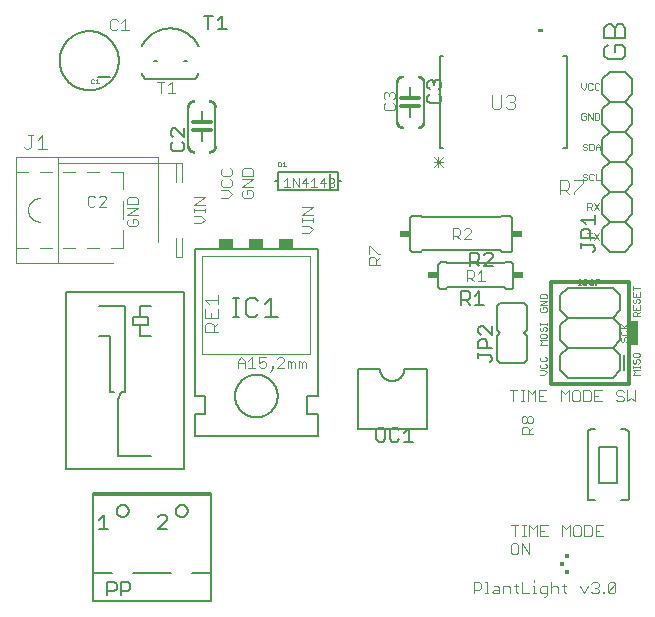
<source format=gto>
G04 EAGLE Gerber RS-274X export*
G75*
%MOMM*%
%FSLAX34Y34*%
%LPD*%
%INTop Silkscreen*%
%IPPOS*%
%AMOC8*
5,1,8,0,0,1.08239X$1,22.5*%
G01*
%ADD10C,0.050800*%
%ADD11C,0.076200*%
%ADD12C,0.152400*%
%ADD13C,0.304800*%
%ADD14R,0.762000X2.032000*%
%ADD15C,0.203200*%
%ADD16C,0.025400*%
%ADD17R,0.863600X0.609600*%
%ADD18C,0.127000*%
%ADD19C,0.101600*%
%ADD20R,1.270000X0.889000*%
%ADD21C,0.177800*%
%ADD22C,0.015238*%
%ADD23R,0.425000X0.325000*%
%ADD24R,0.350000X0.350000*%
%ADD25C,0.100000*%

G36*
X414657Y483364D02*
X414657Y483364D01*
X414659Y483363D01*
X414702Y483383D01*
X414746Y483401D01*
X414746Y483403D01*
X414748Y483404D01*
X414781Y483489D01*
X414781Y486029D01*
X414780Y486031D01*
X414781Y486033D01*
X414761Y486076D01*
X414743Y486120D01*
X414741Y486120D01*
X414740Y486122D01*
X414655Y486155D01*
X410845Y486155D01*
X410843Y486154D01*
X410841Y486155D01*
X410798Y486135D01*
X410754Y486117D01*
X410754Y486115D01*
X410752Y486114D01*
X410719Y486029D01*
X410719Y483489D01*
X410720Y483487D01*
X410719Y483485D01*
X410739Y483442D01*
X410757Y483398D01*
X410759Y483398D01*
X410760Y483396D01*
X410845Y483363D01*
X414655Y483363D01*
X414657Y483364D01*
G37*
D10*
X447294Y440187D02*
X447294Y436458D01*
X449158Y434594D01*
X451023Y436458D01*
X451023Y440187D01*
X455703Y440187D02*
X456636Y439255D01*
X455703Y440187D02*
X453839Y440187D01*
X452907Y439255D01*
X452907Y435526D01*
X453839Y434594D01*
X455703Y434594D01*
X456636Y435526D01*
X461317Y440187D02*
X462249Y439255D01*
X461317Y440187D02*
X459452Y440187D01*
X458520Y439255D01*
X458520Y435526D01*
X459452Y434594D01*
X461317Y434594D01*
X462249Y435526D01*
X450090Y414787D02*
X451023Y413855D01*
X450090Y414787D02*
X448226Y414787D01*
X447294Y413855D01*
X447294Y410126D01*
X448226Y409194D01*
X450090Y409194D01*
X451023Y410126D01*
X451023Y411990D01*
X449158Y411990D01*
X452907Y409194D02*
X452907Y414787D01*
X456636Y409194D01*
X456636Y414787D01*
X458520Y414787D02*
X458520Y409194D01*
X461317Y409194D01*
X462249Y410126D01*
X462249Y413855D01*
X461317Y414787D01*
X458520Y414787D01*
X451090Y388927D02*
X452023Y387995D01*
X451090Y388927D02*
X449226Y388927D01*
X448294Y387995D01*
X448294Y387063D01*
X449226Y386130D01*
X451090Y386130D01*
X452023Y385198D01*
X452023Y384266D01*
X451090Y383334D01*
X449226Y383334D01*
X448294Y384266D01*
X453907Y383334D02*
X453907Y388927D01*
X453907Y383334D02*
X456703Y383334D01*
X457636Y384266D01*
X457636Y387995D01*
X456703Y388927D01*
X453907Y388927D01*
X459520Y387063D02*
X459520Y383334D01*
X459520Y387063D02*
X461384Y388927D01*
X463249Y387063D01*
X463249Y383334D01*
X463249Y386130D02*
X459520Y386130D01*
X451090Y363447D02*
X452023Y362515D01*
X451090Y363447D02*
X449226Y363447D01*
X448294Y362515D01*
X448294Y361583D01*
X449226Y360650D01*
X451090Y360650D01*
X452023Y359718D01*
X452023Y358786D01*
X451090Y357854D01*
X449226Y357854D01*
X448294Y358786D01*
X456703Y363447D02*
X457636Y362515D01*
X456703Y363447D02*
X454839Y363447D01*
X453907Y362515D01*
X453907Y358786D01*
X454839Y357854D01*
X456703Y357854D01*
X457636Y358786D01*
X459520Y357854D02*
X459520Y363447D01*
X459520Y357854D02*
X463249Y357854D01*
X452374Y338587D02*
X452374Y332994D01*
X452374Y338587D02*
X455170Y338587D01*
X456103Y337655D01*
X456103Y335790D01*
X455170Y334858D01*
X452374Y334858D01*
X454238Y334858D02*
X456103Y332994D01*
X461716Y332994D02*
X457987Y338587D01*
X461716Y338587D02*
X457987Y332994D01*
X454238Y313187D02*
X454238Y307594D01*
X452374Y313187D02*
X456103Y313187D01*
X457987Y313187D02*
X461716Y307594D01*
X457987Y307594D02*
X461716Y313187D01*
X490833Y193294D02*
X496426Y193294D01*
X492698Y195158D02*
X490833Y193294D01*
X492698Y195158D02*
X490833Y197023D01*
X496426Y197023D01*
X496426Y198907D02*
X496426Y200771D01*
X496426Y199839D02*
X490833Y199839D01*
X490833Y198907D02*
X490833Y200771D01*
X490833Y205446D02*
X491765Y206378D01*
X490833Y205446D02*
X490833Y203581D01*
X491765Y202649D01*
X492698Y202649D01*
X493630Y203581D01*
X493630Y205446D01*
X494562Y206378D01*
X495494Y206378D01*
X496426Y205446D01*
X496426Y203581D01*
X495494Y202649D01*
X490833Y209194D02*
X490833Y211059D01*
X490833Y209194D02*
X491765Y208262D01*
X495494Y208262D01*
X496426Y209194D01*
X496426Y211059D01*
X495494Y211991D01*
X491765Y211991D01*
X490833Y211059D01*
X480673Y224030D02*
X481605Y224963D01*
X480673Y224030D02*
X480673Y222166D01*
X481605Y221234D01*
X482538Y221234D01*
X483470Y222166D01*
X483470Y224030D01*
X484402Y224963D01*
X485334Y224963D01*
X486266Y224030D01*
X486266Y222166D01*
X485334Y221234D01*
X480673Y229643D02*
X481605Y230576D01*
X480673Y229643D02*
X480673Y227779D01*
X481605Y226847D01*
X485334Y226847D01*
X486266Y227779D01*
X486266Y229643D01*
X485334Y230576D01*
X486266Y232460D02*
X480673Y232460D01*
X484402Y232460D02*
X480673Y236189D01*
X483470Y233392D02*
X486266Y236189D01*
X490833Y242554D02*
X496426Y242554D01*
X490833Y242554D02*
X490833Y245350D01*
X491765Y246283D01*
X493630Y246283D01*
X494562Y245350D01*
X494562Y242554D01*
X494562Y244418D02*
X496426Y246283D01*
X490833Y248167D02*
X490833Y251896D01*
X490833Y248167D02*
X496426Y248167D01*
X496426Y251896D01*
X493630Y250031D02*
X493630Y248167D01*
X490833Y256577D02*
X491765Y257509D01*
X490833Y256577D02*
X490833Y254712D01*
X491765Y253780D01*
X492698Y253780D01*
X493630Y254712D01*
X493630Y256577D01*
X494562Y257509D01*
X495494Y257509D01*
X496426Y256577D01*
X496426Y254712D01*
X495494Y253780D01*
X490833Y259393D02*
X490833Y263122D01*
X490833Y259393D02*
X496426Y259393D01*
X496426Y263122D01*
X493630Y261258D02*
X493630Y259393D01*
X496426Y266871D02*
X490833Y266871D01*
X490833Y268735D02*
X490833Y265006D01*
X417686Y218694D02*
X412093Y218694D01*
X413958Y220558D01*
X412093Y222423D01*
X417686Y222423D01*
X412093Y225239D02*
X412093Y227103D01*
X412093Y225239D02*
X413025Y224307D01*
X416754Y224307D01*
X417686Y225239D01*
X417686Y227103D01*
X416754Y228036D01*
X413025Y228036D01*
X412093Y227103D01*
X412093Y232717D02*
X413025Y233649D01*
X412093Y232717D02*
X412093Y230852D01*
X413025Y229920D01*
X413958Y229920D01*
X414890Y230852D01*
X414890Y232717D01*
X415822Y233649D01*
X416754Y233649D01*
X417686Y232717D01*
X417686Y230852D01*
X416754Y229920D01*
X417686Y235533D02*
X417686Y237398D01*
X417686Y236465D02*
X412093Y236465D01*
X412093Y235533D02*
X412093Y237398D01*
X412093Y249430D02*
X413025Y250363D01*
X412093Y249430D02*
X412093Y247566D01*
X413025Y246634D01*
X416754Y246634D01*
X417686Y247566D01*
X417686Y249430D01*
X416754Y250363D01*
X414890Y250363D01*
X414890Y248498D01*
X417686Y252247D02*
X412093Y252247D01*
X417686Y255976D01*
X412093Y255976D01*
X412093Y257860D02*
X417686Y257860D01*
X417686Y260657D01*
X416754Y261589D01*
X413025Y261589D01*
X412093Y260657D01*
X412093Y257860D01*
X412093Y193294D02*
X415822Y193294D01*
X417686Y195158D01*
X415822Y197023D01*
X412093Y197023D01*
X412093Y201703D02*
X413025Y202636D01*
X412093Y201703D02*
X412093Y199839D01*
X413025Y198907D01*
X416754Y198907D01*
X417686Y199839D01*
X417686Y201703D01*
X416754Y202636D01*
X412093Y207317D02*
X413025Y208249D01*
X412093Y207317D02*
X412093Y205452D01*
X413025Y204520D01*
X416754Y204520D01*
X417686Y205452D01*
X417686Y207317D01*
X416754Y208249D01*
D11*
X349971Y272161D02*
X349971Y281567D01*
X354674Y281567D01*
X356241Y279999D01*
X356241Y276864D01*
X354674Y275296D01*
X349971Y275296D01*
X353106Y275296D02*
X356241Y272161D01*
X359326Y278432D02*
X362461Y281567D01*
X362461Y272161D01*
X359326Y272161D02*
X365597Y272161D01*
X338201Y307721D02*
X338201Y317127D01*
X342904Y317127D01*
X344472Y315559D01*
X344472Y312424D01*
X342904Y310856D01*
X338201Y310856D01*
X341336Y310856D02*
X344472Y307721D01*
X347556Y307721D02*
X353827Y307721D01*
X347556Y307721D02*
X353827Y313992D01*
X353827Y315559D01*
X352259Y317127D01*
X349124Y317127D01*
X347556Y315559D01*
X35661Y343339D02*
X34094Y344907D01*
X30958Y344907D01*
X29391Y343339D01*
X29391Y337069D01*
X30958Y335501D01*
X34094Y335501D01*
X35661Y337069D01*
X38746Y335501D02*
X45017Y335501D01*
X38746Y335501D02*
X45017Y341772D01*
X45017Y343339D01*
X43449Y344907D01*
X40313Y344907D01*
X38746Y343339D01*
X54541Y492739D02*
X52974Y494307D01*
X49838Y494307D01*
X48271Y492739D01*
X48271Y486469D01*
X49838Y484901D01*
X52974Y484901D01*
X54541Y486469D01*
X57626Y491172D02*
X60761Y494307D01*
X60761Y484901D01*
X57626Y484901D02*
X63897Y484901D01*
X279773Y421644D02*
X281341Y423212D01*
X279773Y421644D02*
X279773Y418509D01*
X281341Y416941D01*
X287611Y416941D01*
X289179Y418509D01*
X289179Y421644D01*
X287611Y423212D01*
X281341Y426296D02*
X279773Y427864D01*
X279773Y430999D01*
X281341Y432567D01*
X282908Y432567D01*
X284476Y430999D01*
X284476Y429432D01*
X284476Y430999D02*
X286044Y432567D01*
X287611Y432567D01*
X289179Y430999D01*
X289179Y427864D01*
X287611Y426296D01*
X125484Y321421D02*
X119213Y321421D01*
X125484Y321421D02*
X128619Y324556D01*
X125484Y327692D01*
X119213Y327692D01*
X128619Y330776D02*
X128619Y333912D01*
X128619Y332344D02*
X119213Y332344D01*
X119213Y330776D02*
X119213Y333912D01*
X119213Y337013D02*
X128619Y337013D01*
X128619Y343284D02*
X119213Y337013D01*
X119213Y343284D02*
X128619Y343284D01*
X64221Y325152D02*
X62653Y323584D01*
X62653Y320449D01*
X64221Y318881D01*
X70491Y318881D01*
X72059Y320449D01*
X72059Y323584D01*
X70491Y325152D01*
X67356Y325152D01*
X67356Y322016D01*
X72059Y328236D02*
X62653Y328236D01*
X72059Y334507D01*
X62653Y334507D01*
X62653Y337591D02*
X72059Y337591D01*
X72059Y342294D01*
X70491Y343862D01*
X64221Y343862D01*
X62653Y342294D01*
X62653Y337591D01*
X210493Y313254D02*
X216764Y313254D01*
X219899Y316389D01*
X216764Y319525D01*
X210493Y319525D01*
X219899Y322609D02*
X219899Y325744D01*
X219899Y324177D02*
X210493Y324177D01*
X210493Y325744D02*
X210493Y322609D01*
X210493Y328846D02*
X219899Y328846D01*
X219899Y335116D02*
X210493Y328846D01*
X210493Y335116D02*
X219899Y335116D01*
X161261Y349426D02*
X159693Y347858D01*
X159693Y344723D01*
X161261Y343155D01*
X167531Y343155D01*
X169099Y344723D01*
X169099Y347858D01*
X167531Y349426D01*
X164396Y349426D01*
X164396Y346291D01*
X169099Y352511D02*
X159693Y352511D01*
X169099Y358781D01*
X159693Y358781D01*
X159693Y361866D02*
X169099Y361866D01*
X169099Y366569D01*
X167531Y368137D01*
X161261Y368137D01*
X159693Y366569D01*
X159693Y361866D01*
X148184Y343155D02*
X141913Y343155D01*
X148184Y343155D02*
X151319Y346291D01*
X148184Y349426D01*
X141913Y349426D01*
X141913Y357214D02*
X143481Y358781D01*
X141913Y357214D02*
X141913Y354078D01*
X143481Y352511D01*
X149751Y352511D01*
X151319Y354078D01*
X151319Y357214D01*
X149751Y358781D01*
X141913Y366569D02*
X143481Y368137D01*
X141913Y366569D02*
X141913Y363433D01*
X143481Y361866D01*
X149751Y361866D01*
X151319Y363433D01*
X151319Y366569D01*
X149751Y368137D01*
X267073Y286471D02*
X276479Y286471D01*
X267073Y286471D02*
X267073Y291174D01*
X268641Y292741D01*
X271776Y292741D01*
X273344Y291174D01*
X273344Y286471D01*
X273344Y289606D02*
X276479Y292741D01*
X267073Y295826D02*
X267073Y302097D01*
X268641Y302097D01*
X274911Y295826D01*
X276479Y295826D01*
X90946Y432021D02*
X90946Y441427D01*
X87811Y441427D02*
X94081Y441427D01*
X97166Y438292D02*
X100301Y441427D01*
X100301Y432021D01*
X97166Y432021D02*
X103437Y432021D01*
X396613Y142621D02*
X406019Y142621D01*
X396613Y142621D02*
X396613Y147324D01*
X398181Y148892D01*
X401316Y148892D01*
X402884Y147324D01*
X402884Y142621D01*
X402884Y145756D02*
X406019Y148892D01*
X398181Y151976D02*
X396613Y153544D01*
X396613Y156679D01*
X398181Y158247D01*
X399748Y158247D01*
X401316Y156679D01*
X402884Y158247D01*
X404451Y158247D01*
X406019Y156679D01*
X406019Y153544D01*
X404451Y151976D01*
X402884Y151976D01*
X401316Y153544D01*
X399748Y151976D01*
X398181Y151976D01*
X401316Y153544D02*
X401316Y156679D01*
X390603Y65667D02*
X390603Y56261D01*
X393738Y65667D02*
X387467Y65667D01*
X396823Y56261D02*
X399958Y56261D01*
X398390Y56261D02*
X398390Y65667D01*
X396823Y65667D02*
X399958Y65667D01*
X403059Y65667D02*
X403059Y56261D01*
X406195Y62532D02*
X403059Y65667D01*
X406195Y62532D02*
X409330Y65667D01*
X409330Y56261D01*
X412415Y65667D02*
X418685Y65667D01*
X412415Y65667D02*
X412415Y56261D01*
X418685Y56261D01*
X415550Y60964D02*
X412415Y60964D01*
X431125Y56261D02*
X431125Y65667D01*
X434260Y62532D01*
X437396Y65667D01*
X437396Y56261D01*
X442048Y65667D02*
X445183Y65667D01*
X442048Y65667D02*
X440480Y64099D01*
X440480Y57829D01*
X442048Y56261D01*
X445183Y56261D01*
X446751Y57829D01*
X446751Y64099D01*
X445183Y65667D01*
X449835Y65667D02*
X449835Y56261D01*
X454538Y56261D01*
X456106Y57829D01*
X456106Y64099D01*
X454538Y65667D01*
X449835Y65667D01*
X459191Y65667D02*
X465461Y65667D01*
X459191Y65667D02*
X459191Y56261D01*
X465461Y56261D01*
X462326Y60964D02*
X459191Y60964D01*
X392170Y50427D02*
X389035Y50427D01*
X387467Y48859D01*
X387467Y42589D01*
X389035Y41021D01*
X392170Y41021D01*
X393738Y42589D01*
X393738Y48859D01*
X392170Y50427D01*
X396823Y50427D02*
X396823Y41021D01*
X403093Y41021D02*
X396823Y50427D01*
X403093Y50427D02*
X403093Y41021D01*
X389596Y170561D02*
X389596Y179967D01*
X386461Y179967D02*
X392732Y179967D01*
X395816Y170561D02*
X398952Y170561D01*
X397384Y170561D02*
X397384Y179967D01*
X395816Y179967D02*
X398952Y179967D01*
X402053Y179967D02*
X402053Y170561D01*
X405188Y176832D02*
X402053Y179967D01*
X405188Y176832D02*
X408324Y179967D01*
X408324Y170561D01*
X411408Y179967D02*
X417679Y179967D01*
X411408Y179967D02*
X411408Y170561D01*
X417679Y170561D01*
X414544Y175264D02*
X411408Y175264D01*
X430119Y170561D02*
X430119Y179967D01*
X433254Y176832D01*
X436389Y179967D01*
X436389Y170561D01*
X441041Y179967D02*
X444177Y179967D01*
X441041Y179967D02*
X439474Y178399D01*
X439474Y172129D01*
X441041Y170561D01*
X444177Y170561D01*
X445744Y172129D01*
X445744Y178399D01*
X444177Y179967D01*
X448829Y179967D02*
X448829Y170561D01*
X453532Y170561D01*
X455100Y172129D01*
X455100Y178399D01*
X453532Y179967D01*
X448829Y179967D01*
X458184Y179967D02*
X464455Y179967D01*
X458184Y179967D02*
X458184Y170561D01*
X464455Y170561D01*
X461319Y175264D02*
X458184Y175264D01*
X481597Y179967D02*
X483165Y178399D01*
X481597Y179967D02*
X478462Y179967D01*
X476894Y178399D01*
X476894Y176832D01*
X478462Y175264D01*
X481597Y175264D01*
X483165Y173696D01*
X483165Y172129D01*
X481597Y170561D01*
X478462Y170561D01*
X476894Y172129D01*
X486250Y170561D02*
X486250Y179967D01*
X489385Y173696D02*
X486250Y170561D01*
X489385Y173696D02*
X492520Y170561D01*
X492520Y179967D01*
X355981Y17407D02*
X355981Y8001D01*
X355981Y17407D02*
X360684Y17407D01*
X362252Y15839D01*
X362252Y12704D01*
X360684Y11136D01*
X355981Y11136D01*
X365336Y17407D02*
X366904Y17407D01*
X366904Y8001D01*
X365336Y8001D02*
X368472Y8001D01*
X373141Y14272D02*
X376276Y14272D01*
X377844Y12704D01*
X377844Y8001D01*
X373141Y8001D01*
X371573Y9569D01*
X373141Y11136D01*
X377844Y11136D01*
X380928Y8001D02*
X380928Y14272D01*
X385631Y14272D01*
X387199Y12704D01*
X387199Y8001D01*
X391851Y9569D02*
X391851Y15839D01*
X391851Y9569D02*
X393419Y8001D01*
X393419Y14272D02*
X390283Y14272D01*
X396520Y17407D02*
X396520Y8001D01*
X402791Y8001D01*
X405875Y14272D02*
X407443Y14272D01*
X407443Y8001D01*
X405875Y8001D02*
X409011Y8001D01*
X407443Y17407D02*
X407443Y18975D01*
X415247Y4866D02*
X416815Y4866D01*
X418383Y6433D01*
X418383Y14272D01*
X413680Y14272D01*
X412112Y12704D01*
X412112Y9569D01*
X413680Y8001D01*
X418383Y8001D01*
X421467Y8001D02*
X421467Y17407D01*
X423035Y14272D02*
X421467Y12704D01*
X423035Y14272D02*
X426170Y14272D01*
X427738Y12704D01*
X427738Y8001D01*
X432390Y9569D02*
X432390Y15839D01*
X432390Y9569D02*
X433958Y8001D01*
X433958Y14272D02*
X430822Y14272D01*
X446414Y14272D02*
X449550Y8001D01*
X452685Y14272D01*
X455770Y15839D02*
X457337Y17407D01*
X460473Y17407D01*
X462040Y15839D01*
X462040Y14272D01*
X460473Y12704D01*
X458905Y12704D01*
X460473Y12704D02*
X462040Y11136D01*
X462040Y9569D01*
X460473Y8001D01*
X457337Y8001D01*
X455770Y9569D01*
X465125Y9569D02*
X465125Y8001D01*
X465125Y9569D02*
X466692Y9569D01*
X466692Y8001D01*
X465125Y8001D01*
X469802Y9569D02*
X469802Y15839D01*
X471370Y17407D01*
X474505Y17407D01*
X476073Y15839D01*
X476073Y9569D01*
X474505Y8001D01*
X471370Y8001D01*
X469802Y9569D01*
X476073Y15839D01*
D12*
X466583Y469400D02*
X469549Y472365D01*
X466583Y469400D02*
X466583Y463468D01*
X469549Y460502D01*
X481412Y460502D01*
X484378Y463468D01*
X484378Y469400D01*
X481412Y472365D01*
X475480Y472365D01*
X475480Y466434D01*
X466583Y478277D02*
X484378Y478277D01*
X466583Y478277D02*
X466583Y487174D01*
X469549Y490140D01*
X472515Y490140D01*
X475480Y487174D01*
X478446Y490140D01*
X481412Y490140D01*
X484378Y487174D01*
X484378Y478277D01*
X475480Y478277D02*
X475480Y487174D01*
D13*
X487680Y271780D02*
X421640Y271780D01*
X487680Y271780D02*
X487680Y185420D01*
X421640Y185420D01*
X421640Y271780D01*
D14*
X491490Y228600D03*
D15*
X241140Y364420D02*
X190340Y364420D01*
X241140Y364420D02*
X241140Y356800D01*
X241140Y349180D01*
X190340Y349180D01*
X190340Y356800D01*
X190340Y364420D01*
X241140Y356800D02*
X243680Y356800D01*
X190340Y356800D02*
X187800Y356800D01*
X234790Y363150D02*
X234790Y350450D01*
D16*
X190467Y369627D02*
X190467Y373440D01*
X190467Y369627D02*
X192374Y369627D01*
X193009Y370263D01*
X193009Y372805D01*
X192374Y373440D01*
X190467Y373440D01*
X194209Y372169D02*
X195480Y373440D01*
X195480Y369627D01*
X194209Y369627D02*
X196751Y369627D01*
D11*
X198258Y359473D02*
X195801Y357016D01*
X198258Y359473D02*
X198258Y352101D01*
X195801Y352101D02*
X200716Y352101D01*
X203285Y352101D02*
X203285Y359473D01*
X208200Y352101D01*
X208200Y359473D01*
X214455Y359473D02*
X214455Y352101D01*
X210769Y355787D02*
X214455Y359473D01*
X215684Y355787D02*
X210769Y355787D01*
X218253Y357016D02*
X220711Y359473D01*
X220711Y352101D01*
X223168Y352101D02*
X218253Y352101D01*
X229424Y352101D02*
X229424Y359473D01*
X225738Y355787D01*
X230652Y355787D01*
X233222Y358245D02*
X234450Y359473D01*
X236908Y359473D01*
X238137Y358245D01*
X238137Y357016D01*
X236908Y355787D01*
X238137Y354558D01*
X238137Y353330D01*
X236908Y352101D01*
X234450Y352101D01*
X233222Y353330D01*
X233222Y354558D01*
X234450Y355787D01*
X233222Y357016D01*
X233222Y358245D01*
X234450Y355787D02*
X236908Y355787D01*
D12*
X387110Y265830D02*
X387210Y265832D01*
X387309Y265838D01*
X387409Y265848D01*
X387507Y265861D01*
X387606Y265879D01*
X387703Y265900D01*
X387799Y265925D01*
X387895Y265954D01*
X387989Y265987D01*
X388082Y266023D01*
X388173Y266063D01*
X388263Y266107D01*
X388351Y266154D01*
X388437Y266204D01*
X388521Y266258D01*
X388603Y266315D01*
X388682Y266375D01*
X388760Y266439D01*
X388834Y266505D01*
X388906Y266574D01*
X388975Y266646D01*
X389041Y266720D01*
X389105Y266798D01*
X389165Y266877D01*
X389222Y266959D01*
X389276Y267043D01*
X389326Y267129D01*
X389373Y267217D01*
X389417Y267307D01*
X389457Y267398D01*
X389493Y267491D01*
X389526Y267585D01*
X389555Y267681D01*
X389580Y267777D01*
X389601Y267874D01*
X389619Y267973D01*
X389632Y268071D01*
X389642Y268171D01*
X389648Y268270D01*
X389650Y268370D01*
X389650Y286150D02*
X389648Y286250D01*
X389642Y286349D01*
X389632Y286449D01*
X389619Y286547D01*
X389601Y286646D01*
X389580Y286743D01*
X389555Y286839D01*
X389526Y286935D01*
X389493Y287029D01*
X389457Y287122D01*
X389417Y287213D01*
X389373Y287303D01*
X389326Y287391D01*
X389276Y287477D01*
X389222Y287561D01*
X389165Y287643D01*
X389105Y287722D01*
X389041Y287800D01*
X388975Y287874D01*
X388906Y287946D01*
X388834Y288015D01*
X388760Y288081D01*
X388682Y288145D01*
X388603Y288205D01*
X388521Y288262D01*
X388437Y288316D01*
X388351Y288366D01*
X388263Y288413D01*
X388173Y288457D01*
X388082Y288497D01*
X387989Y288533D01*
X387895Y288566D01*
X387799Y288595D01*
X387703Y288620D01*
X387606Y288641D01*
X387507Y288659D01*
X387409Y288672D01*
X387309Y288682D01*
X387210Y288688D01*
X387110Y288690D01*
X328690Y288690D02*
X328590Y288688D01*
X328491Y288682D01*
X328391Y288672D01*
X328293Y288659D01*
X328194Y288641D01*
X328097Y288620D01*
X328001Y288595D01*
X327905Y288566D01*
X327811Y288533D01*
X327718Y288497D01*
X327627Y288457D01*
X327537Y288413D01*
X327449Y288366D01*
X327363Y288316D01*
X327279Y288262D01*
X327197Y288205D01*
X327118Y288145D01*
X327040Y288081D01*
X326966Y288015D01*
X326894Y287946D01*
X326825Y287874D01*
X326759Y287800D01*
X326695Y287722D01*
X326635Y287643D01*
X326578Y287561D01*
X326524Y287477D01*
X326474Y287391D01*
X326427Y287303D01*
X326383Y287213D01*
X326343Y287122D01*
X326307Y287029D01*
X326274Y286935D01*
X326245Y286839D01*
X326220Y286743D01*
X326199Y286646D01*
X326181Y286547D01*
X326168Y286449D01*
X326158Y286349D01*
X326152Y286250D01*
X326150Y286150D01*
X326150Y268370D02*
X326152Y268270D01*
X326158Y268171D01*
X326168Y268071D01*
X326181Y267973D01*
X326199Y267874D01*
X326220Y267777D01*
X326245Y267681D01*
X326274Y267585D01*
X326307Y267491D01*
X326343Y267398D01*
X326383Y267307D01*
X326427Y267217D01*
X326474Y267129D01*
X326524Y267043D01*
X326578Y266959D01*
X326635Y266877D01*
X326695Y266798D01*
X326759Y266720D01*
X326825Y266646D01*
X326894Y266574D01*
X326966Y266505D01*
X327040Y266439D01*
X327118Y266375D01*
X327197Y266315D01*
X327279Y266258D01*
X327363Y266204D01*
X327449Y266154D01*
X327537Y266107D01*
X327627Y266063D01*
X327718Y266023D01*
X327811Y265987D01*
X327905Y265954D01*
X328001Y265925D01*
X328097Y265900D01*
X328194Y265879D01*
X328293Y265861D01*
X328391Y265848D01*
X328491Y265838D01*
X328590Y265832D01*
X328690Y265830D01*
X389650Y268370D02*
X389650Y286150D01*
X387110Y265830D02*
X383300Y265830D01*
X382030Y267100D01*
X383300Y288690D02*
X387110Y288690D01*
X383300Y288690D02*
X382030Y287420D01*
X333770Y267100D02*
X332500Y265830D01*
X333770Y267100D02*
X382030Y267100D01*
X333770Y287420D02*
X332500Y288690D01*
X333770Y287420D02*
X382030Y287420D01*
X332500Y265830D02*
X328690Y265830D01*
X328690Y288690D02*
X332500Y288690D01*
X326150Y286150D02*
X326150Y268370D01*
D17*
X321832Y277260D03*
X393968Y277260D03*
D18*
X345307Y263935D02*
X345307Y252495D01*
X345307Y263935D02*
X351027Y263935D01*
X352934Y262028D01*
X352934Y258215D01*
X351027Y256308D01*
X345307Y256308D01*
X349120Y256308D02*
X352934Y252495D01*
X357001Y260122D02*
X360814Y263935D01*
X360814Y252495D01*
X357001Y252495D02*
X364628Y252495D01*
D12*
X133750Y1270D02*
X33930Y1270D01*
X133750Y91190D02*
X133750Y93220D01*
X33930Y93220D01*
X33930Y25150D02*
X33930Y1270D01*
X33930Y25150D02*
X49930Y25150D01*
X67710Y25150D02*
X99970Y25150D01*
X117750Y25150D02*
X133750Y25150D01*
X33930Y25150D02*
X33930Y91190D01*
X133750Y25150D02*
X133750Y1270D01*
X133750Y91190D02*
X33930Y91190D01*
X33930Y93220D01*
X133750Y91190D02*
X133750Y25150D01*
X53740Y77978D02*
X53742Y78120D01*
X53748Y78263D01*
X53758Y78405D01*
X53772Y78547D01*
X53790Y78688D01*
X53812Y78829D01*
X53838Y78969D01*
X53867Y79108D01*
X53901Y79247D01*
X53939Y79384D01*
X53980Y79521D01*
X54025Y79656D01*
X54074Y79790D01*
X54127Y79922D01*
X54183Y80053D01*
X54243Y80182D01*
X54307Y80310D01*
X54374Y80435D01*
X54445Y80559D01*
X54519Y80681D01*
X54596Y80800D01*
X54677Y80918D01*
X54761Y81033D01*
X54848Y81145D01*
X54939Y81255D01*
X55032Y81363D01*
X55129Y81468D01*
X55228Y81570D01*
X55330Y81669D01*
X55435Y81766D01*
X55543Y81859D01*
X55653Y81950D01*
X55765Y82037D01*
X55880Y82121D01*
X55998Y82202D01*
X56117Y82279D01*
X56239Y82353D01*
X56363Y82424D01*
X56488Y82491D01*
X56616Y82555D01*
X56745Y82615D01*
X56876Y82671D01*
X57008Y82724D01*
X57142Y82773D01*
X57277Y82818D01*
X57414Y82859D01*
X57551Y82897D01*
X57690Y82931D01*
X57829Y82960D01*
X57969Y82986D01*
X58110Y83008D01*
X58251Y83026D01*
X58393Y83040D01*
X58535Y83050D01*
X58678Y83056D01*
X58820Y83058D01*
X58962Y83056D01*
X59105Y83050D01*
X59247Y83040D01*
X59389Y83026D01*
X59530Y83008D01*
X59671Y82986D01*
X59811Y82960D01*
X59950Y82931D01*
X60089Y82897D01*
X60226Y82859D01*
X60363Y82818D01*
X60498Y82773D01*
X60632Y82724D01*
X60764Y82671D01*
X60895Y82615D01*
X61024Y82555D01*
X61152Y82491D01*
X61277Y82424D01*
X61401Y82353D01*
X61523Y82279D01*
X61642Y82202D01*
X61760Y82121D01*
X61875Y82037D01*
X61987Y81950D01*
X62097Y81859D01*
X62205Y81766D01*
X62310Y81669D01*
X62412Y81570D01*
X62511Y81468D01*
X62608Y81363D01*
X62701Y81255D01*
X62792Y81145D01*
X62879Y81033D01*
X62963Y80918D01*
X63044Y80800D01*
X63121Y80681D01*
X63195Y80559D01*
X63266Y80435D01*
X63333Y80310D01*
X63397Y80182D01*
X63457Y80053D01*
X63513Y79922D01*
X63566Y79790D01*
X63615Y79656D01*
X63660Y79521D01*
X63701Y79384D01*
X63739Y79247D01*
X63773Y79108D01*
X63802Y78969D01*
X63828Y78829D01*
X63850Y78688D01*
X63868Y78547D01*
X63882Y78405D01*
X63892Y78263D01*
X63898Y78120D01*
X63900Y77978D01*
X63898Y77836D01*
X63892Y77693D01*
X63882Y77551D01*
X63868Y77409D01*
X63850Y77268D01*
X63828Y77127D01*
X63802Y76987D01*
X63773Y76848D01*
X63739Y76709D01*
X63701Y76572D01*
X63660Y76435D01*
X63615Y76300D01*
X63566Y76166D01*
X63513Y76034D01*
X63457Y75903D01*
X63397Y75774D01*
X63333Y75646D01*
X63266Y75521D01*
X63195Y75397D01*
X63121Y75275D01*
X63044Y75156D01*
X62963Y75038D01*
X62879Y74923D01*
X62792Y74811D01*
X62701Y74701D01*
X62608Y74593D01*
X62511Y74488D01*
X62412Y74386D01*
X62310Y74287D01*
X62205Y74190D01*
X62097Y74097D01*
X61987Y74006D01*
X61875Y73919D01*
X61760Y73835D01*
X61642Y73754D01*
X61523Y73677D01*
X61401Y73603D01*
X61277Y73532D01*
X61152Y73465D01*
X61024Y73401D01*
X60895Y73341D01*
X60764Y73285D01*
X60632Y73232D01*
X60498Y73183D01*
X60363Y73138D01*
X60226Y73097D01*
X60089Y73059D01*
X59950Y73025D01*
X59811Y72996D01*
X59671Y72970D01*
X59530Y72948D01*
X59389Y72930D01*
X59247Y72916D01*
X59105Y72906D01*
X58962Y72900D01*
X58820Y72898D01*
X58678Y72900D01*
X58535Y72906D01*
X58393Y72916D01*
X58251Y72930D01*
X58110Y72948D01*
X57969Y72970D01*
X57829Y72996D01*
X57690Y73025D01*
X57551Y73059D01*
X57414Y73097D01*
X57277Y73138D01*
X57142Y73183D01*
X57008Y73232D01*
X56876Y73285D01*
X56745Y73341D01*
X56616Y73401D01*
X56488Y73465D01*
X56363Y73532D01*
X56239Y73603D01*
X56117Y73677D01*
X55998Y73754D01*
X55880Y73835D01*
X55765Y73919D01*
X55653Y74006D01*
X55543Y74097D01*
X55435Y74190D01*
X55330Y74287D01*
X55228Y74386D01*
X55129Y74488D01*
X55032Y74593D01*
X54939Y74701D01*
X54848Y74811D01*
X54761Y74923D01*
X54677Y75038D01*
X54596Y75156D01*
X54519Y75275D01*
X54445Y75397D01*
X54374Y75521D01*
X54307Y75646D01*
X54243Y75774D01*
X54183Y75903D01*
X54127Y76034D01*
X54074Y76166D01*
X54025Y76300D01*
X53980Y76435D01*
X53939Y76572D01*
X53901Y76709D01*
X53867Y76848D01*
X53838Y76987D01*
X53812Y77127D01*
X53790Y77268D01*
X53772Y77409D01*
X53758Y77551D01*
X53748Y77693D01*
X53742Y77836D01*
X53740Y77978D01*
X103778Y77978D02*
X103780Y78120D01*
X103786Y78263D01*
X103796Y78405D01*
X103810Y78547D01*
X103828Y78688D01*
X103850Y78829D01*
X103876Y78969D01*
X103905Y79108D01*
X103939Y79247D01*
X103977Y79384D01*
X104018Y79521D01*
X104063Y79656D01*
X104112Y79790D01*
X104165Y79922D01*
X104221Y80053D01*
X104281Y80182D01*
X104345Y80310D01*
X104412Y80435D01*
X104483Y80559D01*
X104557Y80681D01*
X104634Y80800D01*
X104715Y80918D01*
X104799Y81033D01*
X104886Y81145D01*
X104977Y81255D01*
X105070Y81363D01*
X105167Y81468D01*
X105266Y81570D01*
X105368Y81669D01*
X105473Y81766D01*
X105581Y81859D01*
X105691Y81950D01*
X105803Y82037D01*
X105918Y82121D01*
X106036Y82202D01*
X106155Y82279D01*
X106277Y82353D01*
X106401Y82424D01*
X106526Y82491D01*
X106654Y82555D01*
X106783Y82615D01*
X106914Y82671D01*
X107046Y82724D01*
X107180Y82773D01*
X107315Y82818D01*
X107452Y82859D01*
X107589Y82897D01*
X107728Y82931D01*
X107867Y82960D01*
X108007Y82986D01*
X108148Y83008D01*
X108289Y83026D01*
X108431Y83040D01*
X108573Y83050D01*
X108716Y83056D01*
X108858Y83058D01*
X109000Y83056D01*
X109143Y83050D01*
X109285Y83040D01*
X109427Y83026D01*
X109568Y83008D01*
X109709Y82986D01*
X109849Y82960D01*
X109988Y82931D01*
X110127Y82897D01*
X110264Y82859D01*
X110401Y82818D01*
X110536Y82773D01*
X110670Y82724D01*
X110802Y82671D01*
X110933Y82615D01*
X111062Y82555D01*
X111190Y82491D01*
X111315Y82424D01*
X111439Y82353D01*
X111561Y82279D01*
X111680Y82202D01*
X111798Y82121D01*
X111913Y82037D01*
X112025Y81950D01*
X112135Y81859D01*
X112243Y81766D01*
X112348Y81669D01*
X112450Y81570D01*
X112549Y81468D01*
X112646Y81363D01*
X112739Y81255D01*
X112830Y81145D01*
X112917Y81033D01*
X113001Y80918D01*
X113082Y80800D01*
X113159Y80681D01*
X113233Y80559D01*
X113304Y80435D01*
X113371Y80310D01*
X113435Y80182D01*
X113495Y80053D01*
X113551Y79922D01*
X113604Y79790D01*
X113653Y79656D01*
X113698Y79521D01*
X113739Y79384D01*
X113777Y79247D01*
X113811Y79108D01*
X113840Y78969D01*
X113866Y78829D01*
X113888Y78688D01*
X113906Y78547D01*
X113920Y78405D01*
X113930Y78263D01*
X113936Y78120D01*
X113938Y77978D01*
X113936Y77836D01*
X113930Y77693D01*
X113920Y77551D01*
X113906Y77409D01*
X113888Y77268D01*
X113866Y77127D01*
X113840Y76987D01*
X113811Y76848D01*
X113777Y76709D01*
X113739Y76572D01*
X113698Y76435D01*
X113653Y76300D01*
X113604Y76166D01*
X113551Y76034D01*
X113495Y75903D01*
X113435Y75774D01*
X113371Y75646D01*
X113304Y75521D01*
X113233Y75397D01*
X113159Y75275D01*
X113082Y75156D01*
X113001Y75038D01*
X112917Y74923D01*
X112830Y74811D01*
X112739Y74701D01*
X112646Y74593D01*
X112549Y74488D01*
X112450Y74386D01*
X112348Y74287D01*
X112243Y74190D01*
X112135Y74097D01*
X112025Y74006D01*
X111913Y73919D01*
X111798Y73835D01*
X111680Y73754D01*
X111561Y73677D01*
X111439Y73603D01*
X111315Y73532D01*
X111190Y73465D01*
X111062Y73401D01*
X110933Y73341D01*
X110802Y73285D01*
X110670Y73232D01*
X110536Y73183D01*
X110401Y73138D01*
X110264Y73097D01*
X110127Y73059D01*
X109988Y73025D01*
X109849Y72996D01*
X109709Y72970D01*
X109568Y72948D01*
X109427Y72930D01*
X109285Y72916D01*
X109143Y72906D01*
X109000Y72900D01*
X108858Y72898D01*
X108716Y72900D01*
X108573Y72906D01*
X108431Y72916D01*
X108289Y72930D01*
X108148Y72948D01*
X108007Y72970D01*
X107867Y72996D01*
X107728Y73025D01*
X107589Y73059D01*
X107452Y73097D01*
X107315Y73138D01*
X107180Y73183D01*
X107046Y73232D01*
X106914Y73285D01*
X106783Y73341D01*
X106654Y73401D01*
X106526Y73465D01*
X106401Y73532D01*
X106277Y73603D01*
X106155Y73677D01*
X106036Y73754D01*
X105918Y73835D01*
X105803Y73919D01*
X105691Y74006D01*
X105581Y74097D01*
X105473Y74190D01*
X105368Y74287D01*
X105266Y74386D01*
X105167Y74488D01*
X105070Y74593D01*
X104977Y74701D01*
X104886Y74811D01*
X104799Y74923D01*
X104715Y75038D01*
X104634Y75156D01*
X104557Y75275D01*
X104483Y75397D01*
X104412Y75521D01*
X104345Y75646D01*
X104281Y75774D01*
X104221Y75903D01*
X104165Y76034D01*
X104112Y76166D01*
X104063Y76300D01*
X104018Y76435D01*
X103977Y76572D01*
X103939Y76709D01*
X103905Y76848D01*
X103876Y76987D01*
X103850Y77127D01*
X103828Y77268D01*
X103810Y77409D01*
X103796Y77551D01*
X103786Y77693D01*
X103780Y77836D01*
X103778Y77978D01*
D18*
X42948Y74305D02*
X39135Y70492D01*
X42948Y74305D02*
X42948Y62865D01*
X39135Y62865D02*
X46762Y62865D01*
X88665Y62865D02*
X96292Y62865D01*
X88665Y62865D02*
X96292Y70492D01*
X96292Y72398D01*
X94385Y74305D01*
X90572Y74305D01*
X88665Y72398D01*
X45993Y17917D02*
X45993Y6477D01*
X45993Y17917D02*
X51713Y17917D01*
X53620Y16010D01*
X53620Y12197D01*
X51713Y10290D01*
X45993Y10290D01*
X57687Y6477D02*
X57687Y17917D01*
X63407Y17917D01*
X65313Y16010D01*
X65313Y12197D01*
X63407Y10290D01*
X57687Y10290D01*
X10960Y112960D02*
X10960Y262960D01*
X10960Y112960D02*
X110960Y112960D01*
X110960Y262960D01*
X10960Y262960D01*
X57785Y178435D02*
X60960Y178435D01*
X57785Y178435D02*
X54610Y172085D01*
X73660Y235585D02*
X80010Y235585D01*
X73660Y235585D02*
X67310Y235585D01*
X67310Y241935D01*
X73660Y241935D01*
X80010Y241935D01*
X80010Y235585D01*
X83185Y226060D02*
X73660Y226060D01*
X73660Y235585D01*
X73660Y241935D02*
X73660Y251460D01*
X83185Y251460D01*
X48260Y226060D02*
X38735Y226060D01*
X48260Y226060D02*
X48260Y178435D01*
X51435Y178435D01*
X60960Y178435D02*
X60960Y251460D01*
X38735Y251460D01*
X54610Y172085D02*
X54610Y124460D01*
X83185Y124460D01*
D19*
X128133Y229586D02*
X139827Y229586D01*
X128133Y229586D02*
X128133Y235433D01*
X130082Y237382D01*
X133980Y237382D01*
X135929Y235433D01*
X135929Y229586D01*
X135929Y233484D02*
X139827Y237382D01*
X128133Y241280D02*
X128133Y249076D01*
X128133Y241280D02*
X139827Y241280D01*
X139827Y249076D01*
X133980Y245178D02*
X133980Y241280D01*
X132031Y252974D02*
X128133Y256872D01*
X139827Y256872D01*
X139827Y252974D02*
X139827Y260770D01*
D12*
X119950Y299720D02*
X224090Y299720D01*
X224090Y140970D02*
X119950Y140970D01*
X119950Y175260D02*
X119950Y299720D01*
X119950Y175260D02*
X128840Y175260D01*
X128840Y160020D01*
X119950Y160020D01*
X119950Y140970D01*
X224090Y175260D02*
X224090Y299720D01*
X224090Y175260D02*
X215200Y175260D01*
X215200Y160020D01*
X224090Y160020D01*
X224090Y140970D01*
D10*
X217740Y293370D02*
X126300Y293370D01*
X126300Y210820D01*
X217740Y210820D01*
X217740Y293370D01*
D12*
X153986Y175260D02*
X153991Y175703D01*
X154008Y176145D01*
X154035Y176587D01*
X154073Y177028D01*
X154122Y177468D01*
X154181Y177906D01*
X154252Y178343D01*
X154333Y178778D01*
X154424Y179211D01*
X154526Y179642D01*
X154639Y180070D01*
X154763Y180495D01*
X154896Y180917D01*
X155040Y181335D01*
X155194Y181750D01*
X155359Y182161D01*
X155533Y182568D01*
X155717Y182971D01*
X155912Y183368D01*
X156115Y183761D01*
X156329Y184149D01*
X156552Y184531D01*
X156784Y184908D01*
X157025Y185279D01*
X157276Y185644D01*
X157535Y186003D01*
X157803Y186355D01*
X158080Y186701D01*
X158364Y187039D01*
X158658Y187371D01*
X158959Y187695D01*
X159268Y188012D01*
X159585Y188321D01*
X159909Y188622D01*
X160241Y188916D01*
X160579Y189200D01*
X160925Y189477D01*
X161277Y189745D01*
X161636Y190004D01*
X162001Y190255D01*
X162372Y190496D01*
X162749Y190728D01*
X163131Y190951D01*
X163519Y191165D01*
X163912Y191368D01*
X164309Y191563D01*
X164712Y191747D01*
X165119Y191921D01*
X165530Y192086D01*
X165945Y192240D01*
X166363Y192384D01*
X166785Y192517D01*
X167210Y192641D01*
X167638Y192754D01*
X168069Y192856D01*
X168502Y192947D01*
X168937Y193028D01*
X169374Y193099D01*
X169812Y193158D01*
X170252Y193207D01*
X170693Y193245D01*
X171135Y193272D01*
X171577Y193289D01*
X172020Y193294D01*
X172463Y193289D01*
X172905Y193272D01*
X173347Y193245D01*
X173788Y193207D01*
X174228Y193158D01*
X174666Y193099D01*
X175103Y193028D01*
X175538Y192947D01*
X175971Y192856D01*
X176402Y192754D01*
X176830Y192641D01*
X177255Y192517D01*
X177677Y192384D01*
X178095Y192240D01*
X178510Y192086D01*
X178921Y191921D01*
X179328Y191747D01*
X179731Y191563D01*
X180128Y191368D01*
X180521Y191165D01*
X180909Y190951D01*
X181291Y190728D01*
X181668Y190496D01*
X182039Y190255D01*
X182404Y190004D01*
X182763Y189745D01*
X183115Y189477D01*
X183461Y189200D01*
X183799Y188916D01*
X184131Y188622D01*
X184455Y188321D01*
X184772Y188012D01*
X185081Y187695D01*
X185382Y187371D01*
X185676Y187039D01*
X185960Y186701D01*
X186237Y186355D01*
X186505Y186003D01*
X186764Y185644D01*
X187015Y185279D01*
X187256Y184908D01*
X187488Y184531D01*
X187711Y184149D01*
X187925Y183761D01*
X188128Y183368D01*
X188323Y182971D01*
X188507Y182568D01*
X188681Y182161D01*
X188846Y181750D01*
X189000Y181335D01*
X189144Y180917D01*
X189277Y180495D01*
X189401Y180070D01*
X189514Y179642D01*
X189616Y179211D01*
X189707Y178778D01*
X189788Y178343D01*
X189859Y177906D01*
X189918Y177468D01*
X189967Y177028D01*
X190005Y176587D01*
X190032Y176145D01*
X190049Y175703D01*
X190054Y175260D01*
X190049Y174817D01*
X190032Y174375D01*
X190005Y173933D01*
X189967Y173492D01*
X189918Y173052D01*
X189859Y172614D01*
X189788Y172177D01*
X189707Y171742D01*
X189616Y171309D01*
X189514Y170878D01*
X189401Y170450D01*
X189277Y170025D01*
X189144Y169603D01*
X189000Y169185D01*
X188846Y168770D01*
X188681Y168359D01*
X188507Y167952D01*
X188323Y167549D01*
X188128Y167152D01*
X187925Y166759D01*
X187711Y166371D01*
X187488Y165989D01*
X187256Y165612D01*
X187015Y165241D01*
X186764Y164876D01*
X186505Y164517D01*
X186237Y164165D01*
X185960Y163819D01*
X185676Y163481D01*
X185382Y163149D01*
X185081Y162825D01*
X184772Y162508D01*
X184455Y162199D01*
X184131Y161898D01*
X183799Y161604D01*
X183461Y161320D01*
X183115Y161043D01*
X182763Y160775D01*
X182404Y160516D01*
X182039Y160265D01*
X181668Y160024D01*
X181291Y159792D01*
X180909Y159569D01*
X180521Y159355D01*
X180128Y159152D01*
X179731Y158957D01*
X179328Y158773D01*
X178921Y158599D01*
X178510Y158434D01*
X178095Y158280D01*
X177677Y158136D01*
X177255Y158003D01*
X176830Y157879D01*
X176402Y157766D01*
X175971Y157664D01*
X175538Y157573D01*
X175103Y157492D01*
X174666Y157421D01*
X174228Y157362D01*
X173788Y157313D01*
X173347Y157275D01*
X172905Y157248D01*
X172463Y157231D01*
X172020Y157226D01*
X171577Y157231D01*
X171135Y157248D01*
X170693Y157275D01*
X170252Y157313D01*
X169812Y157362D01*
X169374Y157421D01*
X168937Y157492D01*
X168502Y157573D01*
X168069Y157664D01*
X167638Y157766D01*
X167210Y157879D01*
X166785Y158003D01*
X166363Y158136D01*
X165945Y158280D01*
X165530Y158434D01*
X165119Y158599D01*
X164712Y158773D01*
X164309Y158957D01*
X163912Y159152D01*
X163519Y159355D01*
X163131Y159569D01*
X162749Y159792D01*
X162372Y160024D01*
X162001Y160265D01*
X161636Y160516D01*
X161277Y160775D01*
X160925Y161043D01*
X160579Y161320D01*
X160241Y161604D01*
X159909Y161898D01*
X159585Y162199D01*
X159268Y162508D01*
X158959Y162825D01*
X158658Y163149D01*
X158364Y163481D01*
X158080Y163819D01*
X157803Y164165D01*
X157535Y164517D01*
X157276Y164876D01*
X157025Y165241D01*
X156784Y165612D01*
X156552Y165989D01*
X156329Y166371D01*
X156115Y166759D01*
X155912Y167152D01*
X155717Y167549D01*
X155533Y167952D01*
X155359Y168359D01*
X155194Y168770D01*
X155040Y169185D01*
X154896Y169603D01*
X154763Y170025D01*
X154639Y170450D01*
X154526Y170878D01*
X154424Y171309D01*
X154333Y171742D01*
X154252Y172177D01*
X154181Y172614D01*
X154122Y173052D01*
X154073Y173492D01*
X154035Y173933D01*
X154008Y174375D01*
X153991Y174817D01*
X153986Y175260D01*
D19*
X156169Y198882D02*
X156169Y204814D01*
X159135Y207780D01*
X162101Y204814D01*
X162101Y198882D01*
X162101Y203331D02*
X156169Y203331D01*
X165291Y204814D02*
X168256Y207780D01*
X168256Y198882D01*
X165291Y198882D02*
X171222Y198882D01*
X174412Y207780D02*
X180344Y207780D01*
X174412Y207780D02*
X174412Y203331D01*
X177378Y204814D01*
X178861Y204814D01*
X180344Y203331D01*
X180344Y200365D01*
X178861Y198882D01*
X175895Y198882D01*
X174412Y200365D01*
X183533Y195916D02*
X186499Y198882D01*
X186499Y200365D01*
X185016Y200365D01*
X185016Y198882D01*
X186499Y198882D01*
X189614Y198882D02*
X195546Y198882D01*
X189614Y198882D02*
X195546Y204814D01*
X195546Y206297D01*
X194063Y207780D01*
X191097Y207780D01*
X189614Y206297D01*
X198735Y204814D02*
X198735Y198882D01*
X198735Y204814D02*
X200218Y204814D01*
X201701Y203331D01*
X201701Y198882D01*
X201701Y203331D02*
X203184Y204814D01*
X204667Y203331D01*
X204667Y198882D01*
X207857Y198882D02*
X207857Y204814D01*
X209340Y204814D01*
X210823Y203331D01*
X210823Y198882D01*
X210823Y203331D02*
X212305Y204814D01*
X213788Y203331D01*
X213788Y198882D01*
D20*
X146620Y304165D03*
X172020Y304165D03*
X197420Y304165D03*
D21*
X157450Y242189D02*
X152111Y242189D01*
X154781Y242189D02*
X154781Y258205D01*
X157450Y258205D02*
X152111Y258205D01*
X171034Y258205D02*
X173703Y255535D01*
X171034Y258205D02*
X165695Y258205D01*
X163026Y255535D01*
X163026Y244858D01*
X165695Y242189D01*
X171034Y242189D01*
X173703Y244858D01*
X179397Y252866D02*
X184736Y258205D01*
X184736Y242189D01*
X179397Y242189D02*
X190075Y242189D01*
D22*
X113505Y386895D02*
X114877Y386895D01*
X114877Y386894D02*
X114881Y386764D01*
X114889Y386635D01*
X114901Y386505D01*
X114916Y386377D01*
X114936Y386248D01*
X114959Y386121D01*
X114986Y385994D01*
X115017Y385867D01*
X115051Y385742D01*
X115089Y385618D01*
X115131Y385495D01*
X115176Y385374D01*
X115225Y385253D01*
X115278Y385135D01*
X115334Y385018D01*
X115393Y384902D01*
X115456Y384789D01*
X115522Y384677D01*
X115591Y384567D01*
X115664Y384460D01*
X115740Y384354D01*
X115818Y384251D01*
X115900Y384150D01*
X115985Y384052D01*
X116073Y383956D01*
X116163Y383863D01*
X116256Y383773D01*
X116352Y383685D01*
X116450Y383600D01*
X116551Y383518D01*
X116654Y383440D01*
X116760Y383364D01*
X116867Y383291D01*
X116977Y383222D01*
X117089Y383156D01*
X117202Y383093D01*
X117318Y383034D01*
X117435Y382978D01*
X117553Y382925D01*
X117674Y382876D01*
X117795Y382831D01*
X117918Y382789D01*
X118042Y382751D01*
X118167Y382717D01*
X118294Y382686D01*
X118421Y382659D01*
X118548Y382636D01*
X118677Y382616D01*
X118805Y382601D01*
X118935Y382589D01*
X119064Y382581D01*
X119194Y382577D01*
X119195Y381205D01*
X119194Y381205D01*
X119043Y381208D01*
X118892Y381216D01*
X118742Y381228D01*
X118592Y381244D01*
X118442Y381264D01*
X118293Y381287D01*
X118145Y381315D01*
X117997Y381346D01*
X117850Y381382D01*
X117705Y381421D01*
X117560Y381463D01*
X117416Y381510D01*
X117274Y381560D01*
X117133Y381615D01*
X116994Y381672D01*
X116856Y381734D01*
X116720Y381799D01*
X116585Y381867D01*
X116452Y381939D01*
X116322Y382015D01*
X116193Y382094D01*
X116066Y382176D01*
X115942Y382261D01*
X115820Y382350D01*
X115700Y382442D01*
X115583Y382537D01*
X115468Y382635D01*
X115356Y382736D01*
X115247Y382840D01*
X115140Y382947D01*
X115036Y383056D01*
X114935Y383168D01*
X114837Y383283D01*
X114742Y383400D01*
X114650Y383520D01*
X114561Y383642D01*
X114476Y383766D01*
X114394Y383893D01*
X114315Y384022D01*
X114239Y384152D01*
X114167Y384285D01*
X114099Y384420D01*
X114034Y384556D01*
X113972Y384694D01*
X113915Y384833D01*
X113860Y384974D01*
X113810Y385116D01*
X113763Y385260D01*
X113721Y385405D01*
X113682Y385550D01*
X113646Y385697D01*
X113615Y385845D01*
X113587Y385993D01*
X113564Y386142D01*
X113544Y386292D01*
X113528Y386442D01*
X113516Y386592D01*
X113508Y386743D01*
X113505Y386894D01*
X113648Y386894D01*
X113652Y386744D01*
X113660Y386595D01*
X113671Y386446D01*
X113687Y386297D01*
X113707Y386149D01*
X113731Y386001D01*
X113759Y385854D01*
X113791Y385708D01*
X113826Y385562D01*
X113865Y385418D01*
X113909Y385274D01*
X113956Y385132D01*
X114007Y384992D01*
X114061Y384852D01*
X114119Y384714D01*
X114181Y384578D01*
X114247Y384444D01*
X114316Y384311D01*
X114388Y384180D01*
X114464Y384051D01*
X114543Y383924D01*
X114626Y383799D01*
X114712Y383677D01*
X114802Y383557D01*
X114894Y383439D01*
X114989Y383324D01*
X115088Y383211D01*
X115190Y383101D01*
X115294Y382994D01*
X115401Y382890D01*
X115511Y382788D01*
X115624Y382689D01*
X115739Y382594D01*
X115857Y382502D01*
X115977Y382412D01*
X116099Y382326D01*
X116224Y382243D01*
X116351Y382164D01*
X116480Y382088D01*
X116611Y382016D01*
X116744Y381947D01*
X116878Y381881D01*
X117014Y381819D01*
X117152Y381761D01*
X117292Y381707D01*
X117432Y381656D01*
X117574Y381609D01*
X117718Y381565D01*
X117862Y381526D01*
X118008Y381491D01*
X118154Y381459D01*
X118301Y381431D01*
X118449Y381407D01*
X118597Y381387D01*
X118746Y381371D01*
X118895Y381360D01*
X119044Y381352D01*
X119194Y381348D01*
X119194Y381491D01*
X119048Y381494D01*
X118903Y381502D01*
X118757Y381514D01*
X118612Y381530D01*
X118468Y381549D01*
X118324Y381572D01*
X118181Y381599D01*
X118038Y381630D01*
X117897Y381665D01*
X117756Y381703D01*
X117616Y381745D01*
X117478Y381791D01*
X117341Y381841D01*
X117205Y381894D01*
X117071Y381951D01*
X116938Y382011D01*
X116807Y382075D01*
X116678Y382142D01*
X116550Y382213D01*
X116425Y382287D01*
X116301Y382364D01*
X116180Y382445D01*
X116060Y382528D01*
X115943Y382615D01*
X115829Y382705D01*
X115716Y382798D01*
X115607Y382894D01*
X115500Y382993D01*
X115395Y383095D01*
X115293Y383200D01*
X115194Y383307D01*
X115098Y383416D01*
X115005Y383529D01*
X114915Y383643D01*
X114828Y383760D01*
X114745Y383880D01*
X114664Y384001D01*
X114587Y384125D01*
X114513Y384250D01*
X114442Y384378D01*
X114375Y384507D01*
X114311Y384638D01*
X114251Y384771D01*
X114194Y384905D01*
X114141Y385041D01*
X114091Y385178D01*
X114045Y385316D01*
X114003Y385456D01*
X113965Y385597D01*
X113930Y385738D01*
X113899Y385881D01*
X113872Y386024D01*
X113849Y386168D01*
X113830Y386312D01*
X113814Y386457D01*
X113802Y386603D01*
X113794Y386748D01*
X113791Y386894D01*
X113934Y386894D01*
X113938Y386750D01*
X113945Y386605D01*
X113957Y386462D01*
X113973Y386318D01*
X113993Y386175D01*
X114016Y386032D01*
X114043Y385891D01*
X114074Y385750D01*
X114109Y385609D01*
X114148Y385470D01*
X114190Y385332D01*
X114237Y385196D01*
X114286Y385060D01*
X114340Y384926D01*
X114397Y384793D01*
X114458Y384662D01*
X114522Y384533D01*
X114590Y384405D01*
X114661Y384280D01*
X114735Y384156D01*
X114813Y384034D01*
X114894Y383915D01*
X114978Y383797D01*
X115066Y383682D01*
X115156Y383570D01*
X115250Y383460D01*
X115346Y383352D01*
X115445Y383248D01*
X115548Y383145D01*
X115652Y383046D01*
X115760Y382950D01*
X115870Y382856D01*
X115982Y382766D01*
X116097Y382678D01*
X116215Y382594D01*
X116334Y382513D01*
X116456Y382435D01*
X116580Y382361D01*
X116705Y382290D01*
X116833Y382222D01*
X116962Y382158D01*
X117093Y382097D01*
X117226Y382040D01*
X117360Y381986D01*
X117496Y381937D01*
X117632Y381890D01*
X117770Y381848D01*
X117909Y381809D01*
X118050Y381774D01*
X118191Y381743D01*
X118332Y381716D01*
X118475Y381693D01*
X118618Y381673D01*
X118762Y381657D01*
X118905Y381645D01*
X119050Y381638D01*
X119194Y381634D01*
X119194Y381777D01*
X119051Y381781D01*
X118908Y381789D01*
X118766Y381801D01*
X118624Y381816D01*
X118482Y381836D01*
X118341Y381860D01*
X118201Y381887D01*
X118061Y381919D01*
X117923Y381954D01*
X117785Y381993D01*
X117649Y382035D01*
X117514Y382082D01*
X117380Y382132D01*
X117247Y382186D01*
X117116Y382244D01*
X116987Y382305D01*
X116860Y382369D01*
X116734Y382437D01*
X116610Y382509D01*
X116488Y382584D01*
X116369Y382662D01*
X116251Y382743D01*
X116136Y382828D01*
X116023Y382916D01*
X115913Y383007D01*
X115805Y383101D01*
X115700Y383198D01*
X115597Y383297D01*
X115498Y383400D01*
X115401Y383505D01*
X115307Y383613D01*
X115216Y383723D01*
X115128Y383836D01*
X115043Y383951D01*
X114962Y384069D01*
X114884Y384188D01*
X114809Y384310D01*
X114737Y384434D01*
X114669Y384560D01*
X114605Y384687D01*
X114544Y384816D01*
X114486Y384947D01*
X114432Y385080D01*
X114382Y385214D01*
X114335Y385349D01*
X114293Y385485D01*
X114254Y385623D01*
X114219Y385761D01*
X114187Y385901D01*
X114160Y386041D01*
X114136Y386182D01*
X114116Y386324D01*
X114101Y386466D01*
X114089Y386608D01*
X114081Y386751D01*
X114077Y386894D01*
X114220Y386894D01*
X114224Y386753D01*
X114232Y386611D01*
X114244Y386470D01*
X114260Y386330D01*
X114280Y386190D01*
X114303Y386050D01*
X114331Y385911D01*
X114363Y385774D01*
X114398Y385637D01*
X114437Y385501D01*
X114481Y385366D01*
X114527Y385232D01*
X114578Y385100D01*
X114632Y384969D01*
X114690Y384840D01*
X114751Y384713D01*
X114816Y384587D01*
X114885Y384463D01*
X114957Y384342D01*
X115032Y384222D01*
X115111Y384104D01*
X115193Y383989D01*
X115278Y383876D01*
X115366Y383765D01*
X115457Y383657D01*
X115552Y383552D01*
X115649Y383449D01*
X115749Y383349D01*
X115852Y383252D01*
X115957Y383157D01*
X116065Y383066D01*
X116176Y382978D01*
X116289Y382893D01*
X116404Y382811D01*
X116522Y382732D01*
X116642Y382657D01*
X116763Y382585D01*
X116887Y382516D01*
X117013Y382451D01*
X117140Y382390D01*
X117269Y382332D01*
X117400Y382278D01*
X117532Y382227D01*
X117666Y382181D01*
X117801Y382137D01*
X117937Y382098D01*
X118074Y382063D01*
X118211Y382031D01*
X118350Y382003D01*
X118490Y381980D01*
X118630Y381960D01*
X118770Y381944D01*
X118911Y381932D01*
X119053Y381924D01*
X119194Y381920D01*
X119194Y382063D01*
X119057Y382067D01*
X118919Y382075D01*
X118783Y382086D01*
X118646Y382102D01*
X118510Y382121D01*
X118375Y382144D01*
X118240Y382171D01*
X118106Y382202D01*
X117973Y382236D01*
X117841Y382275D01*
X117710Y382317D01*
X117580Y382362D01*
X117452Y382411D01*
X117325Y382464D01*
X117200Y382520D01*
X117076Y382580D01*
X116954Y382643D01*
X116834Y382709D01*
X116715Y382779D01*
X116599Y382852D01*
X116485Y382929D01*
X116373Y383008D01*
X116263Y383091D01*
X116156Y383177D01*
X116051Y383265D01*
X115948Y383357D01*
X115848Y383451D01*
X115751Y383548D01*
X115657Y383648D01*
X115565Y383751D01*
X115477Y383856D01*
X115391Y383963D01*
X115308Y384073D01*
X115229Y384185D01*
X115152Y384299D01*
X115079Y384415D01*
X115009Y384534D01*
X114943Y384654D01*
X114880Y384776D01*
X114820Y384900D01*
X114764Y385025D01*
X114711Y385152D01*
X114662Y385280D01*
X114617Y385410D01*
X114575Y385541D01*
X114536Y385673D01*
X114502Y385806D01*
X114471Y385940D01*
X114444Y386075D01*
X114421Y386210D01*
X114402Y386346D01*
X114386Y386483D01*
X114375Y386619D01*
X114367Y386757D01*
X114363Y386894D01*
X114506Y386894D01*
X114510Y386758D01*
X114518Y386623D01*
X114529Y386487D01*
X114545Y386353D01*
X114565Y386218D01*
X114588Y386084D01*
X114615Y385951D01*
X114646Y385819D01*
X114681Y385688D01*
X114719Y385558D01*
X114761Y385429D01*
X114807Y385301D01*
X114856Y385174D01*
X114909Y385049D01*
X114966Y384926D01*
X115026Y384804D01*
X115089Y384684D01*
X115156Y384566D01*
X115226Y384449D01*
X115300Y384335D01*
X115376Y384223D01*
X115456Y384113D01*
X115539Y384006D01*
X115625Y383901D01*
X115714Y383798D01*
X115806Y383698D01*
X115901Y383601D01*
X115998Y383506D01*
X116098Y383414D01*
X116201Y383325D01*
X116306Y383239D01*
X116413Y383156D01*
X116523Y383076D01*
X116635Y383000D01*
X116749Y382926D01*
X116866Y382856D01*
X116984Y382789D01*
X117104Y382726D01*
X117226Y382666D01*
X117349Y382609D01*
X117474Y382556D01*
X117601Y382507D01*
X117729Y382461D01*
X117858Y382419D01*
X117988Y382381D01*
X118119Y382346D01*
X118251Y382315D01*
X118384Y382288D01*
X118518Y382265D01*
X118653Y382245D01*
X118787Y382229D01*
X118923Y382218D01*
X119058Y382210D01*
X119194Y382206D01*
X119194Y382349D01*
X119060Y382353D01*
X118926Y382361D01*
X118793Y382373D01*
X118659Y382389D01*
X118527Y382408D01*
X118395Y382432D01*
X118263Y382459D01*
X118133Y382490D01*
X118003Y382525D01*
X117875Y382564D01*
X117748Y382606D01*
X117622Y382652D01*
X117497Y382702D01*
X117374Y382755D01*
X117253Y382812D01*
X117133Y382872D01*
X117015Y382936D01*
X116899Y383003D01*
X116785Y383073D01*
X116672Y383147D01*
X116563Y383224D01*
X116455Y383304D01*
X116350Y383387D01*
X116247Y383473D01*
X116147Y383563D01*
X116050Y383655D01*
X115955Y383750D01*
X115863Y383847D01*
X115773Y383947D01*
X115687Y384050D01*
X115604Y384155D01*
X115524Y384263D01*
X115447Y384372D01*
X115373Y384485D01*
X115303Y384599D01*
X115236Y384715D01*
X115172Y384833D01*
X115112Y384953D01*
X115055Y385074D01*
X115002Y385197D01*
X114952Y385322D01*
X114906Y385448D01*
X114864Y385575D01*
X114825Y385703D01*
X114790Y385833D01*
X114759Y385963D01*
X114732Y386095D01*
X114708Y386227D01*
X114689Y386359D01*
X114673Y386493D01*
X114661Y386626D01*
X114653Y386760D01*
X114649Y386894D01*
X114792Y386894D01*
X114796Y386762D01*
X114804Y386630D01*
X114816Y386498D01*
X114832Y386366D01*
X114852Y386235D01*
X114875Y386105D01*
X114903Y385976D01*
X114934Y385847D01*
X114969Y385719D01*
X115008Y385593D01*
X115051Y385468D01*
X115097Y385344D01*
X115147Y385221D01*
X115200Y385100D01*
X115257Y384980D01*
X115318Y384863D01*
X115382Y384747D01*
X115449Y384633D01*
X115520Y384521D01*
X115594Y384411D01*
X115671Y384304D01*
X115751Y384199D01*
X115835Y384096D01*
X115921Y383996D01*
X116011Y383898D01*
X116103Y383803D01*
X116198Y383711D01*
X116296Y383621D01*
X116396Y383535D01*
X116499Y383451D01*
X116604Y383371D01*
X116711Y383294D01*
X116821Y383220D01*
X116933Y383149D01*
X117047Y383082D01*
X117163Y383018D01*
X117280Y382957D01*
X117400Y382900D01*
X117521Y382847D01*
X117644Y382797D01*
X117768Y382751D01*
X117893Y382708D01*
X118019Y382669D01*
X118147Y382634D01*
X118276Y382603D01*
X118405Y382575D01*
X118535Y382552D01*
X118666Y382532D01*
X118798Y382516D01*
X118930Y382504D01*
X119062Y382496D01*
X119194Y382492D01*
X132045Y381205D02*
X132045Y382577D01*
X132046Y382577D02*
X132176Y382581D01*
X132305Y382589D01*
X132435Y382601D01*
X132563Y382616D01*
X132692Y382636D01*
X132819Y382659D01*
X132946Y382686D01*
X133073Y382717D01*
X133198Y382751D01*
X133322Y382789D01*
X133445Y382831D01*
X133566Y382876D01*
X133687Y382925D01*
X133805Y382978D01*
X133922Y383034D01*
X134038Y383093D01*
X134151Y383156D01*
X134263Y383222D01*
X134373Y383291D01*
X134480Y383364D01*
X134586Y383440D01*
X134689Y383518D01*
X134790Y383600D01*
X134888Y383685D01*
X134984Y383773D01*
X135077Y383863D01*
X135167Y383956D01*
X135255Y384052D01*
X135340Y384150D01*
X135422Y384251D01*
X135500Y384354D01*
X135576Y384460D01*
X135649Y384567D01*
X135718Y384677D01*
X135784Y384789D01*
X135847Y384902D01*
X135906Y385018D01*
X135962Y385135D01*
X136015Y385253D01*
X136064Y385374D01*
X136109Y385495D01*
X136151Y385618D01*
X136189Y385742D01*
X136223Y385867D01*
X136254Y385994D01*
X136281Y386121D01*
X136304Y386248D01*
X136324Y386377D01*
X136339Y386505D01*
X136351Y386635D01*
X136359Y386764D01*
X136363Y386894D01*
X137735Y386895D01*
X137735Y386894D01*
X137732Y386743D01*
X137724Y386592D01*
X137712Y386442D01*
X137696Y386292D01*
X137676Y386142D01*
X137653Y385993D01*
X137625Y385845D01*
X137594Y385697D01*
X137558Y385550D01*
X137519Y385405D01*
X137477Y385260D01*
X137430Y385116D01*
X137380Y384974D01*
X137325Y384833D01*
X137268Y384694D01*
X137206Y384556D01*
X137141Y384420D01*
X137073Y384285D01*
X137001Y384152D01*
X136925Y384022D01*
X136846Y383893D01*
X136764Y383766D01*
X136679Y383642D01*
X136590Y383520D01*
X136498Y383400D01*
X136403Y383283D01*
X136305Y383168D01*
X136204Y383056D01*
X136100Y382947D01*
X135993Y382840D01*
X135884Y382736D01*
X135772Y382635D01*
X135657Y382537D01*
X135540Y382442D01*
X135420Y382350D01*
X135298Y382261D01*
X135174Y382176D01*
X135047Y382094D01*
X134918Y382015D01*
X134788Y381939D01*
X134655Y381867D01*
X134520Y381799D01*
X134384Y381734D01*
X134246Y381672D01*
X134107Y381615D01*
X133966Y381560D01*
X133824Y381510D01*
X133680Y381463D01*
X133535Y381421D01*
X133390Y381382D01*
X133243Y381346D01*
X133095Y381315D01*
X132947Y381287D01*
X132798Y381264D01*
X132648Y381244D01*
X132498Y381228D01*
X132348Y381216D01*
X132197Y381208D01*
X132046Y381205D01*
X132046Y381348D01*
X132196Y381352D01*
X132345Y381360D01*
X132494Y381371D01*
X132643Y381387D01*
X132791Y381407D01*
X132939Y381431D01*
X133086Y381459D01*
X133232Y381491D01*
X133378Y381526D01*
X133522Y381565D01*
X133666Y381609D01*
X133808Y381656D01*
X133948Y381707D01*
X134088Y381761D01*
X134226Y381819D01*
X134362Y381881D01*
X134496Y381947D01*
X134629Y382016D01*
X134760Y382088D01*
X134889Y382164D01*
X135016Y382243D01*
X135141Y382326D01*
X135263Y382412D01*
X135383Y382502D01*
X135501Y382594D01*
X135616Y382689D01*
X135729Y382788D01*
X135839Y382890D01*
X135946Y382994D01*
X136050Y383101D01*
X136152Y383211D01*
X136251Y383324D01*
X136346Y383439D01*
X136438Y383557D01*
X136528Y383677D01*
X136614Y383799D01*
X136697Y383924D01*
X136776Y384051D01*
X136852Y384180D01*
X136924Y384311D01*
X136993Y384444D01*
X137059Y384578D01*
X137121Y384714D01*
X137179Y384852D01*
X137233Y384992D01*
X137284Y385132D01*
X137331Y385274D01*
X137375Y385418D01*
X137414Y385562D01*
X137449Y385708D01*
X137481Y385854D01*
X137509Y386001D01*
X137533Y386149D01*
X137553Y386297D01*
X137569Y386446D01*
X137580Y386595D01*
X137588Y386744D01*
X137592Y386894D01*
X137449Y386894D01*
X137446Y386748D01*
X137438Y386603D01*
X137426Y386457D01*
X137410Y386312D01*
X137391Y386168D01*
X137368Y386024D01*
X137341Y385881D01*
X137310Y385738D01*
X137275Y385597D01*
X137237Y385456D01*
X137195Y385316D01*
X137149Y385178D01*
X137099Y385041D01*
X137046Y384905D01*
X136989Y384771D01*
X136929Y384638D01*
X136865Y384507D01*
X136798Y384378D01*
X136727Y384250D01*
X136653Y384125D01*
X136576Y384001D01*
X136495Y383880D01*
X136412Y383760D01*
X136325Y383643D01*
X136235Y383529D01*
X136142Y383416D01*
X136046Y383307D01*
X135947Y383200D01*
X135845Y383095D01*
X135740Y382993D01*
X135633Y382894D01*
X135524Y382798D01*
X135411Y382705D01*
X135297Y382615D01*
X135180Y382528D01*
X135060Y382445D01*
X134939Y382364D01*
X134815Y382287D01*
X134690Y382213D01*
X134562Y382142D01*
X134433Y382075D01*
X134302Y382011D01*
X134169Y381951D01*
X134035Y381894D01*
X133899Y381841D01*
X133762Y381791D01*
X133624Y381745D01*
X133484Y381703D01*
X133343Y381665D01*
X133202Y381630D01*
X133059Y381599D01*
X132916Y381572D01*
X132772Y381549D01*
X132628Y381530D01*
X132483Y381514D01*
X132337Y381502D01*
X132192Y381494D01*
X132046Y381491D01*
X132046Y381634D01*
X132190Y381638D01*
X132335Y381645D01*
X132478Y381657D01*
X132622Y381673D01*
X132765Y381693D01*
X132908Y381716D01*
X133049Y381743D01*
X133190Y381774D01*
X133331Y381809D01*
X133470Y381848D01*
X133608Y381890D01*
X133744Y381937D01*
X133880Y381986D01*
X134014Y382040D01*
X134147Y382097D01*
X134278Y382158D01*
X134407Y382222D01*
X134535Y382290D01*
X134660Y382361D01*
X134784Y382435D01*
X134906Y382513D01*
X135025Y382594D01*
X135143Y382678D01*
X135258Y382766D01*
X135370Y382856D01*
X135480Y382950D01*
X135588Y383046D01*
X135692Y383145D01*
X135795Y383248D01*
X135894Y383352D01*
X135990Y383460D01*
X136084Y383570D01*
X136174Y383682D01*
X136262Y383797D01*
X136346Y383915D01*
X136427Y384034D01*
X136505Y384156D01*
X136579Y384280D01*
X136650Y384405D01*
X136718Y384533D01*
X136782Y384662D01*
X136843Y384793D01*
X136900Y384926D01*
X136954Y385060D01*
X137003Y385196D01*
X137050Y385332D01*
X137092Y385470D01*
X137131Y385609D01*
X137166Y385750D01*
X137197Y385891D01*
X137224Y386032D01*
X137247Y386175D01*
X137267Y386318D01*
X137283Y386462D01*
X137295Y386605D01*
X137302Y386750D01*
X137306Y386894D01*
X137163Y386894D01*
X137159Y386751D01*
X137151Y386608D01*
X137139Y386466D01*
X137124Y386324D01*
X137104Y386182D01*
X137080Y386041D01*
X137053Y385901D01*
X137021Y385761D01*
X136986Y385623D01*
X136947Y385485D01*
X136905Y385349D01*
X136858Y385214D01*
X136808Y385080D01*
X136754Y384947D01*
X136696Y384816D01*
X136635Y384687D01*
X136571Y384560D01*
X136503Y384434D01*
X136431Y384310D01*
X136356Y384188D01*
X136278Y384069D01*
X136197Y383951D01*
X136112Y383836D01*
X136024Y383723D01*
X135933Y383613D01*
X135839Y383505D01*
X135742Y383400D01*
X135643Y383297D01*
X135540Y383198D01*
X135435Y383101D01*
X135327Y383007D01*
X135217Y382916D01*
X135104Y382828D01*
X134989Y382743D01*
X134871Y382662D01*
X134752Y382584D01*
X134630Y382509D01*
X134506Y382437D01*
X134380Y382369D01*
X134253Y382305D01*
X134124Y382244D01*
X133993Y382186D01*
X133860Y382132D01*
X133726Y382082D01*
X133591Y382035D01*
X133455Y381993D01*
X133317Y381954D01*
X133179Y381919D01*
X133039Y381887D01*
X132899Y381860D01*
X132758Y381836D01*
X132616Y381816D01*
X132474Y381801D01*
X132332Y381789D01*
X132189Y381781D01*
X132046Y381777D01*
X132046Y381920D01*
X132187Y381924D01*
X132329Y381932D01*
X132470Y381944D01*
X132610Y381960D01*
X132750Y381980D01*
X132890Y382003D01*
X133029Y382031D01*
X133166Y382063D01*
X133303Y382098D01*
X133439Y382137D01*
X133574Y382181D01*
X133708Y382227D01*
X133840Y382278D01*
X133971Y382332D01*
X134100Y382390D01*
X134227Y382451D01*
X134353Y382516D01*
X134477Y382585D01*
X134598Y382657D01*
X134718Y382732D01*
X134836Y382811D01*
X134951Y382893D01*
X135064Y382978D01*
X135175Y383066D01*
X135283Y383157D01*
X135388Y383252D01*
X135491Y383349D01*
X135591Y383449D01*
X135688Y383552D01*
X135783Y383657D01*
X135874Y383765D01*
X135962Y383876D01*
X136047Y383989D01*
X136129Y384104D01*
X136208Y384222D01*
X136283Y384342D01*
X136355Y384463D01*
X136424Y384587D01*
X136489Y384713D01*
X136550Y384840D01*
X136608Y384969D01*
X136662Y385100D01*
X136713Y385232D01*
X136759Y385366D01*
X136803Y385501D01*
X136842Y385637D01*
X136877Y385774D01*
X136909Y385911D01*
X136937Y386050D01*
X136960Y386190D01*
X136980Y386330D01*
X136996Y386470D01*
X137008Y386611D01*
X137016Y386753D01*
X137020Y386894D01*
X136877Y386894D01*
X136873Y386757D01*
X136865Y386619D01*
X136854Y386483D01*
X136838Y386346D01*
X136819Y386210D01*
X136796Y386075D01*
X136769Y385940D01*
X136738Y385806D01*
X136704Y385673D01*
X136665Y385541D01*
X136623Y385410D01*
X136578Y385280D01*
X136529Y385152D01*
X136476Y385025D01*
X136420Y384900D01*
X136360Y384776D01*
X136297Y384654D01*
X136231Y384534D01*
X136161Y384415D01*
X136088Y384299D01*
X136011Y384185D01*
X135932Y384073D01*
X135849Y383963D01*
X135763Y383856D01*
X135675Y383751D01*
X135583Y383648D01*
X135489Y383548D01*
X135392Y383451D01*
X135292Y383357D01*
X135189Y383265D01*
X135084Y383177D01*
X134977Y383091D01*
X134867Y383008D01*
X134755Y382929D01*
X134641Y382852D01*
X134525Y382779D01*
X134406Y382709D01*
X134286Y382643D01*
X134164Y382580D01*
X134040Y382520D01*
X133915Y382464D01*
X133788Y382411D01*
X133660Y382362D01*
X133530Y382317D01*
X133399Y382275D01*
X133267Y382236D01*
X133134Y382202D01*
X133000Y382171D01*
X132865Y382144D01*
X132730Y382121D01*
X132594Y382102D01*
X132457Y382086D01*
X132321Y382075D01*
X132183Y382067D01*
X132046Y382063D01*
X132046Y382206D01*
X132182Y382210D01*
X132317Y382218D01*
X132453Y382229D01*
X132587Y382245D01*
X132722Y382265D01*
X132856Y382288D01*
X132989Y382315D01*
X133121Y382346D01*
X133252Y382381D01*
X133382Y382419D01*
X133511Y382461D01*
X133639Y382507D01*
X133766Y382556D01*
X133891Y382609D01*
X134014Y382666D01*
X134136Y382726D01*
X134256Y382789D01*
X134374Y382856D01*
X134491Y382926D01*
X134605Y383000D01*
X134717Y383076D01*
X134827Y383156D01*
X134934Y383239D01*
X135039Y383325D01*
X135142Y383414D01*
X135242Y383506D01*
X135339Y383601D01*
X135434Y383698D01*
X135526Y383798D01*
X135615Y383901D01*
X135701Y384006D01*
X135784Y384113D01*
X135864Y384223D01*
X135940Y384335D01*
X136014Y384449D01*
X136084Y384566D01*
X136151Y384684D01*
X136214Y384804D01*
X136274Y384926D01*
X136331Y385049D01*
X136384Y385174D01*
X136433Y385301D01*
X136479Y385429D01*
X136521Y385558D01*
X136559Y385688D01*
X136594Y385819D01*
X136625Y385951D01*
X136652Y386084D01*
X136675Y386218D01*
X136695Y386353D01*
X136711Y386487D01*
X136722Y386623D01*
X136730Y386758D01*
X136734Y386894D01*
X136591Y386894D01*
X136587Y386760D01*
X136579Y386626D01*
X136567Y386493D01*
X136551Y386359D01*
X136532Y386227D01*
X136508Y386095D01*
X136481Y385963D01*
X136450Y385833D01*
X136415Y385703D01*
X136376Y385575D01*
X136334Y385448D01*
X136288Y385322D01*
X136238Y385197D01*
X136185Y385074D01*
X136128Y384953D01*
X136068Y384833D01*
X136004Y384715D01*
X135937Y384599D01*
X135867Y384485D01*
X135793Y384372D01*
X135716Y384263D01*
X135636Y384155D01*
X135553Y384050D01*
X135467Y383947D01*
X135377Y383847D01*
X135285Y383750D01*
X135190Y383655D01*
X135093Y383563D01*
X134993Y383473D01*
X134890Y383387D01*
X134785Y383304D01*
X134677Y383224D01*
X134568Y383147D01*
X134455Y383073D01*
X134341Y383003D01*
X134225Y382936D01*
X134107Y382872D01*
X133987Y382812D01*
X133866Y382755D01*
X133743Y382702D01*
X133618Y382652D01*
X133492Y382606D01*
X133365Y382564D01*
X133237Y382525D01*
X133107Y382490D01*
X132977Y382459D01*
X132845Y382432D01*
X132713Y382408D01*
X132581Y382389D01*
X132447Y382373D01*
X132314Y382361D01*
X132180Y382353D01*
X132046Y382349D01*
X132046Y382492D01*
X132178Y382496D01*
X132310Y382504D01*
X132442Y382516D01*
X132574Y382532D01*
X132705Y382552D01*
X132835Y382575D01*
X132964Y382603D01*
X133093Y382634D01*
X133221Y382669D01*
X133347Y382708D01*
X133472Y382751D01*
X133596Y382797D01*
X133719Y382847D01*
X133840Y382900D01*
X133960Y382957D01*
X134077Y383018D01*
X134193Y383082D01*
X134307Y383149D01*
X134419Y383220D01*
X134529Y383294D01*
X134636Y383371D01*
X134741Y383451D01*
X134844Y383535D01*
X134944Y383621D01*
X135042Y383711D01*
X135137Y383803D01*
X135229Y383898D01*
X135319Y383996D01*
X135405Y384096D01*
X135489Y384199D01*
X135569Y384304D01*
X135646Y384411D01*
X135720Y384521D01*
X135791Y384633D01*
X135858Y384747D01*
X135922Y384863D01*
X135983Y384980D01*
X136040Y385100D01*
X136093Y385221D01*
X136143Y385344D01*
X136189Y385468D01*
X136232Y385593D01*
X136271Y385719D01*
X136306Y385847D01*
X136337Y385976D01*
X136365Y386105D01*
X136388Y386235D01*
X136408Y386366D01*
X136424Y386498D01*
X136436Y386630D01*
X136444Y386762D01*
X136448Y386894D01*
D12*
X114190Y386970D02*
X114190Y419990D01*
X137050Y419990D02*
X137050Y386970D01*
D22*
X119195Y425755D02*
X119195Y424383D01*
X119194Y424383D02*
X119064Y424379D01*
X118935Y424371D01*
X118805Y424359D01*
X118677Y424344D01*
X118548Y424324D01*
X118421Y424301D01*
X118294Y424274D01*
X118167Y424243D01*
X118042Y424209D01*
X117918Y424171D01*
X117795Y424129D01*
X117674Y424084D01*
X117553Y424035D01*
X117435Y423982D01*
X117318Y423926D01*
X117202Y423867D01*
X117089Y423804D01*
X116977Y423738D01*
X116867Y423669D01*
X116760Y423596D01*
X116654Y423520D01*
X116551Y423442D01*
X116450Y423360D01*
X116352Y423275D01*
X116256Y423187D01*
X116163Y423097D01*
X116073Y423004D01*
X115985Y422908D01*
X115900Y422810D01*
X115818Y422709D01*
X115740Y422606D01*
X115664Y422500D01*
X115591Y422393D01*
X115522Y422283D01*
X115456Y422171D01*
X115393Y422058D01*
X115334Y421942D01*
X115278Y421825D01*
X115225Y421707D01*
X115176Y421586D01*
X115131Y421465D01*
X115089Y421342D01*
X115051Y421218D01*
X115017Y421093D01*
X114986Y420966D01*
X114959Y420839D01*
X114936Y420712D01*
X114916Y420583D01*
X114901Y420455D01*
X114889Y420325D01*
X114881Y420196D01*
X114877Y420066D01*
X113505Y420065D01*
X113505Y420066D01*
X113508Y420217D01*
X113516Y420368D01*
X113528Y420518D01*
X113544Y420668D01*
X113564Y420818D01*
X113587Y420967D01*
X113615Y421115D01*
X113646Y421263D01*
X113682Y421410D01*
X113721Y421555D01*
X113763Y421700D01*
X113810Y421844D01*
X113860Y421986D01*
X113915Y422127D01*
X113972Y422266D01*
X114034Y422404D01*
X114099Y422540D01*
X114167Y422675D01*
X114239Y422808D01*
X114315Y422938D01*
X114394Y423067D01*
X114476Y423194D01*
X114561Y423318D01*
X114650Y423440D01*
X114742Y423560D01*
X114837Y423677D01*
X114935Y423792D01*
X115036Y423904D01*
X115140Y424013D01*
X115247Y424120D01*
X115356Y424224D01*
X115468Y424325D01*
X115583Y424423D01*
X115700Y424518D01*
X115820Y424610D01*
X115942Y424699D01*
X116066Y424784D01*
X116193Y424866D01*
X116322Y424945D01*
X116452Y425021D01*
X116585Y425093D01*
X116720Y425161D01*
X116856Y425226D01*
X116994Y425288D01*
X117133Y425345D01*
X117274Y425400D01*
X117416Y425450D01*
X117560Y425497D01*
X117705Y425539D01*
X117850Y425578D01*
X117997Y425614D01*
X118145Y425645D01*
X118293Y425673D01*
X118442Y425696D01*
X118592Y425716D01*
X118742Y425732D01*
X118892Y425744D01*
X119043Y425752D01*
X119194Y425755D01*
X119194Y425612D01*
X119044Y425608D01*
X118895Y425600D01*
X118746Y425589D01*
X118597Y425573D01*
X118449Y425553D01*
X118301Y425529D01*
X118154Y425501D01*
X118008Y425469D01*
X117862Y425434D01*
X117718Y425395D01*
X117574Y425351D01*
X117432Y425304D01*
X117292Y425253D01*
X117152Y425199D01*
X117014Y425141D01*
X116878Y425079D01*
X116744Y425013D01*
X116611Y424944D01*
X116480Y424872D01*
X116351Y424796D01*
X116224Y424717D01*
X116099Y424634D01*
X115977Y424548D01*
X115857Y424458D01*
X115739Y424366D01*
X115624Y424271D01*
X115511Y424172D01*
X115401Y424070D01*
X115294Y423966D01*
X115190Y423859D01*
X115088Y423749D01*
X114989Y423636D01*
X114894Y423521D01*
X114802Y423403D01*
X114712Y423283D01*
X114626Y423161D01*
X114543Y423036D01*
X114464Y422909D01*
X114388Y422780D01*
X114316Y422649D01*
X114247Y422516D01*
X114181Y422382D01*
X114119Y422246D01*
X114061Y422108D01*
X114007Y421968D01*
X113956Y421828D01*
X113909Y421686D01*
X113865Y421542D01*
X113826Y421398D01*
X113791Y421252D01*
X113759Y421106D01*
X113731Y420959D01*
X113707Y420811D01*
X113687Y420663D01*
X113671Y420514D01*
X113660Y420365D01*
X113652Y420216D01*
X113648Y420066D01*
X113791Y420066D01*
X113794Y420212D01*
X113802Y420357D01*
X113814Y420503D01*
X113830Y420648D01*
X113849Y420792D01*
X113872Y420936D01*
X113899Y421079D01*
X113930Y421222D01*
X113965Y421363D01*
X114003Y421504D01*
X114045Y421644D01*
X114091Y421782D01*
X114141Y421919D01*
X114194Y422055D01*
X114251Y422189D01*
X114311Y422322D01*
X114375Y422453D01*
X114442Y422582D01*
X114513Y422710D01*
X114587Y422835D01*
X114664Y422959D01*
X114745Y423080D01*
X114828Y423200D01*
X114915Y423317D01*
X115005Y423431D01*
X115098Y423544D01*
X115194Y423653D01*
X115293Y423760D01*
X115395Y423865D01*
X115500Y423967D01*
X115607Y424066D01*
X115716Y424162D01*
X115829Y424255D01*
X115943Y424345D01*
X116060Y424432D01*
X116180Y424515D01*
X116301Y424596D01*
X116425Y424673D01*
X116550Y424747D01*
X116678Y424818D01*
X116807Y424885D01*
X116938Y424949D01*
X117071Y425009D01*
X117205Y425066D01*
X117341Y425119D01*
X117478Y425169D01*
X117616Y425215D01*
X117756Y425257D01*
X117897Y425295D01*
X118038Y425330D01*
X118181Y425361D01*
X118324Y425388D01*
X118468Y425411D01*
X118612Y425430D01*
X118757Y425446D01*
X118903Y425458D01*
X119048Y425466D01*
X119194Y425469D01*
X119194Y425326D01*
X119050Y425322D01*
X118905Y425315D01*
X118762Y425303D01*
X118618Y425287D01*
X118475Y425267D01*
X118332Y425244D01*
X118191Y425217D01*
X118050Y425186D01*
X117909Y425151D01*
X117770Y425112D01*
X117632Y425070D01*
X117496Y425023D01*
X117360Y424974D01*
X117226Y424920D01*
X117093Y424863D01*
X116962Y424802D01*
X116833Y424738D01*
X116705Y424670D01*
X116580Y424599D01*
X116456Y424525D01*
X116334Y424447D01*
X116215Y424366D01*
X116097Y424282D01*
X115982Y424194D01*
X115870Y424104D01*
X115760Y424010D01*
X115652Y423914D01*
X115548Y423815D01*
X115445Y423712D01*
X115346Y423608D01*
X115250Y423500D01*
X115156Y423390D01*
X115066Y423278D01*
X114978Y423163D01*
X114894Y423045D01*
X114813Y422926D01*
X114735Y422804D01*
X114661Y422680D01*
X114590Y422555D01*
X114522Y422427D01*
X114458Y422298D01*
X114397Y422167D01*
X114340Y422034D01*
X114286Y421900D01*
X114237Y421764D01*
X114190Y421628D01*
X114148Y421490D01*
X114109Y421351D01*
X114074Y421210D01*
X114043Y421069D01*
X114016Y420928D01*
X113993Y420785D01*
X113973Y420642D01*
X113957Y420498D01*
X113945Y420355D01*
X113938Y420210D01*
X113934Y420066D01*
X114077Y420066D01*
X114081Y420209D01*
X114089Y420352D01*
X114101Y420494D01*
X114116Y420636D01*
X114136Y420778D01*
X114160Y420919D01*
X114187Y421059D01*
X114219Y421199D01*
X114254Y421337D01*
X114293Y421475D01*
X114335Y421611D01*
X114382Y421746D01*
X114432Y421880D01*
X114486Y422013D01*
X114544Y422144D01*
X114605Y422273D01*
X114669Y422400D01*
X114737Y422526D01*
X114809Y422650D01*
X114884Y422772D01*
X114962Y422891D01*
X115043Y423009D01*
X115128Y423124D01*
X115216Y423237D01*
X115307Y423347D01*
X115401Y423455D01*
X115498Y423560D01*
X115597Y423663D01*
X115700Y423762D01*
X115805Y423859D01*
X115913Y423953D01*
X116023Y424044D01*
X116136Y424132D01*
X116251Y424217D01*
X116369Y424298D01*
X116488Y424376D01*
X116610Y424451D01*
X116734Y424523D01*
X116860Y424591D01*
X116987Y424655D01*
X117116Y424716D01*
X117247Y424774D01*
X117380Y424828D01*
X117514Y424878D01*
X117649Y424925D01*
X117785Y424967D01*
X117923Y425006D01*
X118061Y425041D01*
X118201Y425073D01*
X118341Y425100D01*
X118482Y425124D01*
X118624Y425144D01*
X118766Y425159D01*
X118908Y425171D01*
X119051Y425179D01*
X119194Y425183D01*
X119194Y425040D01*
X119053Y425036D01*
X118911Y425028D01*
X118770Y425016D01*
X118630Y425000D01*
X118490Y424980D01*
X118350Y424957D01*
X118211Y424929D01*
X118074Y424897D01*
X117937Y424862D01*
X117801Y424823D01*
X117666Y424779D01*
X117532Y424733D01*
X117400Y424682D01*
X117269Y424628D01*
X117140Y424570D01*
X117013Y424509D01*
X116887Y424444D01*
X116763Y424375D01*
X116642Y424303D01*
X116522Y424228D01*
X116404Y424149D01*
X116289Y424067D01*
X116176Y423982D01*
X116065Y423894D01*
X115957Y423803D01*
X115852Y423708D01*
X115749Y423611D01*
X115649Y423511D01*
X115552Y423408D01*
X115457Y423303D01*
X115366Y423195D01*
X115278Y423084D01*
X115193Y422971D01*
X115111Y422856D01*
X115032Y422738D01*
X114957Y422618D01*
X114885Y422497D01*
X114816Y422373D01*
X114751Y422247D01*
X114690Y422120D01*
X114632Y421991D01*
X114578Y421860D01*
X114527Y421728D01*
X114481Y421594D01*
X114437Y421459D01*
X114398Y421323D01*
X114363Y421186D01*
X114331Y421049D01*
X114303Y420910D01*
X114280Y420770D01*
X114260Y420630D01*
X114244Y420490D01*
X114232Y420349D01*
X114224Y420207D01*
X114220Y420066D01*
X114363Y420066D01*
X114367Y420203D01*
X114375Y420341D01*
X114386Y420477D01*
X114402Y420614D01*
X114421Y420750D01*
X114444Y420885D01*
X114471Y421020D01*
X114502Y421154D01*
X114536Y421287D01*
X114575Y421419D01*
X114617Y421550D01*
X114662Y421680D01*
X114711Y421808D01*
X114764Y421935D01*
X114820Y422060D01*
X114880Y422184D01*
X114943Y422306D01*
X115009Y422426D01*
X115079Y422545D01*
X115152Y422661D01*
X115229Y422775D01*
X115308Y422887D01*
X115391Y422997D01*
X115477Y423104D01*
X115565Y423209D01*
X115657Y423312D01*
X115751Y423412D01*
X115848Y423509D01*
X115948Y423603D01*
X116051Y423695D01*
X116156Y423783D01*
X116263Y423869D01*
X116373Y423952D01*
X116485Y424031D01*
X116599Y424108D01*
X116715Y424181D01*
X116834Y424251D01*
X116954Y424317D01*
X117076Y424380D01*
X117200Y424440D01*
X117325Y424496D01*
X117452Y424549D01*
X117580Y424598D01*
X117710Y424643D01*
X117841Y424685D01*
X117973Y424724D01*
X118106Y424758D01*
X118240Y424789D01*
X118375Y424816D01*
X118510Y424839D01*
X118646Y424858D01*
X118783Y424874D01*
X118919Y424885D01*
X119057Y424893D01*
X119194Y424897D01*
X119194Y424754D01*
X119058Y424750D01*
X118923Y424742D01*
X118787Y424731D01*
X118653Y424715D01*
X118518Y424695D01*
X118384Y424672D01*
X118251Y424645D01*
X118119Y424614D01*
X117988Y424579D01*
X117858Y424541D01*
X117729Y424499D01*
X117601Y424453D01*
X117474Y424404D01*
X117349Y424351D01*
X117226Y424294D01*
X117104Y424234D01*
X116984Y424171D01*
X116866Y424104D01*
X116749Y424034D01*
X116635Y423960D01*
X116523Y423884D01*
X116413Y423804D01*
X116306Y423721D01*
X116201Y423635D01*
X116098Y423546D01*
X115998Y423454D01*
X115901Y423359D01*
X115806Y423262D01*
X115714Y423162D01*
X115625Y423059D01*
X115539Y422954D01*
X115456Y422847D01*
X115376Y422737D01*
X115300Y422625D01*
X115226Y422511D01*
X115156Y422394D01*
X115089Y422276D01*
X115026Y422156D01*
X114966Y422034D01*
X114909Y421911D01*
X114856Y421786D01*
X114807Y421659D01*
X114761Y421531D01*
X114719Y421402D01*
X114681Y421272D01*
X114646Y421141D01*
X114615Y421009D01*
X114588Y420876D01*
X114565Y420742D01*
X114545Y420607D01*
X114529Y420473D01*
X114518Y420337D01*
X114510Y420202D01*
X114506Y420066D01*
X114649Y420066D01*
X114653Y420200D01*
X114661Y420334D01*
X114673Y420467D01*
X114689Y420601D01*
X114708Y420733D01*
X114732Y420865D01*
X114759Y420997D01*
X114790Y421127D01*
X114825Y421257D01*
X114864Y421385D01*
X114906Y421512D01*
X114952Y421638D01*
X115002Y421763D01*
X115055Y421886D01*
X115112Y422007D01*
X115172Y422127D01*
X115236Y422245D01*
X115303Y422361D01*
X115373Y422475D01*
X115447Y422588D01*
X115524Y422697D01*
X115604Y422805D01*
X115687Y422910D01*
X115773Y423013D01*
X115863Y423113D01*
X115955Y423210D01*
X116050Y423305D01*
X116147Y423397D01*
X116247Y423487D01*
X116350Y423573D01*
X116455Y423656D01*
X116563Y423736D01*
X116672Y423813D01*
X116785Y423887D01*
X116899Y423957D01*
X117015Y424024D01*
X117133Y424088D01*
X117253Y424148D01*
X117374Y424205D01*
X117497Y424258D01*
X117622Y424308D01*
X117748Y424354D01*
X117875Y424396D01*
X118003Y424435D01*
X118133Y424470D01*
X118263Y424501D01*
X118395Y424528D01*
X118527Y424552D01*
X118659Y424571D01*
X118793Y424587D01*
X118926Y424599D01*
X119060Y424607D01*
X119194Y424611D01*
X119194Y424468D01*
X119062Y424464D01*
X118930Y424456D01*
X118798Y424444D01*
X118666Y424428D01*
X118535Y424408D01*
X118405Y424385D01*
X118276Y424357D01*
X118147Y424326D01*
X118019Y424291D01*
X117893Y424252D01*
X117768Y424209D01*
X117644Y424163D01*
X117521Y424113D01*
X117400Y424060D01*
X117280Y424003D01*
X117163Y423942D01*
X117047Y423878D01*
X116933Y423811D01*
X116821Y423740D01*
X116711Y423666D01*
X116604Y423589D01*
X116499Y423509D01*
X116396Y423425D01*
X116296Y423339D01*
X116198Y423249D01*
X116103Y423157D01*
X116011Y423062D01*
X115921Y422964D01*
X115835Y422864D01*
X115751Y422761D01*
X115671Y422656D01*
X115594Y422549D01*
X115520Y422439D01*
X115449Y422327D01*
X115382Y422213D01*
X115318Y422097D01*
X115257Y421980D01*
X115200Y421860D01*
X115147Y421739D01*
X115097Y421616D01*
X115051Y421492D01*
X115008Y421367D01*
X114969Y421241D01*
X114934Y421113D01*
X114903Y420984D01*
X114875Y420855D01*
X114852Y420725D01*
X114832Y420594D01*
X114816Y420462D01*
X114804Y420330D01*
X114796Y420198D01*
X114792Y420066D01*
X137735Y420065D02*
X136363Y420065D01*
X136363Y420066D02*
X136359Y420196D01*
X136351Y420325D01*
X136339Y420455D01*
X136324Y420583D01*
X136304Y420712D01*
X136281Y420839D01*
X136254Y420966D01*
X136223Y421093D01*
X136189Y421218D01*
X136151Y421342D01*
X136109Y421465D01*
X136064Y421586D01*
X136015Y421707D01*
X135962Y421825D01*
X135906Y421942D01*
X135847Y422058D01*
X135784Y422171D01*
X135718Y422283D01*
X135649Y422393D01*
X135576Y422500D01*
X135500Y422606D01*
X135422Y422709D01*
X135340Y422810D01*
X135255Y422908D01*
X135167Y423004D01*
X135077Y423097D01*
X134984Y423187D01*
X134888Y423275D01*
X134790Y423360D01*
X134689Y423442D01*
X134586Y423520D01*
X134480Y423596D01*
X134373Y423669D01*
X134263Y423738D01*
X134151Y423804D01*
X134038Y423867D01*
X133922Y423926D01*
X133805Y423982D01*
X133687Y424035D01*
X133566Y424084D01*
X133445Y424129D01*
X133322Y424171D01*
X133198Y424209D01*
X133073Y424243D01*
X132946Y424274D01*
X132819Y424301D01*
X132692Y424324D01*
X132563Y424344D01*
X132435Y424359D01*
X132305Y424371D01*
X132176Y424379D01*
X132046Y424383D01*
X132045Y425755D01*
X132046Y425755D01*
X132197Y425752D01*
X132348Y425744D01*
X132498Y425732D01*
X132648Y425716D01*
X132798Y425696D01*
X132947Y425673D01*
X133095Y425645D01*
X133243Y425614D01*
X133390Y425578D01*
X133535Y425539D01*
X133680Y425497D01*
X133824Y425450D01*
X133966Y425400D01*
X134107Y425345D01*
X134246Y425288D01*
X134384Y425226D01*
X134520Y425161D01*
X134655Y425093D01*
X134788Y425021D01*
X134918Y424945D01*
X135047Y424866D01*
X135174Y424784D01*
X135298Y424699D01*
X135420Y424610D01*
X135540Y424518D01*
X135657Y424423D01*
X135772Y424325D01*
X135884Y424224D01*
X135993Y424120D01*
X136100Y424013D01*
X136204Y423904D01*
X136305Y423792D01*
X136403Y423677D01*
X136498Y423560D01*
X136590Y423440D01*
X136679Y423318D01*
X136764Y423194D01*
X136846Y423067D01*
X136925Y422938D01*
X137001Y422808D01*
X137073Y422675D01*
X137141Y422540D01*
X137206Y422404D01*
X137268Y422266D01*
X137325Y422127D01*
X137380Y421986D01*
X137430Y421844D01*
X137477Y421700D01*
X137519Y421555D01*
X137558Y421410D01*
X137594Y421263D01*
X137625Y421115D01*
X137653Y420967D01*
X137676Y420818D01*
X137696Y420668D01*
X137712Y420518D01*
X137724Y420368D01*
X137732Y420217D01*
X137735Y420066D01*
X137592Y420066D01*
X137588Y420216D01*
X137580Y420365D01*
X137569Y420514D01*
X137553Y420663D01*
X137533Y420811D01*
X137509Y420959D01*
X137481Y421106D01*
X137449Y421252D01*
X137414Y421398D01*
X137375Y421542D01*
X137331Y421686D01*
X137284Y421828D01*
X137233Y421968D01*
X137179Y422108D01*
X137121Y422246D01*
X137059Y422382D01*
X136993Y422516D01*
X136924Y422649D01*
X136852Y422780D01*
X136776Y422909D01*
X136697Y423036D01*
X136614Y423161D01*
X136528Y423283D01*
X136438Y423403D01*
X136346Y423521D01*
X136251Y423636D01*
X136152Y423749D01*
X136050Y423859D01*
X135946Y423966D01*
X135839Y424070D01*
X135729Y424172D01*
X135616Y424271D01*
X135501Y424366D01*
X135383Y424458D01*
X135263Y424548D01*
X135141Y424634D01*
X135016Y424717D01*
X134889Y424796D01*
X134760Y424872D01*
X134629Y424944D01*
X134496Y425013D01*
X134362Y425079D01*
X134226Y425141D01*
X134088Y425199D01*
X133948Y425253D01*
X133808Y425304D01*
X133666Y425351D01*
X133522Y425395D01*
X133378Y425434D01*
X133232Y425469D01*
X133086Y425501D01*
X132939Y425529D01*
X132791Y425553D01*
X132643Y425573D01*
X132494Y425589D01*
X132345Y425600D01*
X132196Y425608D01*
X132046Y425612D01*
X132046Y425469D01*
X132192Y425466D01*
X132337Y425458D01*
X132483Y425446D01*
X132628Y425430D01*
X132772Y425411D01*
X132916Y425388D01*
X133059Y425361D01*
X133202Y425330D01*
X133343Y425295D01*
X133484Y425257D01*
X133624Y425215D01*
X133762Y425169D01*
X133899Y425119D01*
X134035Y425066D01*
X134169Y425009D01*
X134302Y424949D01*
X134433Y424885D01*
X134562Y424818D01*
X134690Y424747D01*
X134815Y424673D01*
X134939Y424596D01*
X135060Y424515D01*
X135180Y424432D01*
X135297Y424345D01*
X135411Y424255D01*
X135524Y424162D01*
X135633Y424066D01*
X135740Y423967D01*
X135845Y423865D01*
X135947Y423760D01*
X136046Y423653D01*
X136142Y423544D01*
X136235Y423431D01*
X136325Y423317D01*
X136412Y423200D01*
X136495Y423080D01*
X136576Y422959D01*
X136653Y422835D01*
X136727Y422710D01*
X136798Y422582D01*
X136865Y422453D01*
X136929Y422322D01*
X136989Y422189D01*
X137046Y422055D01*
X137099Y421919D01*
X137149Y421782D01*
X137195Y421644D01*
X137237Y421504D01*
X137275Y421363D01*
X137310Y421222D01*
X137341Y421079D01*
X137368Y420936D01*
X137391Y420792D01*
X137410Y420648D01*
X137426Y420503D01*
X137438Y420357D01*
X137446Y420212D01*
X137449Y420066D01*
X137306Y420066D01*
X137302Y420210D01*
X137295Y420355D01*
X137283Y420498D01*
X137267Y420642D01*
X137247Y420785D01*
X137224Y420928D01*
X137197Y421069D01*
X137166Y421210D01*
X137131Y421351D01*
X137092Y421490D01*
X137050Y421628D01*
X137003Y421764D01*
X136954Y421900D01*
X136900Y422034D01*
X136843Y422167D01*
X136782Y422298D01*
X136718Y422427D01*
X136650Y422555D01*
X136579Y422680D01*
X136505Y422804D01*
X136427Y422926D01*
X136346Y423045D01*
X136262Y423163D01*
X136174Y423278D01*
X136084Y423390D01*
X135990Y423500D01*
X135894Y423608D01*
X135795Y423712D01*
X135692Y423815D01*
X135588Y423914D01*
X135480Y424010D01*
X135370Y424104D01*
X135258Y424194D01*
X135143Y424282D01*
X135025Y424366D01*
X134906Y424447D01*
X134784Y424525D01*
X134660Y424599D01*
X134535Y424670D01*
X134407Y424738D01*
X134278Y424802D01*
X134147Y424863D01*
X134014Y424920D01*
X133880Y424974D01*
X133744Y425023D01*
X133608Y425070D01*
X133470Y425112D01*
X133331Y425151D01*
X133190Y425186D01*
X133049Y425217D01*
X132908Y425244D01*
X132765Y425267D01*
X132622Y425287D01*
X132478Y425303D01*
X132335Y425315D01*
X132190Y425322D01*
X132046Y425326D01*
X132046Y425183D01*
X132189Y425179D01*
X132332Y425171D01*
X132474Y425159D01*
X132616Y425144D01*
X132758Y425124D01*
X132899Y425100D01*
X133039Y425073D01*
X133179Y425041D01*
X133317Y425006D01*
X133455Y424967D01*
X133591Y424925D01*
X133726Y424878D01*
X133860Y424828D01*
X133993Y424774D01*
X134124Y424716D01*
X134253Y424655D01*
X134380Y424591D01*
X134506Y424523D01*
X134630Y424451D01*
X134752Y424376D01*
X134871Y424298D01*
X134989Y424217D01*
X135104Y424132D01*
X135217Y424044D01*
X135327Y423953D01*
X135435Y423859D01*
X135540Y423762D01*
X135643Y423663D01*
X135742Y423560D01*
X135839Y423455D01*
X135933Y423347D01*
X136024Y423237D01*
X136112Y423124D01*
X136197Y423009D01*
X136278Y422891D01*
X136356Y422772D01*
X136431Y422650D01*
X136503Y422526D01*
X136571Y422400D01*
X136635Y422273D01*
X136696Y422144D01*
X136754Y422013D01*
X136808Y421880D01*
X136858Y421746D01*
X136905Y421611D01*
X136947Y421475D01*
X136986Y421337D01*
X137021Y421199D01*
X137053Y421059D01*
X137080Y420919D01*
X137104Y420778D01*
X137124Y420636D01*
X137139Y420494D01*
X137151Y420352D01*
X137159Y420209D01*
X137163Y420066D01*
X137020Y420066D01*
X137016Y420207D01*
X137008Y420349D01*
X136996Y420490D01*
X136980Y420630D01*
X136960Y420770D01*
X136937Y420910D01*
X136909Y421049D01*
X136877Y421186D01*
X136842Y421323D01*
X136803Y421459D01*
X136759Y421594D01*
X136713Y421728D01*
X136662Y421860D01*
X136608Y421991D01*
X136550Y422120D01*
X136489Y422247D01*
X136424Y422373D01*
X136355Y422497D01*
X136283Y422618D01*
X136208Y422738D01*
X136129Y422856D01*
X136047Y422971D01*
X135962Y423084D01*
X135874Y423195D01*
X135783Y423303D01*
X135688Y423408D01*
X135591Y423511D01*
X135491Y423611D01*
X135388Y423708D01*
X135283Y423803D01*
X135175Y423894D01*
X135064Y423982D01*
X134951Y424067D01*
X134836Y424149D01*
X134718Y424228D01*
X134598Y424303D01*
X134477Y424375D01*
X134353Y424444D01*
X134227Y424509D01*
X134100Y424570D01*
X133971Y424628D01*
X133840Y424682D01*
X133708Y424733D01*
X133574Y424779D01*
X133439Y424823D01*
X133303Y424862D01*
X133166Y424897D01*
X133029Y424929D01*
X132890Y424957D01*
X132750Y424980D01*
X132610Y425000D01*
X132470Y425016D01*
X132329Y425028D01*
X132187Y425036D01*
X132046Y425040D01*
X132046Y424897D01*
X132183Y424893D01*
X132321Y424885D01*
X132457Y424874D01*
X132594Y424858D01*
X132730Y424839D01*
X132865Y424816D01*
X133000Y424789D01*
X133134Y424758D01*
X133267Y424724D01*
X133399Y424685D01*
X133530Y424643D01*
X133660Y424598D01*
X133788Y424549D01*
X133915Y424496D01*
X134040Y424440D01*
X134164Y424380D01*
X134286Y424317D01*
X134406Y424251D01*
X134525Y424181D01*
X134641Y424108D01*
X134755Y424031D01*
X134867Y423952D01*
X134977Y423869D01*
X135084Y423783D01*
X135189Y423695D01*
X135292Y423603D01*
X135392Y423509D01*
X135489Y423412D01*
X135583Y423312D01*
X135675Y423209D01*
X135763Y423104D01*
X135849Y422997D01*
X135932Y422887D01*
X136011Y422775D01*
X136088Y422661D01*
X136161Y422545D01*
X136231Y422426D01*
X136297Y422306D01*
X136360Y422184D01*
X136420Y422060D01*
X136476Y421935D01*
X136529Y421808D01*
X136578Y421680D01*
X136623Y421550D01*
X136665Y421419D01*
X136704Y421287D01*
X136738Y421154D01*
X136769Y421020D01*
X136796Y420885D01*
X136819Y420750D01*
X136838Y420614D01*
X136854Y420477D01*
X136865Y420341D01*
X136873Y420203D01*
X136877Y420066D01*
X136734Y420066D01*
X136730Y420202D01*
X136722Y420337D01*
X136711Y420473D01*
X136695Y420607D01*
X136675Y420742D01*
X136652Y420876D01*
X136625Y421009D01*
X136594Y421141D01*
X136559Y421272D01*
X136521Y421402D01*
X136479Y421531D01*
X136433Y421659D01*
X136384Y421786D01*
X136331Y421911D01*
X136274Y422034D01*
X136214Y422156D01*
X136151Y422276D01*
X136084Y422394D01*
X136014Y422511D01*
X135940Y422625D01*
X135864Y422737D01*
X135784Y422847D01*
X135701Y422954D01*
X135615Y423059D01*
X135526Y423162D01*
X135434Y423262D01*
X135339Y423359D01*
X135242Y423454D01*
X135142Y423546D01*
X135039Y423635D01*
X134934Y423721D01*
X134827Y423804D01*
X134717Y423884D01*
X134605Y423960D01*
X134491Y424034D01*
X134374Y424104D01*
X134256Y424171D01*
X134136Y424234D01*
X134014Y424294D01*
X133891Y424351D01*
X133766Y424404D01*
X133639Y424453D01*
X133511Y424499D01*
X133382Y424541D01*
X133252Y424579D01*
X133121Y424614D01*
X132989Y424645D01*
X132856Y424672D01*
X132722Y424695D01*
X132587Y424715D01*
X132453Y424731D01*
X132317Y424742D01*
X132182Y424750D01*
X132046Y424754D01*
X132046Y424611D01*
X132180Y424607D01*
X132314Y424599D01*
X132447Y424587D01*
X132581Y424571D01*
X132713Y424552D01*
X132845Y424528D01*
X132977Y424501D01*
X133107Y424470D01*
X133237Y424435D01*
X133365Y424396D01*
X133492Y424354D01*
X133618Y424308D01*
X133743Y424258D01*
X133866Y424205D01*
X133987Y424148D01*
X134107Y424088D01*
X134225Y424024D01*
X134341Y423957D01*
X134455Y423887D01*
X134568Y423813D01*
X134677Y423736D01*
X134785Y423656D01*
X134890Y423573D01*
X134993Y423487D01*
X135093Y423397D01*
X135190Y423305D01*
X135285Y423210D01*
X135377Y423113D01*
X135467Y423013D01*
X135553Y422910D01*
X135636Y422805D01*
X135716Y422697D01*
X135793Y422588D01*
X135867Y422475D01*
X135937Y422361D01*
X136004Y422245D01*
X136068Y422127D01*
X136128Y422007D01*
X136185Y421886D01*
X136238Y421763D01*
X136288Y421638D01*
X136334Y421512D01*
X136376Y421385D01*
X136415Y421257D01*
X136450Y421127D01*
X136481Y420997D01*
X136508Y420865D01*
X136532Y420733D01*
X136551Y420601D01*
X136567Y420467D01*
X136579Y420334D01*
X136587Y420200D01*
X136591Y420066D01*
X136448Y420066D01*
X136444Y420198D01*
X136436Y420330D01*
X136424Y420462D01*
X136408Y420594D01*
X136388Y420725D01*
X136365Y420855D01*
X136337Y420984D01*
X136306Y421113D01*
X136271Y421241D01*
X136232Y421367D01*
X136189Y421492D01*
X136143Y421616D01*
X136093Y421739D01*
X136040Y421860D01*
X135983Y421980D01*
X135922Y422097D01*
X135858Y422213D01*
X135791Y422327D01*
X135720Y422439D01*
X135646Y422549D01*
X135569Y422656D01*
X135489Y422761D01*
X135405Y422864D01*
X135319Y422964D01*
X135229Y423062D01*
X135137Y423157D01*
X135042Y423249D01*
X134944Y423339D01*
X134844Y423425D01*
X134741Y423509D01*
X134636Y423589D01*
X134529Y423666D01*
X134419Y423740D01*
X134307Y423811D01*
X134193Y423878D01*
X134077Y423942D01*
X133960Y424003D01*
X133840Y424060D01*
X133719Y424113D01*
X133596Y424163D01*
X133472Y424209D01*
X133347Y424252D01*
X133221Y424291D01*
X133093Y424326D01*
X132964Y424357D01*
X132835Y424385D01*
X132705Y424408D01*
X132574Y424428D01*
X132442Y424444D01*
X132310Y424456D01*
X132178Y424464D01*
X132046Y424468D01*
D13*
X125620Y400432D02*
X118000Y400432D01*
X125620Y400432D02*
X133240Y400432D01*
X125620Y406782D02*
X118000Y406782D01*
X125620Y406782D02*
X133240Y406782D01*
D12*
X125620Y406782D02*
X125620Y416180D01*
X125620Y400432D02*
X125620Y390780D01*
D18*
X101482Y390152D02*
X99575Y388245D01*
X99575Y384432D01*
X101482Y382525D01*
X109108Y382525D01*
X111015Y384432D01*
X111015Y388245D01*
X109108Y390152D01*
X111015Y394219D02*
X111015Y401845D01*
X111015Y394219D02*
X103389Y401845D01*
X101482Y401845D01*
X99575Y399939D01*
X99575Y396126D01*
X101482Y394219D01*
D15*
X48360Y445150D02*
X38200Y445150D01*
X5580Y459120D02*
X5588Y459734D01*
X5610Y460347D01*
X5648Y460959D01*
X5700Y461570D01*
X5768Y462180D01*
X5851Y462788D01*
X5948Y463394D01*
X6060Y463997D01*
X6187Y464598D01*
X6329Y465195D01*
X6486Y465788D01*
X6656Y466377D01*
X6842Y466962D01*
X7041Y467542D01*
X7255Y468117D01*
X7483Y468687D01*
X7725Y469251D01*
X7980Y469809D01*
X8249Y470360D01*
X8532Y470905D01*
X8828Y471442D01*
X9137Y471973D01*
X9459Y472495D01*
X9793Y473009D01*
X10140Y473515D01*
X10500Y474012D01*
X10871Y474501D01*
X11255Y474980D01*
X11650Y475449D01*
X12056Y475909D01*
X12474Y476359D01*
X12902Y476798D01*
X13341Y477226D01*
X13791Y477644D01*
X14251Y478050D01*
X14720Y478445D01*
X15199Y478829D01*
X15688Y479200D01*
X16185Y479560D01*
X16691Y479907D01*
X17205Y480241D01*
X17727Y480563D01*
X18258Y480872D01*
X18795Y481168D01*
X19340Y481451D01*
X19891Y481720D01*
X20449Y481975D01*
X21013Y482217D01*
X21583Y482445D01*
X22158Y482659D01*
X22738Y482858D01*
X23323Y483044D01*
X23912Y483214D01*
X24505Y483371D01*
X25102Y483513D01*
X25703Y483640D01*
X26306Y483752D01*
X26912Y483849D01*
X27520Y483932D01*
X28130Y484000D01*
X28741Y484052D01*
X29353Y484090D01*
X29966Y484112D01*
X30580Y484120D01*
X31194Y484112D01*
X31807Y484090D01*
X32419Y484052D01*
X33030Y484000D01*
X33640Y483932D01*
X34248Y483849D01*
X34854Y483752D01*
X35457Y483640D01*
X36058Y483513D01*
X36655Y483371D01*
X37248Y483214D01*
X37837Y483044D01*
X38422Y482858D01*
X39002Y482659D01*
X39577Y482445D01*
X40147Y482217D01*
X40711Y481975D01*
X41269Y481720D01*
X41820Y481451D01*
X42365Y481168D01*
X42902Y480872D01*
X43433Y480563D01*
X43955Y480241D01*
X44469Y479907D01*
X44975Y479560D01*
X45472Y479200D01*
X45961Y478829D01*
X46440Y478445D01*
X46909Y478050D01*
X47369Y477644D01*
X47819Y477226D01*
X48258Y476798D01*
X48686Y476359D01*
X49104Y475909D01*
X49510Y475449D01*
X49905Y474980D01*
X50289Y474501D01*
X50660Y474012D01*
X51020Y473515D01*
X51367Y473009D01*
X51701Y472495D01*
X52023Y471973D01*
X52332Y471442D01*
X52628Y470905D01*
X52911Y470360D01*
X53180Y469809D01*
X53435Y469251D01*
X53677Y468687D01*
X53905Y468117D01*
X54119Y467542D01*
X54318Y466962D01*
X54504Y466377D01*
X54674Y465788D01*
X54831Y465195D01*
X54973Y464598D01*
X55100Y463997D01*
X55212Y463394D01*
X55309Y462788D01*
X55392Y462180D01*
X55460Y461570D01*
X55512Y460959D01*
X55550Y460347D01*
X55572Y459734D01*
X55580Y459120D01*
X55572Y458506D01*
X55550Y457893D01*
X55512Y457281D01*
X55460Y456670D01*
X55392Y456060D01*
X55309Y455452D01*
X55212Y454846D01*
X55100Y454243D01*
X54973Y453642D01*
X54831Y453045D01*
X54674Y452452D01*
X54504Y451863D01*
X54318Y451278D01*
X54119Y450698D01*
X53905Y450123D01*
X53677Y449553D01*
X53435Y448989D01*
X53180Y448431D01*
X52911Y447880D01*
X52628Y447335D01*
X52332Y446798D01*
X52023Y446267D01*
X51701Y445745D01*
X51367Y445231D01*
X51020Y444725D01*
X50660Y444228D01*
X50289Y443739D01*
X49905Y443260D01*
X49510Y442791D01*
X49104Y442331D01*
X48686Y441881D01*
X48258Y441442D01*
X47819Y441014D01*
X47369Y440596D01*
X46909Y440190D01*
X46440Y439795D01*
X45961Y439411D01*
X45472Y439040D01*
X44975Y438680D01*
X44469Y438333D01*
X43955Y437999D01*
X43433Y437677D01*
X42902Y437368D01*
X42365Y437072D01*
X41820Y436789D01*
X41269Y436520D01*
X40711Y436265D01*
X40147Y436023D01*
X39577Y435795D01*
X39002Y435581D01*
X38422Y435382D01*
X37837Y435196D01*
X37248Y435026D01*
X36655Y434869D01*
X36058Y434727D01*
X35457Y434600D01*
X34854Y434488D01*
X34248Y434391D01*
X33640Y434308D01*
X33030Y434240D01*
X32419Y434188D01*
X31807Y434150D01*
X31194Y434128D01*
X30580Y434120D01*
X29966Y434128D01*
X29353Y434150D01*
X28741Y434188D01*
X28130Y434240D01*
X27520Y434308D01*
X26912Y434391D01*
X26306Y434488D01*
X25703Y434600D01*
X25102Y434727D01*
X24505Y434869D01*
X23912Y435026D01*
X23323Y435196D01*
X22738Y435382D01*
X22158Y435581D01*
X21583Y435795D01*
X21013Y436023D01*
X20449Y436265D01*
X19891Y436520D01*
X19340Y436789D01*
X18795Y437072D01*
X18258Y437368D01*
X17727Y437677D01*
X17205Y437999D01*
X16691Y438333D01*
X16185Y438680D01*
X15688Y439040D01*
X15199Y439411D01*
X14720Y439795D01*
X14251Y440190D01*
X13791Y440596D01*
X13341Y441014D01*
X12902Y441442D01*
X12474Y441881D01*
X12056Y442331D01*
X11650Y442791D01*
X11255Y443260D01*
X10871Y443739D01*
X10500Y444228D01*
X10140Y444725D01*
X9793Y445231D01*
X9459Y445745D01*
X9137Y446267D01*
X8828Y446798D01*
X8532Y447335D01*
X8249Y447880D01*
X7980Y448431D01*
X7725Y448989D01*
X7483Y449553D01*
X7255Y450123D01*
X7041Y450698D01*
X6842Y451278D01*
X6656Y451863D01*
X6486Y452452D01*
X6329Y453045D01*
X6187Y453642D01*
X6060Y454243D01*
X5948Y454846D01*
X5851Y455452D01*
X5768Y456060D01*
X5700Y456670D01*
X5648Y457281D01*
X5610Y457893D01*
X5588Y458506D01*
X5580Y459120D01*
D16*
X34019Y443756D02*
X34655Y443121D01*
X34019Y443756D02*
X32748Y443756D01*
X32113Y443121D01*
X32113Y440579D01*
X32748Y439943D01*
X34019Y439943D01*
X34655Y440579D01*
X35855Y442485D02*
X37126Y443756D01*
X37126Y439943D01*
X35855Y439943D02*
X38397Y439943D01*
D12*
X464820Y392430D02*
X464820Y379730D01*
X464820Y392430D02*
X471170Y398780D01*
X483870Y398780D01*
X490220Y392430D01*
X471170Y398780D02*
X464820Y405130D01*
X464820Y417830D01*
X471170Y424180D01*
X483870Y424180D01*
X490220Y417830D01*
X490220Y405130D01*
X483870Y398780D01*
X464820Y354330D02*
X471170Y347980D01*
X464820Y354330D02*
X464820Y367030D01*
X471170Y373380D01*
X483870Y373380D01*
X490220Y367030D01*
X490220Y354330D01*
X483870Y347980D01*
X471170Y373380D02*
X464820Y379730D01*
X483870Y373380D02*
X490220Y379730D01*
X490220Y392430D01*
X464820Y316230D02*
X464820Y303530D01*
X464820Y316230D02*
X471170Y322580D01*
X483870Y322580D01*
X490220Y316230D01*
X471170Y322580D02*
X464820Y328930D01*
X464820Y341630D01*
X471170Y347980D01*
X483870Y347980D01*
X490220Y341630D01*
X490220Y328930D01*
X483870Y322580D01*
X483870Y297180D02*
X471170Y297180D01*
X464820Y303530D01*
X483870Y297180D02*
X490220Y303530D01*
X490220Y316230D01*
X464820Y430530D02*
X464820Y443230D01*
X471170Y449580D01*
X483870Y449580D01*
X490220Y443230D01*
X471170Y424180D02*
X464820Y430530D01*
X483870Y424180D02*
X490220Y430530D01*
X490220Y443230D01*
D18*
X458597Y298960D02*
X456690Y297053D01*
X458597Y298960D02*
X458597Y300866D01*
X456690Y302773D01*
X447157Y302773D01*
X447157Y300866D02*
X447157Y304680D01*
X447157Y308747D02*
X458597Y308747D01*
X447157Y308747D02*
X447157Y314467D01*
X449064Y316373D01*
X452877Y316373D01*
X454784Y314467D01*
X454784Y308747D01*
X450971Y320441D02*
X447157Y324254D01*
X458597Y324254D01*
X458597Y320441D02*
X458597Y328067D01*
D12*
X434848Y385064D02*
X434848Y463296D01*
X431546Y463296D01*
X327152Y463296D02*
X327152Y385064D01*
X330454Y385064D01*
X431546Y385064D02*
X434848Y385064D01*
X330454Y463296D02*
X327152Y463296D01*
D11*
X330114Y377408D02*
X322148Y369443D01*
X322148Y377408D02*
X330114Y369443D01*
X326131Y369443D02*
X326131Y377408D01*
X330114Y373426D02*
X322148Y373426D01*
X371475Y420202D02*
X371475Y430159D01*
X371475Y420202D02*
X373466Y418211D01*
X377449Y418211D01*
X379440Y420202D01*
X379440Y430159D01*
X383169Y428168D02*
X385160Y430159D01*
X389143Y430159D01*
X391134Y428168D01*
X391134Y426176D01*
X389143Y424185D01*
X387152Y424185D01*
X389143Y424185D02*
X391134Y422194D01*
X391134Y420202D01*
X389143Y418211D01*
X385160Y418211D01*
X383169Y420202D01*
D19*
X429240Y357642D02*
X429240Y345948D01*
X429240Y357642D02*
X435087Y357642D01*
X437036Y355693D01*
X437036Y351795D01*
X435087Y349846D01*
X429240Y349846D01*
X433138Y349846D02*
X437036Y345948D01*
X440934Y357642D02*
X448730Y357642D01*
X448730Y355693D01*
X440934Y347897D01*
X440934Y345948D01*
D23*
X434885Y39895D03*
X434885Y26145D03*
D24*
X431010Y33020D03*
D15*
X473710Y190500D02*
X480060Y196850D01*
X480060Y209550D02*
X473710Y215900D01*
X480060Y222250D01*
X480060Y234950D02*
X473710Y241300D01*
X480060Y247650D01*
X480060Y260350D02*
X473710Y266700D01*
X473710Y190500D02*
X435610Y190500D01*
X429260Y196850D01*
X429260Y209550D01*
X435610Y215900D01*
X429260Y222250D01*
X429260Y234950D01*
X435610Y241300D01*
X429260Y247650D01*
X429260Y260350D01*
X435610Y266700D01*
X435610Y215900D02*
X473710Y215900D01*
X473710Y241300D02*
X435610Y241300D01*
X435610Y266700D02*
X473710Y266700D01*
X480060Y260350D02*
X480060Y247650D01*
X480060Y234950D02*
X480060Y222250D01*
X480060Y209550D02*
X480060Y196850D01*
X483410Y196850D02*
X483410Y209550D01*
D18*
X446484Y268859D02*
X444874Y268859D01*
X445679Y268859D02*
X445679Y273689D01*
X444874Y273689D02*
X446484Y273689D01*
X451031Y273689D02*
X451836Y272884D01*
X451031Y273689D02*
X449421Y273689D01*
X448616Y272884D01*
X448616Y269664D01*
X449421Y268859D01*
X451031Y268859D01*
X451836Y269664D01*
X456644Y273689D02*
X457449Y272884D01*
X456644Y273689D02*
X455034Y273689D01*
X454229Y272884D01*
X454229Y272079D01*
X455034Y271274D01*
X456644Y271274D01*
X457449Y270469D01*
X457449Y269664D01*
X456644Y268859D01*
X455034Y268859D01*
X454229Y269664D01*
X459842Y268859D02*
X459842Y273689D01*
X462257Y273689D01*
X463062Y272884D01*
X463062Y271274D01*
X462257Y270469D01*
X459842Y270469D01*
D15*
X484900Y146840D02*
X484998Y146838D01*
X485096Y146832D01*
X485194Y146823D01*
X485291Y146809D01*
X485388Y146792D01*
X485484Y146771D01*
X485579Y146746D01*
X485673Y146718D01*
X485765Y146685D01*
X485857Y146650D01*
X485947Y146610D01*
X486035Y146568D01*
X486122Y146521D01*
X486206Y146472D01*
X486289Y146419D01*
X486369Y146363D01*
X486448Y146303D01*
X486524Y146241D01*
X486597Y146176D01*
X486668Y146108D01*
X486736Y146037D01*
X486801Y145964D01*
X486863Y145888D01*
X486923Y145809D01*
X486979Y145729D01*
X487032Y145646D01*
X487081Y145562D01*
X487128Y145475D01*
X487170Y145387D01*
X487210Y145297D01*
X487245Y145205D01*
X487278Y145113D01*
X487306Y145019D01*
X487331Y144924D01*
X487352Y144828D01*
X487369Y144731D01*
X487383Y144634D01*
X487392Y144536D01*
X487398Y144438D01*
X487400Y144340D01*
X487400Y89340D01*
X487398Y89242D01*
X487392Y89144D01*
X487383Y89046D01*
X487369Y88949D01*
X487352Y88852D01*
X487331Y88756D01*
X487306Y88661D01*
X487278Y88567D01*
X487245Y88475D01*
X487210Y88383D01*
X487170Y88293D01*
X487128Y88205D01*
X487081Y88118D01*
X487032Y88034D01*
X486979Y87951D01*
X486923Y87871D01*
X486863Y87792D01*
X486801Y87716D01*
X486736Y87643D01*
X486668Y87572D01*
X486597Y87504D01*
X486524Y87439D01*
X486448Y87377D01*
X486369Y87317D01*
X486289Y87261D01*
X486206Y87208D01*
X486122Y87159D01*
X486035Y87112D01*
X485947Y87070D01*
X485857Y87030D01*
X485765Y86995D01*
X485673Y86962D01*
X485579Y86934D01*
X485484Y86909D01*
X485388Y86888D01*
X485291Y86871D01*
X485194Y86857D01*
X485096Y86848D01*
X484998Y86842D01*
X484900Y86840D01*
X454900Y86840D02*
X454802Y86842D01*
X454704Y86848D01*
X454606Y86857D01*
X454509Y86871D01*
X454412Y86888D01*
X454316Y86909D01*
X454221Y86934D01*
X454127Y86962D01*
X454035Y86995D01*
X453943Y87030D01*
X453853Y87070D01*
X453765Y87112D01*
X453678Y87159D01*
X453594Y87208D01*
X453511Y87261D01*
X453431Y87317D01*
X453352Y87377D01*
X453276Y87439D01*
X453203Y87504D01*
X453132Y87572D01*
X453064Y87643D01*
X452999Y87716D01*
X452937Y87792D01*
X452877Y87871D01*
X452821Y87951D01*
X452768Y88034D01*
X452719Y88118D01*
X452672Y88205D01*
X452630Y88293D01*
X452590Y88383D01*
X452555Y88475D01*
X452522Y88567D01*
X452494Y88661D01*
X452469Y88756D01*
X452448Y88852D01*
X452431Y88949D01*
X452417Y89046D01*
X452408Y89144D01*
X452402Y89242D01*
X452400Y89340D01*
X452400Y144340D01*
X452402Y144438D01*
X452408Y144536D01*
X452417Y144634D01*
X452431Y144731D01*
X452448Y144828D01*
X452469Y144924D01*
X452494Y145019D01*
X452522Y145113D01*
X452555Y145205D01*
X452590Y145297D01*
X452630Y145387D01*
X452672Y145475D01*
X452719Y145562D01*
X452768Y145646D01*
X452821Y145729D01*
X452877Y145809D01*
X452937Y145888D01*
X452999Y145964D01*
X453064Y146037D01*
X453132Y146108D01*
X453203Y146176D01*
X453276Y146241D01*
X453352Y146303D01*
X453431Y146363D01*
X453511Y146419D01*
X453594Y146472D01*
X453678Y146521D01*
X453765Y146568D01*
X453853Y146610D01*
X453943Y146650D01*
X454035Y146685D01*
X454127Y146718D01*
X454221Y146746D01*
X454316Y146771D01*
X454412Y146792D01*
X454509Y146809D01*
X454606Y146823D01*
X454704Y146832D01*
X454802Y146838D01*
X454900Y146840D01*
X458900Y146840D01*
X480900Y146840D02*
X484900Y146840D01*
X484900Y86840D02*
X480900Y86840D01*
X458900Y86840D02*
X454900Y86840D01*
X477400Y101840D02*
X477400Y131840D01*
X462400Y131840D02*
X462400Y101840D01*
X462400Y131840D02*
X477400Y131840D01*
X477400Y101840D02*
X462400Y101840D01*
D22*
X314375Y440765D02*
X313003Y440765D01*
X313003Y440766D02*
X312999Y440896D01*
X312991Y441025D01*
X312979Y441155D01*
X312964Y441283D01*
X312944Y441412D01*
X312921Y441539D01*
X312894Y441666D01*
X312863Y441793D01*
X312829Y441918D01*
X312791Y442042D01*
X312749Y442165D01*
X312704Y442286D01*
X312655Y442407D01*
X312602Y442525D01*
X312546Y442642D01*
X312487Y442758D01*
X312424Y442871D01*
X312358Y442983D01*
X312289Y443093D01*
X312216Y443200D01*
X312140Y443306D01*
X312062Y443409D01*
X311980Y443510D01*
X311895Y443608D01*
X311807Y443704D01*
X311717Y443797D01*
X311624Y443887D01*
X311528Y443975D01*
X311430Y444060D01*
X311329Y444142D01*
X311226Y444220D01*
X311120Y444296D01*
X311013Y444369D01*
X310903Y444438D01*
X310791Y444504D01*
X310678Y444567D01*
X310562Y444626D01*
X310445Y444682D01*
X310327Y444735D01*
X310206Y444784D01*
X310085Y444829D01*
X309962Y444871D01*
X309838Y444909D01*
X309713Y444943D01*
X309586Y444974D01*
X309459Y445001D01*
X309332Y445024D01*
X309203Y445044D01*
X309075Y445059D01*
X308945Y445071D01*
X308816Y445079D01*
X308686Y445083D01*
X308685Y446455D01*
X308686Y446455D01*
X308837Y446452D01*
X308988Y446444D01*
X309138Y446432D01*
X309288Y446416D01*
X309438Y446396D01*
X309587Y446373D01*
X309735Y446345D01*
X309883Y446314D01*
X310030Y446278D01*
X310175Y446239D01*
X310320Y446197D01*
X310464Y446150D01*
X310606Y446100D01*
X310747Y446045D01*
X310886Y445988D01*
X311024Y445926D01*
X311160Y445861D01*
X311295Y445793D01*
X311428Y445721D01*
X311558Y445645D01*
X311687Y445566D01*
X311814Y445484D01*
X311938Y445399D01*
X312060Y445310D01*
X312180Y445218D01*
X312297Y445123D01*
X312412Y445025D01*
X312524Y444924D01*
X312633Y444820D01*
X312740Y444713D01*
X312844Y444604D01*
X312945Y444492D01*
X313043Y444377D01*
X313138Y444260D01*
X313230Y444140D01*
X313319Y444018D01*
X313404Y443894D01*
X313486Y443767D01*
X313565Y443638D01*
X313641Y443508D01*
X313713Y443375D01*
X313781Y443240D01*
X313846Y443104D01*
X313908Y442966D01*
X313965Y442827D01*
X314020Y442686D01*
X314070Y442544D01*
X314117Y442400D01*
X314159Y442255D01*
X314198Y442110D01*
X314234Y441963D01*
X314265Y441815D01*
X314293Y441667D01*
X314316Y441518D01*
X314336Y441368D01*
X314352Y441218D01*
X314364Y441068D01*
X314372Y440917D01*
X314375Y440766D01*
X314232Y440766D01*
X314228Y440916D01*
X314220Y441065D01*
X314209Y441214D01*
X314193Y441363D01*
X314173Y441511D01*
X314149Y441659D01*
X314121Y441806D01*
X314089Y441952D01*
X314054Y442098D01*
X314015Y442242D01*
X313971Y442386D01*
X313924Y442528D01*
X313873Y442668D01*
X313819Y442808D01*
X313761Y442946D01*
X313699Y443082D01*
X313633Y443216D01*
X313564Y443349D01*
X313492Y443480D01*
X313416Y443609D01*
X313337Y443736D01*
X313254Y443861D01*
X313168Y443983D01*
X313078Y444103D01*
X312986Y444221D01*
X312891Y444336D01*
X312792Y444449D01*
X312690Y444559D01*
X312586Y444666D01*
X312479Y444770D01*
X312369Y444872D01*
X312256Y444971D01*
X312141Y445066D01*
X312023Y445158D01*
X311903Y445248D01*
X311781Y445334D01*
X311656Y445417D01*
X311529Y445496D01*
X311400Y445572D01*
X311269Y445644D01*
X311136Y445713D01*
X311002Y445779D01*
X310866Y445841D01*
X310728Y445899D01*
X310588Y445953D01*
X310448Y446004D01*
X310306Y446051D01*
X310162Y446095D01*
X310018Y446134D01*
X309872Y446169D01*
X309726Y446201D01*
X309579Y446229D01*
X309431Y446253D01*
X309283Y446273D01*
X309134Y446289D01*
X308985Y446300D01*
X308836Y446308D01*
X308686Y446312D01*
X308686Y446169D01*
X308832Y446166D01*
X308977Y446158D01*
X309123Y446146D01*
X309268Y446130D01*
X309412Y446111D01*
X309556Y446088D01*
X309699Y446061D01*
X309842Y446030D01*
X309983Y445995D01*
X310124Y445957D01*
X310264Y445915D01*
X310402Y445869D01*
X310539Y445819D01*
X310675Y445766D01*
X310809Y445709D01*
X310942Y445649D01*
X311073Y445585D01*
X311202Y445518D01*
X311330Y445447D01*
X311455Y445373D01*
X311579Y445296D01*
X311700Y445215D01*
X311820Y445132D01*
X311937Y445045D01*
X312051Y444955D01*
X312164Y444862D01*
X312273Y444766D01*
X312380Y444667D01*
X312485Y444565D01*
X312587Y444460D01*
X312686Y444353D01*
X312782Y444244D01*
X312875Y444131D01*
X312965Y444017D01*
X313052Y443900D01*
X313135Y443780D01*
X313216Y443659D01*
X313293Y443535D01*
X313367Y443410D01*
X313438Y443282D01*
X313505Y443153D01*
X313569Y443022D01*
X313629Y442889D01*
X313686Y442755D01*
X313739Y442619D01*
X313789Y442482D01*
X313835Y442344D01*
X313877Y442204D01*
X313915Y442063D01*
X313950Y441922D01*
X313981Y441779D01*
X314008Y441636D01*
X314031Y441492D01*
X314050Y441348D01*
X314066Y441203D01*
X314078Y441057D01*
X314086Y440912D01*
X314089Y440766D01*
X313946Y440766D01*
X313942Y440910D01*
X313935Y441055D01*
X313923Y441198D01*
X313907Y441342D01*
X313887Y441485D01*
X313864Y441628D01*
X313837Y441769D01*
X313806Y441910D01*
X313771Y442051D01*
X313732Y442190D01*
X313690Y442328D01*
X313643Y442464D01*
X313594Y442600D01*
X313540Y442734D01*
X313483Y442867D01*
X313422Y442998D01*
X313358Y443127D01*
X313290Y443255D01*
X313219Y443380D01*
X313145Y443504D01*
X313067Y443626D01*
X312986Y443745D01*
X312902Y443863D01*
X312814Y443978D01*
X312724Y444090D01*
X312630Y444200D01*
X312534Y444308D01*
X312435Y444412D01*
X312332Y444515D01*
X312228Y444614D01*
X312120Y444710D01*
X312010Y444804D01*
X311898Y444894D01*
X311783Y444982D01*
X311665Y445066D01*
X311546Y445147D01*
X311424Y445225D01*
X311300Y445299D01*
X311175Y445370D01*
X311047Y445438D01*
X310918Y445502D01*
X310787Y445563D01*
X310654Y445620D01*
X310520Y445674D01*
X310384Y445723D01*
X310248Y445770D01*
X310110Y445812D01*
X309971Y445851D01*
X309830Y445886D01*
X309689Y445917D01*
X309548Y445944D01*
X309405Y445967D01*
X309262Y445987D01*
X309118Y446003D01*
X308975Y446015D01*
X308830Y446022D01*
X308686Y446026D01*
X308686Y445883D01*
X308829Y445879D01*
X308972Y445871D01*
X309114Y445859D01*
X309256Y445844D01*
X309398Y445824D01*
X309539Y445800D01*
X309679Y445773D01*
X309819Y445741D01*
X309957Y445706D01*
X310095Y445667D01*
X310231Y445625D01*
X310366Y445578D01*
X310500Y445528D01*
X310633Y445474D01*
X310764Y445416D01*
X310893Y445355D01*
X311020Y445291D01*
X311146Y445223D01*
X311270Y445151D01*
X311392Y445076D01*
X311511Y444998D01*
X311629Y444917D01*
X311744Y444832D01*
X311857Y444744D01*
X311967Y444653D01*
X312075Y444559D01*
X312180Y444462D01*
X312283Y444363D01*
X312382Y444260D01*
X312479Y444155D01*
X312573Y444047D01*
X312664Y443937D01*
X312752Y443824D01*
X312837Y443709D01*
X312918Y443591D01*
X312996Y443472D01*
X313071Y443350D01*
X313143Y443226D01*
X313211Y443100D01*
X313275Y442973D01*
X313336Y442844D01*
X313394Y442713D01*
X313448Y442580D01*
X313498Y442446D01*
X313545Y442311D01*
X313587Y442175D01*
X313626Y442037D01*
X313661Y441899D01*
X313693Y441759D01*
X313720Y441619D01*
X313744Y441478D01*
X313764Y441336D01*
X313779Y441194D01*
X313791Y441052D01*
X313799Y440909D01*
X313803Y440766D01*
X313660Y440766D01*
X313656Y440907D01*
X313648Y441049D01*
X313636Y441190D01*
X313620Y441330D01*
X313600Y441470D01*
X313577Y441610D01*
X313549Y441749D01*
X313517Y441886D01*
X313482Y442023D01*
X313443Y442159D01*
X313399Y442294D01*
X313353Y442428D01*
X313302Y442560D01*
X313248Y442691D01*
X313190Y442820D01*
X313129Y442947D01*
X313064Y443073D01*
X312995Y443197D01*
X312923Y443318D01*
X312848Y443438D01*
X312769Y443556D01*
X312687Y443671D01*
X312602Y443784D01*
X312514Y443895D01*
X312423Y444003D01*
X312328Y444108D01*
X312231Y444211D01*
X312131Y444311D01*
X312028Y444408D01*
X311923Y444503D01*
X311815Y444594D01*
X311704Y444682D01*
X311591Y444767D01*
X311476Y444849D01*
X311358Y444928D01*
X311238Y445003D01*
X311117Y445075D01*
X310993Y445144D01*
X310867Y445209D01*
X310740Y445270D01*
X310611Y445328D01*
X310480Y445382D01*
X310348Y445433D01*
X310214Y445479D01*
X310079Y445523D01*
X309943Y445562D01*
X309806Y445597D01*
X309669Y445629D01*
X309530Y445657D01*
X309390Y445680D01*
X309250Y445700D01*
X309110Y445716D01*
X308969Y445728D01*
X308827Y445736D01*
X308686Y445740D01*
X308686Y445597D01*
X308823Y445593D01*
X308961Y445585D01*
X309097Y445574D01*
X309234Y445558D01*
X309370Y445539D01*
X309505Y445516D01*
X309640Y445489D01*
X309774Y445458D01*
X309907Y445424D01*
X310039Y445385D01*
X310170Y445343D01*
X310300Y445298D01*
X310428Y445249D01*
X310555Y445196D01*
X310680Y445140D01*
X310804Y445080D01*
X310926Y445017D01*
X311046Y444951D01*
X311165Y444881D01*
X311281Y444808D01*
X311395Y444731D01*
X311507Y444652D01*
X311617Y444569D01*
X311724Y444483D01*
X311829Y444395D01*
X311932Y444303D01*
X312032Y444209D01*
X312129Y444112D01*
X312223Y444012D01*
X312315Y443909D01*
X312403Y443804D01*
X312489Y443697D01*
X312572Y443587D01*
X312651Y443475D01*
X312728Y443361D01*
X312801Y443245D01*
X312871Y443126D01*
X312937Y443006D01*
X313000Y442884D01*
X313060Y442760D01*
X313116Y442635D01*
X313169Y442508D01*
X313218Y442380D01*
X313263Y442250D01*
X313305Y442119D01*
X313344Y441987D01*
X313378Y441854D01*
X313409Y441720D01*
X313436Y441585D01*
X313459Y441450D01*
X313478Y441314D01*
X313494Y441177D01*
X313505Y441041D01*
X313513Y440903D01*
X313517Y440766D01*
X313374Y440766D01*
X313370Y440902D01*
X313362Y441037D01*
X313351Y441173D01*
X313335Y441307D01*
X313315Y441442D01*
X313292Y441576D01*
X313265Y441709D01*
X313234Y441841D01*
X313199Y441972D01*
X313161Y442102D01*
X313119Y442231D01*
X313073Y442359D01*
X313024Y442486D01*
X312971Y442611D01*
X312914Y442734D01*
X312854Y442856D01*
X312791Y442976D01*
X312724Y443094D01*
X312654Y443211D01*
X312580Y443325D01*
X312504Y443437D01*
X312424Y443547D01*
X312341Y443654D01*
X312255Y443759D01*
X312166Y443862D01*
X312074Y443962D01*
X311979Y444059D01*
X311882Y444154D01*
X311782Y444246D01*
X311679Y444335D01*
X311574Y444421D01*
X311467Y444504D01*
X311357Y444584D01*
X311245Y444660D01*
X311131Y444734D01*
X311014Y444804D01*
X310896Y444871D01*
X310776Y444934D01*
X310654Y444994D01*
X310531Y445051D01*
X310406Y445104D01*
X310279Y445153D01*
X310151Y445199D01*
X310022Y445241D01*
X309892Y445279D01*
X309761Y445314D01*
X309629Y445345D01*
X309496Y445372D01*
X309362Y445395D01*
X309227Y445415D01*
X309093Y445431D01*
X308957Y445442D01*
X308822Y445450D01*
X308686Y445454D01*
X308686Y445311D01*
X308820Y445307D01*
X308954Y445299D01*
X309087Y445287D01*
X309221Y445271D01*
X309353Y445252D01*
X309485Y445228D01*
X309617Y445201D01*
X309747Y445170D01*
X309877Y445135D01*
X310005Y445096D01*
X310132Y445054D01*
X310258Y445008D01*
X310383Y444958D01*
X310506Y444905D01*
X310627Y444848D01*
X310747Y444788D01*
X310865Y444724D01*
X310981Y444657D01*
X311095Y444587D01*
X311208Y444513D01*
X311317Y444436D01*
X311425Y444356D01*
X311530Y444273D01*
X311633Y444187D01*
X311733Y444097D01*
X311830Y444005D01*
X311925Y443910D01*
X312017Y443813D01*
X312107Y443713D01*
X312193Y443610D01*
X312276Y443505D01*
X312356Y443397D01*
X312433Y443288D01*
X312507Y443175D01*
X312577Y443061D01*
X312644Y442945D01*
X312708Y442827D01*
X312768Y442707D01*
X312825Y442586D01*
X312878Y442463D01*
X312928Y442338D01*
X312974Y442212D01*
X313016Y442085D01*
X313055Y441957D01*
X313090Y441827D01*
X313121Y441697D01*
X313148Y441565D01*
X313172Y441433D01*
X313191Y441301D01*
X313207Y441167D01*
X313219Y441034D01*
X313227Y440900D01*
X313231Y440766D01*
X313088Y440766D01*
X313084Y440898D01*
X313076Y441030D01*
X313064Y441162D01*
X313048Y441294D01*
X313028Y441425D01*
X313005Y441555D01*
X312977Y441684D01*
X312946Y441813D01*
X312911Y441941D01*
X312872Y442067D01*
X312829Y442192D01*
X312783Y442316D01*
X312733Y442439D01*
X312680Y442560D01*
X312623Y442680D01*
X312562Y442797D01*
X312498Y442913D01*
X312431Y443027D01*
X312360Y443139D01*
X312286Y443249D01*
X312209Y443356D01*
X312129Y443461D01*
X312045Y443564D01*
X311959Y443664D01*
X311869Y443762D01*
X311777Y443857D01*
X311682Y443949D01*
X311584Y444039D01*
X311484Y444125D01*
X311381Y444209D01*
X311276Y444289D01*
X311169Y444366D01*
X311059Y444440D01*
X310947Y444511D01*
X310833Y444578D01*
X310717Y444642D01*
X310600Y444703D01*
X310480Y444760D01*
X310359Y444813D01*
X310236Y444863D01*
X310112Y444909D01*
X309987Y444952D01*
X309861Y444991D01*
X309733Y445026D01*
X309604Y445057D01*
X309475Y445085D01*
X309345Y445108D01*
X309214Y445128D01*
X309082Y445144D01*
X308950Y445156D01*
X308818Y445164D01*
X308686Y445168D01*
X295835Y446455D02*
X295835Y445083D01*
X295834Y445083D02*
X295704Y445079D01*
X295575Y445071D01*
X295445Y445059D01*
X295317Y445044D01*
X295188Y445024D01*
X295061Y445001D01*
X294934Y444974D01*
X294807Y444943D01*
X294682Y444909D01*
X294558Y444871D01*
X294435Y444829D01*
X294314Y444784D01*
X294193Y444735D01*
X294075Y444682D01*
X293958Y444626D01*
X293842Y444567D01*
X293729Y444504D01*
X293617Y444438D01*
X293507Y444369D01*
X293400Y444296D01*
X293294Y444220D01*
X293191Y444142D01*
X293090Y444060D01*
X292992Y443975D01*
X292896Y443887D01*
X292803Y443797D01*
X292713Y443704D01*
X292625Y443608D01*
X292540Y443510D01*
X292458Y443409D01*
X292380Y443306D01*
X292304Y443200D01*
X292231Y443093D01*
X292162Y442983D01*
X292096Y442871D01*
X292033Y442758D01*
X291974Y442642D01*
X291918Y442525D01*
X291865Y442407D01*
X291816Y442286D01*
X291771Y442165D01*
X291729Y442042D01*
X291691Y441918D01*
X291657Y441793D01*
X291626Y441666D01*
X291599Y441539D01*
X291576Y441412D01*
X291556Y441283D01*
X291541Y441155D01*
X291529Y441025D01*
X291521Y440896D01*
X291517Y440766D01*
X290145Y440765D01*
X290145Y440766D01*
X290148Y440917D01*
X290156Y441068D01*
X290168Y441218D01*
X290184Y441368D01*
X290204Y441518D01*
X290227Y441667D01*
X290255Y441815D01*
X290286Y441963D01*
X290322Y442110D01*
X290361Y442255D01*
X290403Y442400D01*
X290450Y442544D01*
X290500Y442686D01*
X290555Y442827D01*
X290612Y442966D01*
X290674Y443104D01*
X290739Y443240D01*
X290807Y443375D01*
X290879Y443508D01*
X290955Y443638D01*
X291034Y443767D01*
X291116Y443894D01*
X291201Y444018D01*
X291290Y444140D01*
X291382Y444260D01*
X291477Y444377D01*
X291575Y444492D01*
X291676Y444604D01*
X291780Y444713D01*
X291887Y444820D01*
X291996Y444924D01*
X292108Y445025D01*
X292223Y445123D01*
X292340Y445218D01*
X292460Y445310D01*
X292582Y445399D01*
X292706Y445484D01*
X292833Y445566D01*
X292962Y445645D01*
X293092Y445721D01*
X293225Y445793D01*
X293360Y445861D01*
X293496Y445926D01*
X293634Y445988D01*
X293773Y446045D01*
X293914Y446100D01*
X294056Y446150D01*
X294200Y446197D01*
X294345Y446239D01*
X294490Y446278D01*
X294637Y446314D01*
X294785Y446345D01*
X294933Y446373D01*
X295082Y446396D01*
X295232Y446416D01*
X295382Y446432D01*
X295532Y446444D01*
X295683Y446452D01*
X295834Y446455D01*
X295834Y446312D01*
X295684Y446308D01*
X295535Y446300D01*
X295386Y446289D01*
X295237Y446273D01*
X295089Y446253D01*
X294941Y446229D01*
X294794Y446201D01*
X294648Y446169D01*
X294502Y446134D01*
X294358Y446095D01*
X294214Y446051D01*
X294072Y446004D01*
X293932Y445953D01*
X293792Y445899D01*
X293654Y445841D01*
X293518Y445779D01*
X293384Y445713D01*
X293251Y445644D01*
X293120Y445572D01*
X292991Y445496D01*
X292864Y445417D01*
X292739Y445334D01*
X292617Y445248D01*
X292497Y445158D01*
X292379Y445066D01*
X292264Y444971D01*
X292151Y444872D01*
X292041Y444770D01*
X291934Y444666D01*
X291830Y444559D01*
X291728Y444449D01*
X291629Y444336D01*
X291534Y444221D01*
X291442Y444103D01*
X291352Y443983D01*
X291266Y443861D01*
X291183Y443736D01*
X291104Y443609D01*
X291028Y443480D01*
X290956Y443349D01*
X290887Y443216D01*
X290821Y443082D01*
X290759Y442946D01*
X290701Y442808D01*
X290647Y442668D01*
X290596Y442528D01*
X290549Y442386D01*
X290505Y442242D01*
X290466Y442098D01*
X290431Y441952D01*
X290399Y441806D01*
X290371Y441659D01*
X290347Y441511D01*
X290327Y441363D01*
X290311Y441214D01*
X290300Y441065D01*
X290292Y440916D01*
X290288Y440766D01*
X290431Y440766D01*
X290434Y440912D01*
X290442Y441057D01*
X290454Y441203D01*
X290470Y441348D01*
X290489Y441492D01*
X290512Y441636D01*
X290539Y441779D01*
X290570Y441922D01*
X290605Y442063D01*
X290643Y442204D01*
X290685Y442344D01*
X290731Y442482D01*
X290781Y442619D01*
X290834Y442755D01*
X290891Y442889D01*
X290951Y443022D01*
X291015Y443153D01*
X291082Y443282D01*
X291153Y443410D01*
X291227Y443535D01*
X291304Y443659D01*
X291385Y443780D01*
X291468Y443900D01*
X291555Y444017D01*
X291645Y444131D01*
X291738Y444244D01*
X291834Y444353D01*
X291933Y444460D01*
X292035Y444565D01*
X292140Y444667D01*
X292247Y444766D01*
X292356Y444862D01*
X292469Y444955D01*
X292583Y445045D01*
X292700Y445132D01*
X292820Y445215D01*
X292941Y445296D01*
X293065Y445373D01*
X293190Y445447D01*
X293318Y445518D01*
X293447Y445585D01*
X293578Y445649D01*
X293711Y445709D01*
X293845Y445766D01*
X293981Y445819D01*
X294118Y445869D01*
X294256Y445915D01*
X294396Y445957D01*
X294537Y445995D01*
X294678Y446030D01*
X294821Y446061D01*
X294964Y446088D01*
X295108Y446111D01*
X295252Y446130D01*
X295397Y446146D01*
X295543Y446158D01*
X295688Y446166D01*
X295834Y446169D01*
X295834Y446026D01*
X295690Y446022D01*
X295545Y446015D01*
X295402Y446003D01*
X295258Y445987D01*
X295115Y445967D01*
X294972Y445944D01*
X294831Y445917D01*
X294690Y445886D01*
X294549Y445851D01*
X294410Y445812D01*
X294272Y445770D01*
X294136Y445723D01*
X294000Y445674D01*
X293866Y445620D01*
X293733Y445563D01*
X293602Y445502D01*
X293473Y445438D01*
X293345Y445370D01*
X293220Y445299D01*
X293096Y445225D01*
X292974Y445147D01*
X292855Y445066D01*
X292737Y444982D01*
X292622Y444894D01*
X292510Y444804D01*
X292400Y444710D01*
X292292Y444614D01*
X292188Y444515D01*
X292085Y444412D01*
X291986Y444308D01*
X291890Y444200D01*
X291796Y444090D01*
X291706Y443978D01*
X291618Y443863D01*
X291534Y443745D01*
X291453Y443626D01*
X291375Y443504D01*
X291301Y443380D01*
X291230Y443255D01*
X291162Y443127D01*
X291098Y442998D01*
X291037Y442867D01*
X290980Y442734D01*
X290926Y442600D01*
X290877Y442464D01*
X290830Y442328D01*
X290788Y442190D01*
X290749Y442051D01*
X290714Y441910D01*
X290683Y441769D01*
X290656Y441628D01*
X290633Y441485D01*
X290613Y441342D01*
X290597Y441198D01*
X290585Y441055D01*
X290578Y440910D01*
X290574Y440766D01*
X290717Y440766D01*
X290721Y440909D01*
X290729Y441052D01*
X290741Y441194D01*
X290756Y441336D01*
X290776Y441478D01*
X290800Y441619D01*
X290827Y441759D01*
X290859Y441899D01*
X290894Y442037D01*
X290933Y442175D01*
X290975Y442311D01*
X291022Y442446D01*
X291072Y442580D01*
X291126Y442713D01*
X291184Y442844D01*
X291245Y442973D01*
X291309Y443100D01*
X291377Y443226D01*
X291449Y443350D01*
X291524Y443472D01*
X291602Y443591D01*
X291683Y443709D01*
X291768Y443824D01*
X291856Y443937D01*
X291947Y444047D01*
X292041Y444155D01*
X292138Y444260D01*
X292237Y444363D01*
X292340Y444462D01*
X292445Y444559D01*
X292553Y444653D01*
X292663Y444744D01*
X292776Y444832D01*
X292891Y444917D01*
X293009Y444998D01*
X293128Y445076D01*
X293250Y445151D01*
X293374Y445223D01*
X293500Y445291D01*
X293627Y445355D01*
X293756Y445416D01*
X293887Y445474D01*
X294020Y445528D01*
X294154Y445578D01*
X294289Y445625D01*
X294425Y445667D01*
X294563Y445706D01*
X294701Y445741D01*
X294841Y445773D01*
X294981Y445800D01*
X295122Y445824D01*
X295264Y445844D01*
X295406Y445859D01*
X295548Y445871D01*
X295691Y445879D01*
X295834Y445883D01*
X295834Y445740D01*
X295693Y445736D01*
X295551Y445728D01*
X295410Y445716D01*
X295270Y445700D01*
X295130Y445680D01*
X294990Y445657D01*
X294851Y445629D01*
X294714Y445597D01*
X294577Y445562D01*
X294441Y445523D01*
X294306Y445479D01*
X294172Y445433D01*
X294040Y445382D01*
X293909Y445328D01*
X293780Y445270D01*
X293653Y445209D01*
X293527Y445144D01*
X293403Y445075D01*
X293282Y445003D01*
X293162Y444928D01*
X293044Y444849D01*
X292929Y444767D01*
X292816Y444682D01*
X292705Y444594D01*
X292597Y444503D01*
X292492Y444408D01*
X292389Y444311D01*
X292289Y444211D01*
X292192Y444108D01*
X292097Y444003D01*
X292006Y443895D01*
X291918Y443784D01*
X291833Y443671D01*
X291751Y443556D01*
X291672Y443438D01*
X291597Y443318D01*
X291525Y443197D01*
X291456Y443073D01*
X291391Y442947D01*
X291330Y442820D01*
X291272Y442691D01*
X291218Y442560D01*
X291167Y442428D01*
X291121Y442294D01*
X291077Y442159D01*
X291038Y442023D01*
X291003Y441886D01*
X290971Y441749D01*
X290943Y441610D01*
X290920Y441470D01*
X290900Y441330D01*
X290884Y441190D01*
X290872Y441049D01*
X290864Y440907D01*
X290860Y440766D01*
X291003Y440766D01*
X291007Y440903D01*
X291015Y441041D01*
X291026Y441177D01*
X291042Y441314D01*
X291061Y441450D01*
X291084Y441585D01*
X291111Y441720D01*
X291142Y441854D01*
X291176Y441987D01*
X291215Y442119D01*
X291257Y442250D01*
X291302Y442380D01*
X291351Y442508D01*
X291404Y442635D01*
X291460Y442760D01*
X291520Y442884D01*
X291583Y443006D01*
X291649Y443126D01*
X291719Y443245D01*
X291792Y443361D01*
X291869Y443475D01*
X291948Y443587D01*
X292031Y443697D01*
X292117Y443804D01*
X292205Y443909D01*
X292297Y444012D01*
X292391Y444112D01*
X292488Y444209D01*
X292588Y444303D01*
X292691Y444395D01*
X292796Y444483D01*
X292903Y444569D01*
X293013Y444652D01*
X293125Y444731D01*
X293239Y444808D01*
X293355Y444881D01*
X293474Y444951D01*
X293594Y445017D01*
X293716Y445080D01*
X293840Y445140D01*
X293965Y445196D01*
X294092Y445249D01*
X294220Y445298D01*
X294350Y445343D01*
X294481Y445385D01*
X294613Y445424D01*
X294746Y445458D01*
X294880Y445489D01*
X295015Y445516D01*
X295150Y445539D01*
X295286Y445558D01*
X295423Y445574D01*
X295559Y445585D01*
X295697Y445593D01*
X295834Y445597D01*
X295834Y445454D01*
X295698Y445450D01*
X295563Y445442D01*
X295427Y445431D01*
X295293Y445415D01*
X295158Y445395D01*
X295024Y445372D01*
X294891Y445345D01*
X294759Y445314D01*
X294628Y445279D01*
X294498Y445241D01*
X294369Y445199D01*
X294241Y445153D01*
X294114Y445104D01*
X293989Y445051D01*
X293866Y444994D01*
X293744Y444934D01*
X293624Y444871D01*
X293506Y444804D01*
X293389Y444734D01*
X293275Y444660D01*
X293163Y444584D01*
X293053Y444504D01*
X292946Y444421D01*
X292841Y444335D01*
X292738Y444246D01*
X292638Y444154D01*
X292541Y444059D01*
X292446Y443962D01*
X292354Y443862D01*
X292265Y443759D01*
X292179Y443654D01*
X292096Y443547D01*
X292016Y443437D01*
X291940Y443325D01*
X291866Y443211D01*
X291796Y443094D01*
X291729Y442976D01*
X291666Y442856D01*
X291606Y442734D01*
X291549Y442611D01*
X291496Y442486D01*
X291447Y442359D01*
X291401Y442231D01*
X291359Y442102D01*
X291321Y441972D01*
X291286Y441841D01*
X291255Y441709D01*
X291228Y441576D01*
X291205Y441442D01*
X291185Y441307D01*
X291169Y441173D01*
X291158Y441037D01*
X291150Y440902D01*
X291146Y440766D01*
X291289Y440766D01*
X291293Y440900D01*
X291301Y441034D01*
X291313Y441167D01*
X291329Y441301D01*
X291348Y441433D01*
X291372Y441565D01*
X291399Y441697D01*
X291430Y441827D01*
X291465Y441957D01*
X291504Y442085D01*
X291546Y442212D01*
X291592Y442338D01*
X291642Y442463D01*
X291695Y442586D01*
X291752Y442707D01*
X291812Y442827D01*
X291876Y442945D01*
X291943Y443061D01*
X292013Y443175D01*
X292087Y443288D01*
X292164Y443397D01*
X292244Y443505D01*
X292327Y443610D01*
X292413Y443713D01*
X292503Y443813D01*
X292595Y443910D01*
X292690Y444005D01*
X292787Y444097D01*
X292887Y444187D01*
X292990Y444273D01*
X293095Y444356D01*
X293203Y444436D01*
X293312Y444513D01*
X293425Y444587D01*
X293539Y444657D01*
X293655Y444724D01*
X293773Y444788D01*
X293893Y444848D01*
X294014Y444905D01*
X294137Y444958D01*
X294262Y445008D01*
X294388Y445054D01*
X294515Y445096D01*
X294643Y445135D01*
X294773Y445170D01*
X294903Y445201D01*
X295035Y445228D01*
X295167Y445252D01*
X295299Y445271D01*
X295433Y445287D01*
X295566Y445299D01*
X295700Y445307D01*
X295834Y445311D01*
X295834Y445168D01*
X295702Y445164D01*
X295570Y445156D01*
X295438Y445144D01*
X295306Y445128D01*
X295175Y445108D01*
X295045Y445085D01*
X294916Y445057D01*
X294787Y445026D01*
X294659Y444991D01*
X294533Y444952D01*
X294408Y444909D01*
X294284Y444863D01*
X294161Y444813D01*
X294040Y444760D01*
X293920Y444703D01*
X293803Y444642D01*
X293687Y444578D01*
X293573Y444511D01*
X293461Y444440D01*
X293351Y444366D01*
X293244Y444289D01*
X293139Y444209D01*
X293036Y444125D01*
X292936Y444039D01*
X292838Y443949D01*
X292743Y443857D01*
X292651Y443762D01*
X292561Y443664D01*
X292475Y443564D01*
X292391Y443461D01*
X292311Y443356D01*
X292234Y443249D01*
X292160Y443139D01*
X292089Y443027D01*
X292022Y442913D01*
X291958Y442797D01*
X291897Y442680D01*
X291840Y442560D01*
X291787Y442439D01*
X291737Y442316D01*
X291691Y442192D01*
X291648Y442067D01*
X291609Y441941D01*
X291574Y441813D01*
X291543Y441684D01*
X291515Y441555D01*
X291492Y441425D01*
X291472Y441294D01*
X291456Y441162D01*
X291444Y441030D01*
X291436Y440898D01*
X291432Y440766D01*
D12*
X313690Y440690D02*
X313690Y407670D01*
X290830Y407670D02*
X290830Y440690D01*
D22*
X308685Y401905D02*
X308685Y403277D01*
X308686Y403277D02*
X308816Y403281D01*
X308945Y403289D01*
X309075Y403301D01*
X309203Y403316D01*
X309332Y403336D01*
X309459Y403359D01*
X309586Y403386D01*
X309713Y403417D01*
X309838Y403451D01*
X309962Y403489D01*
X310085Y403531D01*
X310206Y403576D01*
X310327Y403625D01*
X310445Y403678D01*
X310562Y403734D01*
X310678Y403793D01*
X310791Y403856D01*
X310903Y403922D01*
X311013Y403991D01*
X311120Y404064D01*
X311226Y404140D01*
X311329Y404218D01*
X311430Y404300D01*
X311528Y404385D01*
X311624Y404473D01*
X311717Y404563D01*
X311807Y404656D01*
X311895Y404752D01*
X311980Y404850D01*
X312062Y404951D01*
X312140Y405054D01*
X312216Y405160D01*
X312289Y405267D01*
X312358Y405377D01*
X312424Y405489D01*
X312487Y405602D01*
X312546Y405718D01*
X312602Y405835D01*
X312655Y405953D01*
X312704Y406074D01*
X312749Y406195D01*
X312791Y406318D01*
X312829Y406442D01*
X312863Y406567D01*
X312894Y406694D01*
X312921Y406821D01*
X312944Y406948D01*
X312964Y407077D01*
X312979Y407205D01*
X312991Y407335D01*
X312999Y407464D01*
X313003Y407594D01*
X314375Y407595D01*
X314375Y407594D01*
X314372Y407443D01*
X314364Y407292D01*
X314352Y407142D01*
X314336Y406992D01*
X314316Y406842D01*
X314293Y406693D01*
X314265Y406545D01*
X314234Y406397D01*
X314198Y406250D01*
X314159Y406105D01*
X314117Y405960D01*
X314070Y405816D01*
X314020Y405674D01*
X313965Y405533D01*
X313908Y405394D01*
X313846Y405256D01*
X313781Y405120D01*
X313713Y404985D01*
X313641Y404852D01*
X313565Y404722D01*
X313486Y404593D01*
X313404Y404466D01*
X313319Y404342D01*
X313230Y404220D01*
X313138Y404100D01*
X313043Y403983D01*
X312945Y403868D01*
X312844Y403756D01*
X312740Y403647D01*
X312633Y403540D01*
X312524Y403436D01*
X312412Y403335D01*
X312297Y403237D01*
X312180Y403142D01*
X312060Y403050D01*
X311938Y402961D01*
X311814Y402876D01*
X311687Y402794D01*
X311558Y402715D01*
X311428Y402639D01*
X311295Y402567D01*
X311160Y402499D01*
X311024Y402434D01*
X310886Y402372D01*
X310747Y402315D01*
X310606Y402260D01*
X310464Y402210D01*
X310320Y402163D01*
X310175Y402121D01*
X310030Y402082D01*
X309883Y402046D01*
X309735Y402015D01*
X309587Y401987D01*
X309438Y401964D01*
X309288Y401944D01*
X309138Y401928D01*
X308988Y401916D01*
X308837Y401908D01*
X308686Y401905D01*
X308686Y402048D01*
X308836Y402052D01*
X308985Y402060D01*
X309134Y402071D01*
X309283Y402087D01*
X309431Y402107D01*
X309579Y402131D01*
X309726Y402159D01*
X309872Y402191D01*
X310018Y402226D01*
X310162Y402265D01*
X310306Y402309D01*
X310448Y402356D01*
X310588Y402407D01*
X310728Y402461D01*
X310866Y402519D01*
X311002Y402581D01*
X311136Y402647D01*
X311269Y402716D01*
X311400Y402788D01*
X311529Y402864D01*
X311656Y402943D01*
X311781Y403026D01*
X311903Y403112D01*
X312023Y403202D01*
X312141Y403294D01*
X312256Y403389D01*
X312369Y403488D01*
X312479Y403590D01*
X312586Y403694D01*
X312690Y403801D01*
X312792Y403911D01*
X312891Y404024D01*
X312986Y404139D01*
X313078Y404257D01*
X313168Y404377D01*
X313254Y404499D01*
X313337Y404624D01*
X313416Y404751D01*
X313492Y404880D01*
X313564Y405011D01*
X313633Y405144D01*
X313699Y405278D01*
X313761Y405414D01*
X313819Y405552D01*
X313873Y405692D01*
X313924Y405832D01*
X313971Y405974D01*
X314015Y406118D01*
X314054Y406262D01*
X314089Y406408D01*
X314121Y406554D01*
X314149Y406701D01*
X314173Y406849D01*
X314193Y406997D01*
X314209Y407146D01*
X314220Y407295D01*
X314228Y407444D01*
X314232Y407594D01*
X314089Y407594D01*
X314086Y407448D01*
X314078Y407303D01*
X314066Y407157D01*
X314050Y407012D01*
X314031Y406868D01*
X314008Y406724D01*
X313981Y406581D01*
X313950Y406438D01*
X313915Y406297D01*
X313877Y406156D01*
X313835Y406016D01*
X313789Y405878D01*
X313739Y405741D01*
X313686Y405605D01*
X313629Y405471D01*
X313569Y405338D01*
X313505Y405207D01*
X313438Y405078D01*
X313367Y404950D01*
X313293Y404825D01*
X313216Y404701D01*
X313135Y404580D01*
X313052Y404460D01*
X312965Y404343D01*
X312875Y404229D01*
X312782Y404116D01*
X312686Y404007D01*
X312587Y403900D01*
X312485Y403795D01*
X312380Y403693D01*
X312273Y403594D01*
X312164Y403498D01*
X312051Y403405D01*
X311937Y403315D01*
X311820Y403228D01*
X311700Y403145D01*
X311579Y403064D01*
X311455Y402987D01*
X311330Y402913D01*
X311202Y402842D01*
X311073Y402775D01*
X310942Y402711D01*
X310809Y402651D01*
X310675Y402594D01*
X310539Y402541D01*
X310402Y402491D01*
X310264Y402445D01*
X310124Y402403D01*
X309983Y402365D01*
X309842Y402330D01*
X309699Y402299D01*
X309556Y402272D01*
X309412Y402249D01*
X309268Y402230D01*
X309123Y402214D01*
X308977Y402202D01*
X308832Y402194D01*
X308686Y402191D01*
X308686Y402334D01*
X308830Y402338D01*
X308975Y402345D01*
X309118Y402357D01*
X309262Y402373D01*
X309405Y402393D01*
X309548Y402416D01*
X309689Y402443D01*
X309830Y402474D01*
X309971Y402509D01*
X310110Y402548D01*
X310248Y402590D01*
X310384Y402637D01*
X310520Y402686D01*
X310654Y402740D01*
X310787Y402797D01*
X310918Y402858D01*
X311047Y402922D01*
X311175Y402990D01*
X311300Y403061D01*
X311424Y403135D01*
X311546Y403213D01*
X311665Y403294D01*
X311783Y403378D01*
X311898Y403466D01*
X312010Y403556D01*
X312120Y403650D01*
X312228Y403746D01*
X312332Y403845D01*
X312435Y403948D01*
X312534Y404052D01*
X312630Y404160D01*
X312724Y404270D01*
X312814Y404382D01*
X312902Y404497D01*
X312986Y404615D01*
X313067Y404734D01*
X313145Y404856D01*
X313219Y404980D01*
X313290Y405105D01*
X313358Y405233D01*
X313422Y405362D01*
X313483Y405493D01*
X313540Y405626D01*
X313594Y405760D01*
X313643Y405896D01*
X313690Y406032D01*
X313732Y406170D01*
X313771Y406309D01*
X313806Y406450D01*
X313837Y406591D01*
X313864Y406732D01*
X313887Y406875D01*
X313907Y407018D01*
X313923Y407162D01*
X313935Y407305D01*
X313942Y407450D01*
X313946Y407594D01*
X313803Y407594D01*
X313799Y407451D01*
X313791Y407308D01*
X313779Y407166D01*
X313764Y407024D01*
X313744Y406882D01*
X313720Y406741D01*
X313693Y406601D01*
X313661Y406461D01*
X313626Y406323D01*
X313587Y406185D01*
X313545Y406049D01*
X313498Y405914D01*
X313448Y405780D01*
X313394Y405647D01*
X313336Y405516D01*
X313275Y405387D01*
X313211Y405260D01*
X313143Y405134D01*
X313071Y405010D01*
X312996Y404888D01*
X312918Y404769D01*
X312837Y404651D01*
X312752Y404536D01*
X312664Y404423D01*
X312573Y404313D01*
X312479Y404205D01*
X312382Y404100D01*
X312283Y403997D01*
X312180Y403898D01*
X312075Y403801D01*
X311967Y403707D01*
X311857Y403616D01*
X311744Y403528D01*
X311629Y403443D01*
X311511Y403362D01*
X311392Y403284D01*
X311270Y403209D01*
X311146Y403137D01*
X311020Y403069D01*
X310893Y403005D01*
X310764Y402944D01*
X310633Y402886D01*
X310500Y402832D01*
X310366Y402782D01*
X310231Y402735D01*
X310095Y402693D01*
X309957Y402654D01*
X309819Y402619D01*
X309679Y402587D01*
X309539Y402560D01*
X309398Y402536D01*
X309256Y402516D01*
X309114Y402501D01*
X308972Y402489D01*
X308829Y402481D01*
X308686Y402477D01*
X308686Y402620D01*
X308827Y402624D01*
X308969Y402632D01*
X309110Y402644D01*
X309250Y402660D01*
X309390Y402680D01*
X309530Y402703D01*
X309669Y402731D01*
X309806Y402763D01*
X309943Y402798D01*
X310079Y402837D01*
X310214Y402881D01*
X310348Y402927D01*
X310480Y402978D01*
X310611Y403032D01*
X310740Y403090D01*
X310867Y403151D01*
X310993Y403216D01*
X311117Y403285D01*
X311238Y403357D01*
X311358Y403432D01*
X311476Y403511D01*
X311591Y403593D01*
X311704Y403678D01*
X311815Y403766D01*
X311923Y403857D01*
X312028Y403952D01*
X312131Y404049D01*
X312231Y404149D01*
X312328Y404252D01*
X312423Y404357D01*
X312514Y404465D01*
X312602Y404576D01*
X312687Y404689D01*
X312769Y404804D01*
X312848Y404922D01*
X312923Y405042D01*
X312995Y405163D01*
X313064Y405287D01*
X313129Y405413D01*
X313190Y405540D01*
X313248Y405669D01*
X313302Y405800D01*
X313353Y405932D01*
X313399Y406066D01*
X313443Y406201D01*
X313482Y406337D01*
X313517Y406474D01*
X313549Y406611D01*
X313577Y406750D01*
X313600Y406890D01*
X313620Y407030D01*
X313636Y407170D01*
X313648Y407311D01*
X313656Y407453D01*
X313660Y407594D01*
X313517Y407594D01*
X313513Y407457D01*
X313505Y407319D01*
X313494Y407183D01*
X313478Y407046D01*
X313459Y406910D01*
X313436Y406775D01*
X313409Y406640D01*
X313378Y406506D01*
X313344Y406373D01*
X313305Y406241D01*
X313263Y406110D01*
X313218Y405980D01*
X313169Y405852D01*
X313116Y405725D01*
X313060Y405600D01*
X313000Y405476D01*
X312937Y405354D01*
X312871Y405234D01*
X312801Y405115D01*
X312728Y404999D01*
X312651Y404885D01*
X312572Y404773D01*
X312489Y404663D01*
X312403Y404556D01*
X312315Y404451D01*
X312223Y404348D01*
X312129Y404248D01*
X312032Y404151D01*
X311932Y404057D01*
X311829Y403965D01*
X311724Y403877D01*
X311617Y403791D01*
X311507Y403708D01*
X311395Y403629D01*
X311281Y403552D01*
X311165Y403479D01*
X311046Y403409D01*
X310926Y403343D01*
X310804Y403280D01*
X310680Y403220D01*
X310555Y403164D01*
X310428Y403111D01*
X310300Y403062D01*
X310170Y403017D01*
X310039Y402975D01*
X309907Y402936D01*
X309774Y402902D01*
X309640Y402871D01*
X309505Y402844D01*
X309370Y402821D01*
X309234Y402802D01*
X309097Y402786D01*
X308961Y402775D01*
X308823Y402767D01*
X308686Y402763D01*
X308686Y402906D01*
X308822Y402910D01*
X308957Y402918D01*
X309093Y402929D01*
X309227Y402945D01*
X309362Y402965D01*
X309496Y402988D01*
X309629Y403015D01*
X309761Y403046D01*
X309892Y403081D01*
X310022Y403119D01*
X310151Y403161D01*
X310279Y403207D01*
X310406Y403256D01*
X310531Y403309D01*
X310654Y403366D01*
X310776Y403426D01*
X310896Y403489D01*
X311014Y403556D01*
X311131Y403626D01*
X311245Y403700D01*
X311357Y403776D01*
X311467Y403856D01*
X311574Y403939D01*
X311679Y404025D01*
X311782Y404114D01*
X311882Y404206D01*
X311979Y404301D01*
X312074Y404398D01*
X312166Y404498D01*
X312255Y404601D01*
X312341Y404706D01*
X312424Y404813D01*
X312504Y404923D01*
X312580Y405035D01*
X312654Y405149D01*
X312724Y405266D01*
X312791Y405384D01*
X312854Y405504D01*
X312914Y405626D01*
X312971Y405749D01*
X313024Y405874D01*
X313073Y406001D01*
X313119Y406129D01*
X313161Y406258D01*
X313199Y406388D01*
X313234Y406519D01*
X313265Y406651D01*
X313292Y406784D01*
X313315Y406918D01*
X313335Y407053D01*
X313351Y407187D01*
X313362Y407323D01*
X313370Y407458D01*
X313374Y407594D01*
X313231Y407594D01*
X313227Y407460D01*
X313219Y407326D01*
X313207Y407193D01*
X313191Y407059D01*
X313172Y406927D01*
X313148Y406795D01*
X313121Y406663D01*
X313090Y406533D01*
X313055Y406403D01*
X313016Y406275D01*
X312974Y406148D01*
X312928Y406022D01*
X312878Y405897D01*
X312825Y405774D01*
X312768Y405653D01*
X312708Y405533D01*
X312644Y405415D01*
X312577Y405299D01*
X312507Y405185D01*
X312433Y405072D01*
X312356Y404963D01*
X312276Y404855D01*
X312193Y404750D01*
X312107Y404647D01*
X312017Y404547D01*
X311925Y404450D01*
X311830Y404355D01*
X311733Y404263D01*
X311633Y404173D01*
X311530Y404087D01*
X311425Y404004D01*
X311317Y403924D01*
X311208Y403847D01*
X311095Y403773D01*
X310981Y403703D01*
X310865Y403636D01*
X310747Y403572D01*
X310627Y403512D01*
X310506Y403455D01*
X310383Y403402D01*
X310258Y403352D01*
X310132Y403306D01*
X310005Y403264D01*
X309877Y403225D01*
X309747Y403190D01*
X309617Y403159D01*
X309485Y403132D01*
X309353Y403108D01*
X309221Y403089D01*
X309087Y403073D01*
X308954Y403061D01*
X308820Y403053D01*
X308686Y403049D01*
X308686Y403192D01*
X308818Y403196D01*
X308950Y403204D01*
X309082Y403216D01*
X309214Y403232D01*
X309345Y403252D01*
X309475Y403275D01*
X309604Y403303D01*
X309733Y403334D01*
X309861Y403369D01*
X309987Y403408D01*
X310112Y403451D01*
X310236Y403497D01*
X310359Y403547D01*
X310480Y403600D01*
X310600Y403657D01*
X310717Y403718D01*
X310833Y403782D01*
X310947Y403849D01*
X311059Y403920D01*
X311169Y403994D01*
X311276Y404071D01*
X311381Y404151D01*
X311484Y404235D01*
X311584Y404321D01*
X311682Y404411D01*
X311777Y404503D01*
X311869Y404598D01*
X311959Y404696D01*
X312045Y404796D01*
X312129Y404899D01*
X312209Y405004D01*
X312286Y405111D01*
X312360Y405221D01*
X312431Y405333D01*
X312498Y405447D01*
X312562Y405563D01*
X312623Y405680D01*
X312680Y405800D01*
X312733Y405921D01*
X312783Y406044D01*
X312829Y406168D01*
X312872Y406293D01*
X312911Y406419D01*
X312946Y406547D01*
X312977Y406676D01*
X313005Y406805D01*
X313028Y406935D01*
X313048Y407066D01*
X313064Y407198D01*
X313076Y407330D01*
X313084Y407462D01*
X313088Y407594D01*
X290145Y407595D02*
X291517Y407595D01*
X291517Y407594D02*
X291521Y407464D01*
X291529Y407335D01*
X291541Y407205D01*
X291556Y407077D01*
X291576Y406948D01*
X291599Y406821D01*
X291626Y406694D01*
X291657Y406567D01*
X291691Y406442D01*
X291729Y406318D01*
X291771Y406195D01*
X291816Y406074D01*
X291865Y405953D01*
X291918Y405835D01*
X291974Y405718D01*
X292033Y405602D01*
X292096Y405489D01*
X292162Y405377D01*
X292231Y405267D01*
X292304Y405160D01*
X292380Y405054D01*
X292458Y404951D01*
X292540Y404850D01*
X292625Y404752D01*
X292713Y404656D01*
X292803Y404563D01*
X292896Y404473D01*
X292992Y404385D01*
X293090Y404300D01*
X293191Y404218D01*
X293294Y404140D01*
X293400Y404064D01*
X293507Y403991D01*
X293617Y403922D01*
X293729Y403856D01*
X293842Y403793D01*
X293958Y403734D01*
X294075Y403678D01*
X294193Y403625D01*
X294314Y403576D01*
X294435Y403531D01*
X294558Y403489D01*
X294682Y403451D01*
X294807Y403417D01*
X294934Y403386D01*
X295061Y403359D01*
X295188Y403336D01*
X295317Y403316D01*
X295445Y403301D01*
X295575Y403289D01*
X295704Y403281D01*
X295834Y403277D01*
X295835Y401905D01*
X295834Y401905D01*
X295683Y401908D01*
X295532Y401916D01*
X295382Y401928D01*
X295232Y401944D01*
X295082Y401964D01*
X294933Y401987D01*
X294785Y402015D01*
X294637Y402046D01*
X294490Y402082D01*
X294345Y402121D01*
X294200Y402163D01*
X294056Y402210D01*
X293914Y402260D01*
X293773Y402315D01*
X293634Y402372D01*
X293496Y402434D01*
X293360Y402499D01*
X293225Y402567D01*
X293092Y402639D01*
X292962Y402715D01*
X292833Y402794D01*
X292706Y402876D01*
X292582Y402961D01*
X292460Y403050D01*
X292340Y403142D01*
X292223Y403237D01*
X292108Y403335D01*
X291996Y403436D01*
X291887Y403540D01*
X291780Y403647D01*
X291676Y403756D01*
X291575Y403868D01*
X291477Y403983D01*
X291382Y404100D01*
X291290Y404220D01*
X291201Y404342D01*
X291116Y404466D01*
X291034Y404593D01*
X290955Y404722D01*
X290879Y404852D01*
X290807Y404985D01*
X290739Y405120D01*
X290674Y405256D01*
X290612Y405394D01*
X290555Y405533D01*
X290500Y405674D01*
X290450Y405816D01*
X290403Y405960D01*
X290361Y406105D01*
X290322Y406250D01*
X290286Y406397D01*
X290255Y406545D01*
X290227Y406693D01*
X290204Y406842D01*
X290184Y406992D01*
X290168Y407142D01*
X290156Y407292D01*
X290148Y407443D01*
X290145Y407594D01*
X290288Y407594D01*
X290292Y407444D01*
X290300Y407295D01*
X290311Y407146D01*
X290327Y406997D01*
X290347Y406849D01*
X290371Y406701D01*
X290399Y406554D01*
X290431Y406408D01*
X290466Y406262D01*
X290505Y406118D01*
X290549Y405974D01*
X290596Y405832D01*
X290647Y405692D01*
X290701Y405552D01*
X290759Y405414D01*
X290821Y405278D01*
X290887Y405144D01*
X290956Y405011D01*
X291028Y404880D01*
X291104Y404751D01*
X291183Y404624D01*
X291266Y404499D01*
X291352Y404377D01*
X291442Y404257D01*
X291534Y404139D01*
X291629Y404024D01*
X291728Y403911D01*
X291830Y403801D01*
X291934Y403694D01*
X292041Y403590D01*
X292151Y403488D01*
X292264Y403389D01*
X292379Y403294D01*
X292497Y403202D01*
X292617Y403112D01*
X292739Y403026D01*
X292864Y402943D01*
X292991Y402864D01*
X293120Y402788D01*
X293251Y402716D01*
X293384Y402647D01*
X293518Y402581D01*
X293654Y402519D01*
X293792Y402461D01*
X293932Y402407D01*
X294072Y402356D01*
X294214Y402309D01*
X294358Y402265D01*
X294502Y402226D01*
X294648Y402191D01*
X294794Y402159D01*
X294941Y402131D01*
X295089Y402107D01*
X295237Y402087D01*
X295386Y402071D01*
X295535Y402060D01*
X295684Y402052D01*
X295834Y402048D01*
X295834Y402191D01*
X295688Y402194D01*
X295543Y402202D01*
X295397Y402214D01*
X295252Y402230D01*
X295108Y402249D01*
X294964Y402272D01*
X294821Y402299D01*
X294678Y402330D01*
X294537Y402365D01*
X294396Y402403D01*
X294256Y402445D01*
X294118Y402491D01*
X293981Y402541D01*
X293845Y402594D01*
X293711Y402651D01*
X293578Y402711D01*
X293447Y402775D01*
X293318Y402842D01*
X293190Y402913D01*
X293065Y402987D01*
X292941Y403064D01*
X292820Y403145D01*
X292700Y403228D01*
X292583Y403315D01*
X292469Y403405D01*
X292356Y403498D01*
X292247Y403594D01*
X292140Y403693D01*
X292035Y403795D01*
X291933Y403900D01*
X291834Y404007D01*
X291738Y404116D01*
X291645Y404229D01*
X291555Y404343D01*
X291468Y404460D01*
X291385Y404580D01*
X291304Y404701D01*
X291227Y404825D01*
X291153Y404950D01*
X291082Y405078D01*
X291015Y405207D01*
X290951Y405338D01*
X290891Y405471D01*
X290834Y405605D01*
X290781Y405741D01*
X290731Y405878D01*
X290685Y406016D01*
X290643Y406156D01*
X290605Y406297D01*
X290570Y406438D01*
X290539Y406581D01*
X290512Y406724D01*
X290489Y406868D01*
X290470Y407012D01*
X290454Y407157D01*
X290442Y407303D01*
X290434Y407448D01*
X290431Y407594D01*
X290574Y407594D01*
X290578Y407450D01*
X290585Y407305D01*
X290597Y407162D01*
X290613Y407018D01*
X290633Y406875D01*
X290656Y406732D01*
X290683Y406591D01*
X290714Y406450D01*
X290749Y406309D01*
X290788Y406170D01*
X290830Y406032D01*
X290877Y405896D01*
X290926Y405760D01*
X290980Y405626D01*
X291037Y405493D01*
X291098Y405362D01*
X291162Y405233D01*
X291230Y405105D01*
X291301Y404980D01*
X291375Y404856D01*
X291453Y404734D01*
X291534Y404615D01*
X291618Y404497D01*
X291706Y404382D01*
X291796Y404270D01*
X291890Y404160D01*
X291986Y404052D01*
X292085Y403948D01*
X292188Y403845D01*
X292292Y403746D01*
X292400Y403650D01*
X292510Y403556D01*
X292622Y403466D01*
X292737Y403378D01*
X292855Y403294D01*
X292974Y403213D01*
X293096Y403135D01*
X293220Y403061D01*
X293345Y402990D01*
X293473Y402922D01*
X293602Y402858D01*
X293733Y402797D01*
X293866Y402740D01*
X294000Y402686D01*
X294136Y402637D01*
X294272Y402590D01*
X294410Y402548D01*
X294549Y402509D01*
X294690Y402474D01*
X294831Y402443D01*
X294972Y402416D01*
X295115Y402393D01*
X295258Y402373D01*
X295402Y402357D01*
X295545Y402345D01*
X295690Y402338D01*
X295834Y402334D01*
X295834Y402477D01*
X295691Y402481D01*
X295548Y402489D01*
X295406Y402501D01*
X295264Y402516D01*
X295122Y402536D01*
X294981Y402560D01*
X294841Y402587D01*
X294701Y402619D01*
X294563Y402654D01*
X294425Y402693D01*
X294289Y402735D01*
X294154Y402782D01*
X294020Y402832D01*
X293887Y402886D01*
X293756Y402944D01*
X293627Y403005D01*
X293500Y403069D01*
X293374Y403137D01*
X293250Y403209D01*
X293128Y403284D01*
X293009Y403362D01*
X292891Y403443D01*
X292776Y403528D01*
X292663Y403616D01*
X292553Y403707D01*
X292445Y403801D01*
X292340Y403898D01*
X292237Y403997D01*
X292138Y404100D01*
X292041Y404205D01*
X291947Y404313D01*
X291856Y404423D01*
X291768Y404536D01*
X291683Y404651D01*
X291602Y404769D01*
X291524Y404888D01*
X291449Y405010D01*
X291377Y405134D01*
X291309Y405260D01*
X291245Y405387D01*
X291184Y405516D01*
X291126Y405647D01*
X291072Y405780D01*
X291022Y405914D01*
X290975Y406049D01*
X290933Y406185D01*
X290894Y406323D01*
X290859Y406461D01*
X290827Y406601D01*
X290800Y406741D01*
X290776Y406882D01*
X290756Y407024D01*
X290741Y407166D01*
X290729Y407308D01*
X290721Y407451D01*
X290717Y407594D01*
X290860Y407594D01*
X290864Y407453D01*
X290872Y407311D01*
X290884Y407170D01*
X290900Y407030D01*
X290920Y406890D01*
X290943Y406750D01*
X290971Y406611D01*
X291003Y406474D01*
X291038Y406337D01*
X291077Y406201D01*
X291121Y406066D01*
X291167Y405932D01*
X291218Y405800D01*
X291272Y405669D01*
X291330Y405540D01*
X291391Y405413D01*
X291456Y405287D01*
X291525Y405163D01*
X291597Y405042D01*
X291672Y404922D01*
X291751Y404804D01*
X291833Y404689D01*
X291918Y404576D01*
X292006Y404465D01*
X292097Y404357D01*
X292192Y404252D01*
X292289Y404149D01*
X292389Y404049D01*
X292492Y403952D01*
X292597Y403857D01*
X292705Y403766D01*
X292816Y403678D01*
X292929Y403593D01*
X293044Y403511D01*
X293162Y403432D01*
X293282Y403357D01*
X293403Y403285D01*
X293527Y403216D01*
X293653Y403151D01*
X293780Y403090D01*
X293909Y403032D01*
X294040Y402978D01*
X294172Y402927D01*
X294306Y402881D01*
X294441Y402837D01*
X294577Y402798D01*
X294714Y402763D01*
X294851Y402731D01*
X294990Y402703D01*
X295130Y402680D01*
X295270Y402660D01*
X295410Y402644D01*
X295551Y402632D01*
X295693Y402624D01*
X295834Y402620D01*
X295834Y402763D01*
X295697Y402767D01*
X295559Y402775D01*
X295423Y402786D01*
X295286Y402802D01*
X295150Y402821D01*
X295015Y402844D01*
X294880Y402871D01*
X294746Y402902D01*
X294613Y402936D01*
X294481Y402975D01*
X294350Y403017D01*
X294220Y403062D01*
X294092Y403111D01*
X293965Y403164D01*
X293840Y403220D01*
X293716Y403280D01*
X293594Y403343D01*
X293474Y403409D01*
X293355Y403479D01*
X293239Y403552D01*
X293125Y403629D01*
X293013Y403708D01*
X292903Y403791D01*
X292796Y403877D01*
X292691Y403965D01*
X292588Y404057D01*
X292488Y404151D01*
X292391Y404248D01*
X292297Y404348D01*
X292205Y404451D01*
X292117Y404556D01*
X292031Y404663D01*
X291948Y404773D01*
X291869Y404885D01*
X291792Y404999D01*
X291719Y405115D01*
X291649Y405234D01*
X291583Y405354D01*
X291520Y405476D01*
X291460Y405600D01*
X291404Y405725D01*
X291351Y405852D01*
X291302Y405980D01*
X291257Y406110D01*
X291215Y406241D01*
X291176Y406373D01*
X291142Y406506D01*
X291111Y406640D01*
X291084Y406775D01*
X291061Y406910D01*
X291042Y407046D01*
X291026Y407183D01*
X291015Y407319D01*
X291007Y407457D01*
X291003Y407594D01*
X291146Y407594D01*
X291150Y407458D01*
X291158Y407323D01*
X291169Y407187D01*
X291185Y407053D01*
X291205Y406918D01*
X291228Y406784D01*
X291255Y406651D01*
X291286Y406519D01*
X291321Y406388D01*
X291359Y406258D01*
X291401Y406129D01*
X291447Y406001D01*
X291496Y405874D01*
X291549Y405749D01*
X291606Y405626D01*
X291666Y405504D01*
X291729Y405384D01*
X291796Y405266D01*
X291866Y405149D01*
X291940Y405035D01*
X292016Y404923D01*
X292096Y404813D01*
X292179Y404706D01*
X292265Y404601D01*
X292354Y404498D01*
X292446Y404398D01*
X292541Y404301D01*
X292638Y404206D01*
X292738Y404114D01*
X292841Y404025D01*
X292946Y403939D01*
X293053Y403856D01*
X293163Y403776D01*
X293275Y403700D01*
X293389Y403626D01*
X293506Y403556D01*
X293624Y403489D01*
X293744Y403426D01*
X293866Y403366D01*
X293989Y403309D01*
X294114Y403256D01*
X294241Y403207D01*
X294369Y403161D01*
X294498Y403119D01*
X294628Y403081D01*
X294759Y403046D01*
X294891Y403015D01*
X295024Y402988D01*
X295158Y402965D01*
X295293Y402945D01*
X295427Y402929D01*
X295563Y402918D01*
X295698Y402910D01*
X295834Y402906D01*
X295834Y403049D01*
X295700Y403053D01*
X295566Y403061D01*
X295433Y403073D01*
X295299Y403089D01*
X295167Y403108D01*
X295035Y403132D01*
X294903Y403159D01*
X294773Y403190D01*
X294643Y403225D01*
X294515Y403264D01*
X294388Y403306D01*
X294262Y403352D01*
X294137Y403402D01*
X294014Y403455D01*
X293893Y403512D01*
X293773Y403572D01*
X293655Y403636D01*
X293539Y403703D01*
X293425Y403773D01*
X293312Y403847D01*
X293203Y403924D01*
X293095Y404004D01*
X292990Y404087D01*
X292887Y404173D01*
X292787Y404263D01*
X292690Y404355D01*
X292595Y404450D01*
X292503Y404547D01*
X292413Y404647D01*
X292327Y404750D01*
X292244Y404855D01*
X292164Y404963D01*
X292087Y405072D01*
X292013Y405185D01*
X291943Y405299D01*
X291876Y405415D01*
X291812Y405533D01*
X291752Y405653D01*
X291695Y405774D01*
X291642Y405897D01*
X291592Y406022D01*
X291546Y406148D01*
X291504Y406275D01*
X291465Y406403D01*
X291430Y406533D01*
X291399Y406663D01*
X291372Y406795D01*
X291348Y406927D01*
X291329Y407059D01*
X291313Y407193D01*
X291301Y407326D01*
X291293Y407460D01*
X291289Y407594D01*
X291432Y407594D01*
X291436Y407462D01*
X291444Y407330D01*
X291456Y407198D01*
X291472Y407066D01*
X291492Y406935D01*
X291515Y406805D01*
X291543Y406676D01*
X291574Y406547D01*
X291609Y406419D01*
X291648Y406293D01*
X291691Y406168D01*
X291737Y406044D01*
X291787Y405921D01*
X291840Y405800D01*
X291897Y405680D01*
X291958Y405563D01*
X292022Y405447D01*
X292089Y405333D01*
X292160Y405221D01*
X292234Y405111D01*
X292311Y405004D01*
X292391Y404899D01*
X292475Y404796D01*
X292561Y404696D01*
X292651Y404598D01*
X292743Y404503D01*
X292838Y404411D01*
X292936Y404321D01*
X293036Y404235D01*
X293139Y404151D01*
X293244Y404071D01*
X293351Y403994D01*
X293461Y403920D01*
X293573Y403849D01*
X293687Y403782D01*
X293803Y403718D01*
X293920Y403657D01*
X294040Y403600D01*
X294161Y403547D01*
X294284Y403497D01*
X294408Y403451D01*
X294533Y403408D01*
X294659Y403369D01*
X294787Y403334D01*
X294916Y403303D01*
X295045Y403275D01*
X295175Y403252D01*
X295306Y403232D01*
X295438Y403216D01*
X295570Y403204D01*
X295702Y403196D01*
X295834Y403192D01*
D13*
X302260Y427228D02*
X309880Y427228D01*
X302260Y427228D02*
X294640Y427228D01*
X302260Y420878D02*
X309880Y420878D01*
X302260Y420878D02*
X294640Y420878D01*
D12*
X302260Y420878D02*
X302260Y411480D01*
X302260Y427228D02*
X302260Y436880D01*
D18*
X316855Y428737D02*
X318762Y430644D01*
X316855Y428737D02*
X316855Y424924D01*
X318762Y423017D01*
X326388Y423017D01*
X328295Y424924D01*
X328295Y428737D01*
X326388Y430644D01*
X318762Y434711D02*
X316855Y436618D01*
X316855Y440431D01*
X318762Y442338D01*
X320669Y442338D01*
X322575Y440431D01*
X322575Y438524D01*
X322575Y440431D02*
X324482Y442338D01*
X326388Y442338D01*
X328295Y440431D01*
X328295Y436618D01*
X326388Y434711D01*
D12*
X388620Y299720D02*
X388618Y299620D01*
X388612Y299521D01*
X388602Y299421D01*
X388589Y299323D01*
X388571Y299224D01*
X388550Y299127D01*
X388525Y299031D01*
X388496Y298935D01*
X388463Y298841D01*
X388427Y298748D01*
X388387Y298657D01*
X388343Y298567D01*
X388296Y298479D01*
X388246Y298393D01*
X388192Y298309D01*
X388135Y298227D01*
X388075Y298148D01*
X388011Y298070D01*
X387945Y297996D01*
X387876Y297924D01*
X387804Y297855D01*
X387730Y297789D01*
X387652Y297725D01*
X387573Y297665D01*
X387491Y297608D01*
X387407Y297554D01*
X387321Y297504D01*
X387233Y297457D01*
X387143Y297413D01*
X387052Y297373D01*
X386959Y297337D01*
X386865Y297304D01*
X386769Y297275D01*
X386673Y297250D01*
X386576Y297229D01*
X386477Y297211D01*
X386379Y297198D01*
X386279Y297188D01*
X386180Y297182D01*
X386080Y297180D01*
X388620Y325120D02*
X388618Y325220D01*
X388612Y325319D01*
X388602Y325419D01*
X388589Y325517D01*
X388571Y325616D01*
X388550Y325713D01*
X388525Y325809D01*
X388496Y325905D01*
X388463Y325999D01*
X388427Y326092D01*
X388387Y326183D01*
X388343Y326273D01*
X388296Y326361D01*
X388246Y326447D01*
X388192Y326531D01*
X388135Y326613D01*
X388075Y326692D01*
X388011Y326770D01*
X387945Y326844D01*
X387876Y326916D01*
X387804Y326985D01*
X387730Y327051D01*
X387652Y327115D01*
X387573Y327175D01*
X387491Y327232D01*
X387407Y327286D01*
X387321Y327336D01*
X387233Y327383D01*
X387143Y327427D01*
X387052Y327467D01*
X386959Y327503D01*
X386865Y327536D01*
X386769Y327565D01*
X386673Y327590D01*
X386576Y327611D01*
X386477Y327629D01*
X386379Y327642D01*
X386279Y327652D01*
X386180Y327658D01*
X386080Y327660D01*
X304800Y327660D02*
X304700Y327658D01*
X304601Y327652D01*
X304501Y327642D01*
X304403Y327629D01*
X304304Y327611D01*
X304207Y327590D01*
X304111Y327565D01*
X304015Y327536D01*
X303921Y327503D01*
X303828Y327467D01*
X303737Y327427D01*
X303647Y327383D01*
X303559Y327336D01*
X303473Y327286D01*
X303389Y327232D01*
X303307Y327175D01*
X303228Y327115D01*
X303150Y327051D01*
X303076Y326985D01*
X303004Y326916D01*
X302935Y326844D01*
X302869Y326770D01*
X302805Y326692D01*
X302745Y326613D01*
X302688Y326531D01*
X302634Y326447D01*
X302584Y326361D01*
X302537Y326273D01*
X302493Y326183D01*
X302453Y326092D01*
X302417Y325999D01*
X302384Y325905D01*
X302355Y325809D01*
X302330Y325713D01*
X302309Y325616D01*
X302291Y325517D01*
X302278Y325419D01*
X302268Y325319D01*
X302262Y325220D01*
X302260Y325120D01*
X302260Y299720D02*
X302262Y299620D01*
X302268Y299521D01*
X302278Y299421D01*
X302291Y299323D01*
X302309Y299224D01*
X302330Y299127D01*
X302355Y299031D01*
X302384Y298935D01*
X302417Y298841D01*
X302453Y298748D01*
X302493Y298657D01*
X302537Y298567D01*
X302584Y298479D01*
X302634Y298393D01*
X302688Y298309D01*
X302745Y298227D01*
X302805Y298148D01*
X302869Y298070D01*
X302935Y297996D01*
X303004Y297924D01*
X303076Y297855D01*
X303150Y297789D01*
X303228Y297725D01*
X303307Y297665D01*
X303389Y297608D01*
X303473Y297554D01*
X303559Y297504D01*
X303647Y297457D01*
X303737Y297413D01*
X303828Y297373D01*
X303921Y297337D01*
X304015Y297304D01*
X304111Y297275D01*
X304207Y297250D01*
X304304Y297229D01*
X304403Y297211D01*
X304501Y297198D01*
X304601Y297188D01*
X304700Y297182D01*
X304800Y297180D01*
X388620Y299720D02*
X388620Y325120D01*
X386080Y297180D02*
X379730Y297180D01*
X378460Y298450D01*
X379730Y327660D02*
X386080Y327660D01*
X379730Y327660D02*
X378460Y326390D01*
X312420Y298450D02*
X311150Y297180D01*
X312420Y298450D02*
X378460Y298450D01*
X312420Y326390D02*
X311150Y327660D01*
X312420Y326390D02*
X378460Y326390D01*
X311150Y297180D02*
X304800Y297180D01*
X304800Y327660D02*
X311150Y327660D01*
X302260Y325120D02*
X302260Y299720D01*
D17*
X297942Y312420D03*
X392938Y312420D03*
D18*
X353167Y296555D02*
X353167Y285115D01*
X353167Y296555D02*
X358887Y296555D01*
X360794Y294648D01*
X360794Y290835D01*
X358887Y288928D01*
X353167Y288928D01*
X356980Y288928D02*
X360794Y285115D01*
X364861Y285115D02*
X372488Y285115D01*
X364861Y285115D02*
X372488Y292742D01*
X372488Y294648D01*
X370581Y296555D01*
X366768Y296555D01*
X364861Y294648D01*
X120010Y443230D02*
X78110Y443230D01*
X74930Y471099D02*
X75213Y471683D01*
X75511Y472259D01*
X75822Y472828D01*
X76147Y473389D01*
X76486Y473942D01*
X76838Y474487D01*
X77203Y475023D01*
X77581Y475550D01*
X77972Y476067D01*
X78375Y476575D01*
X78791Y477073D01*
X79218Y477561D01*
X79657Y478038D01*
X80108Y478505D01*
X80570Y478960D01*
X81043Y479404D01*
X81526Y479836D01*
X82020Y480257D01*
X82524Y480665D01*
X83038Y481061D01*
X83561Y481444D01*
X84093Y481815D01*
X84635Y482172D01*
X85184Y482516D01*
X85742Y482847D01*
X86308Y483164D01*
X86881Y483467D01*
X87462Y483756D01*
X88049Y484031D01*
X88643Y484292D01*
X89243Y484538D01*
X89849Y484769D01*
X90461Y484986D01*
X91077Y485187D01*
X91698Y485374D01*
X92324Y485545D01*
X92953Y485701D01*
X93586Y485842D01*
X94223Y485968D01*
X94862Y486077D01*
X95503Y486172D01*
X96147Y486250D01*
X96793Y486313D01*
X97440Y486361D01*
X98087Y486392D01*
X98736Y486408D01*
X99384Y486408D01*
X100033Y486392D01*
X100680Y486361D01*
X101327Y486313D01*
X101973Y486250D01*
X102617Y486172D01*
X103258Y486077D01*
X103897Y485968D01*
X104534Y485842D01*
X105167Y485701D01*
X105796Y485545D01*
X106422Y485374D01*
X107043Y485187D01*
X107659Y484986D01*
X108271Y484769D01*
X108877Y484538D01*
X109477Y484292D01*
X110071Y484031D01*
X110658Y483756D01*
X111239Y483467D01*
X111812Y483164D01*
X112378Y482847D01*
X112936Y482516D01*
X113485Y482172D01*
X114027Y481815D01*
X114559Y481444D01*
X115082Y481061D01*
X115596Y480665D01*
X116100Y480257D01*
X116594Y479836D01*
X117077Y479404D01*
X117550Y478960D01*
X118012Y478505D01*
X118463Y478038D01*
X118902Y477561D01*
X119329Y477073D01*
X119745Y476575D01*
X120148Y476067D01*
X120539Y475550D01*
X120917Y475023D01*
X121282Y474487D01*
X121634Y473942D01*
X121973Y473389D01*
X122298Y472828D01*
X122609Y472259D01*
X122907Y471683D01*
X123190Y471099D01*
X78110Y443230D02*
X77740Y443711D01*
X77381Y444200D01*
X77033Y444697D01*
X76696Y445202D01*
X76371Y445715D01*
X76058Y446235D01*
X75756Y446762D01*
X75467Y447295D01*
X75190Y447835D01*
X74925Y448381D01*
X85020Y458470D02*
X87700Y458470D01*
X110420Y458470D02*
X113100Y458470D01*
X123307Y448622D02*
X123036Y448049D01*
X122751Y447483D01*
X122454Y446924D01*
X122143Y446372D01*
X121818Y445828D01*
X121482Y445292D01*
X121132Y444763D01*
X120770Y444243D01*
X120396Y443732D01*
X120010Y443230D01*
X131448Y485775D02*
X131448Y497215D01*
X127635Y497215D02*
X135262Y497215D01*
X139329Y493402D02*
X143142Y497215D01*
X143142Y485775D01*
X139329Y485775D02*
X146955Y485775D01*
D12*
X375920Y231140D02*
X378460Y228600D01*
X375920Y226060D01*
X398780Y228600D02*
X401320Y231140D01*
X398780Y228600D02*
X401320Y226060D01*
X401320Y205740D01*
X398780Y203200D01*
X401320Y251460D02*
X398780Y254000D01*
X401320Y251460D02*
X401320Y231140D01*
X398780Y254000D02*
X378460Y254000D01*
X375920Y251460D01*
X375920Y231140D01*
X375920Y226060D02*
X375920Y205740D01*
X378460Y203200D01*
X398780Y203200D01*
D18*
X371475Y205742D02*
X369568Y203835D01*
X371475Y205742D02*
X371475Y207648D01*
X369568Y209555D01*
X360035Y209555D01*
X360035Y207648D02*
X360035Y211462D01*
X360035Y215529D02*
X371475Y215529D01*
X360035Y215529D02*
X360035Y221249D01*
X361942Y223155D01*
X365755Y223155D01*
X367662Y221249D01*
X367662Y215529D01*
X371475Y227223D02*
X371475Y234849D01*
X371475Y227223D02*
X363849Y234849D01*
X361942Y234849D01*
X360035Y232943D01*
X360035Y229130D01*
X361942Y227223D01*
D25*
X-31300Y287740D02*
X-31300Y300740D01*
X-31300Y364740D01*
X-31300Y377740D01*
X3700Y372740D02*
X3700Y287740D01*
X3700Y372740D02*
X3700Y377740D01*
X3700Y372740D02*
X88700Y372740D01*
X88700Y377740D01*
X-31300Y377740D01*
X88700Y372740D02*
X103700Y372740D01*
X108700Y372740D01*
X-21300Y364740D02*
X-31300Y364740D01*
X-11300Y364740D02*
X-1300Y364740D01*
X8700Y364740D02*
X18700Y364740D01*
X28700Y364740D02*
X38700Y364740D01*
X48700Y364740D02*
X58700Y364740D01*
X-21300Y300740D02*
X-31300Y300740D01*
X-11300Y300740D02*
X-1300Y300740D01*
X8700Y300740D02*
X18700Y300740D01*
X28700Y300740D02*
X38700Y300740D01*
X48700Y300740D02*
X58700Y300740D01*
X58700Y315407D01*
X58700Y325407D02*
X58700Y340073D01*
X58700Y350073D02*
X58700Y364740D01*
X-11300Y342740D02*
X-11544Y342737D01*
X-11787Y342728D01*
X-12030Y342713D01*
X-12273Y342693D01*
X-12515Y342666D01*
X-12756Y342633D01*
X-12996Y342595D01*
X-13236Y342551D01*
X-13474Y342501D01*
X-13711Y342445D01*
X-13947Y342383D01*
X-14181Y342316D01*
X-14413Y342243D01*
X-14644Y342164D01*
X-14872Y342080D01*
X-15099Y341990D01*
X-15323Y341895D01*
X-15545Y341794D01*
X-15764Y341688D01*
X-15980Y341577D01*
X-16194Y341460D01*
X-16405Y341339D01*
X-16613Y341212D01*
X-16818Y341080D01*
X-17019Y340943D01*
X-17217Y340801D01*
X-17412Y340655D01*
X-17603Y340504D01*
X-17790Y340348D01*
X-17973Y340188D01*
X-18153Y340023D01*
X-18328Y339854D01*
X-18499Y339681D01*
X-18666Y339503D01*
X-18828Y339322D01*
X-18986Y339137D01*
X-19140Y338948D01*
X-19289Y338755D01*
X-19433Y338559D01*
X-19572Y338359D01*
X-19707Y338156D01*
X-19836Y337949D01*
X-19960Y337740D01*
X-20079Y337528D01*
X-20193Y337312D01*
X-20302Y337095D01*
X-20405Y336874D01*
X-20503Y336651D01*
X-20596Y336426D01*
X-20683Y336198D01*
X-20764Y335969D01*
X-20840Y335737D01*
X-20910Y335504D01*
X-20975Y335269D01*
X-21034Y335033D01*
X-21087Y334795D01*
X-21134Y334556D01*
X-21175Y334316D01*
X-21210Y334075D01*
X-21240Y333834D01*
X-21264Y333591D01*
X-21281Y333348D01*
X-21293Y333105D01*
X-21299Y332862D01*
X-21299Y332618D01*
X-21293Y332375D01*
X-21281Y332132D01*
X-21264Y331889D01*
X-21240Y331646D01*
X-21210Y331405D01*
X-21175Y331164D01*
X-21134Y330924D01*
X-21087Y330685D01*
X-21034Y330447D01*
X-20975Y330211D01*
X-20910Y329976D01*
X-20840Y329743D01*
X-20764Y329511D01*
X-20683Y329282D01*
X-20596Y329054D01*
X-20503Y328829D01*
X-20405Y328606D01*
X-20302Y328385D01*
X-20193Y328168D01*
X-20079Y327952D01*
X-19960Y327740D01*
X-19836Y327531D01*
X-19707Y327324D01*
X-19572Y327121D01*
X-19433Y326921D01*
X-19289Y326725D01*
X-19140Y326532D01*
X-18986Y326343D01*
X-18828Y326158D01*
X-18666Y325977D01*
X-18499Y325799D01*
X-18328Y325626D01*
X-18153Y325457D01*
X-17973Y325292D01*
X-17790Y325132D01*
X-17603Y324976D01*
X-17412Y324825D01*
X-17217Y324679D01*
X-17019Y324537D01*
X-16818Y324400D01*
X-16613Y324268D01*
X-16405Y324141D01*
X-16194Y324020D01*
X-15980Y323903D01*
X-15764Y323792D01*
X-15545Y323686D01*
X-15323Y323585D01*
X-15099Y323490D01*
X-14872Y323400D01*
X-14644Y323316D01*
X-14413Y323237D01*
X-14181Y323164D01*
X-13947Y323097D01*
X-13711Y323035D01*
X-13474Y322979D01*
X-13236Y322929D01*
X-12996Y322885D01*
X-12756Y322847D01*
X-12515Y322814D01*
X-12273Y322787D01*
X-12030Y322767D01*
X-11787Y322752D01*
X-11544Y322743D01*
X-11300Y322740D01*
X-31300Y287740D02*
X50600Y287740D01*
X103700Y292740D02*
X108700Y292740D01*
X108700Y309240D01*
X108700Y356240D02*
X108700Y372740D01*
X88700Y372740D02*
X88700Y305440D01*
X103700Y356240D02*
X103700Y372740D01*
X103700Y309240D02*
X103700Y292740D01*
D19*
X-22943Y384048D02*
X-24892Y385997D01*
X-22943Y384048D02*
X-20994Y384048D01*
X-19045Y385997D01*
X-19045Y395742D01*
X-20994Y395742D02*
X-17096Y395742D01*
X-13198Y391844D02*
X-9300Y395742D01*
X-9300Y384048D01*
X-13198Y384048D02*
X-5402Y384048D01*
D12*
X316230Y198120D02*
X316230Y147320D01*
X257810Y147320D02*
X257810Y198120D01*
X257810Y147320D02*
X316230Y147320D01*
X316230Y198120D02*
X297180Y198120D01*
X276860Y198120D02*
X257810Y198120D01*
X276860Y198120D02*
X276863Y197873D01*
X276872Y197625D01*
X276887Y197378D01*
X276908Y197132D01*
X276935Y196886D01*
X276968Y196641D01*
X277007Y196396D01*
X277052Y196153D01*
X277103Y195911D01*
X277160Y195670D01*
X277222Y195431D01*
X277291Y195193D01*
X277365Y194957D01*
X277445Y194723D01*
X277530Y194491D01*
X277622Y194261D01*
X277718Y194033D01*
X277821Y193808D01*
X277928Y193585D01*
X278042Y193365D01*
X278160Y193148D01*
X278284Y192933D01*
X278413Y192722D01*
X278547Y192514D01*
X278686Y192309D01*
X278830Y192108D01*
X278978Y191910D01*
X279132Y191716D01*
X279290Y191526D01*
X279453Y191340D01*
X279620Y191158D01*
X279792Y190980D01*
X279968Y190806D01*
X280148Y190636D01*
X280333Y190471D01*
X280521Y190311D01*
X280713Y190155D01*
X280909Y190003D01*
X281108Y189857D01*
X281311Y189715D01*
X281518Y189579D01*
X281727Y189447D01*
X281940Y189321D01*
X282156Y189200D01*
X282374Y189084D01*
X282596Y188974D01*
X282820Y188869D01*
X283046Y188769D01*
X283275Y188675D01*
X283506Y188587D01*
X283740Y188504D01*
X283975Y188427D01*
X284212Y188356D01*
X284450Y188290D01*
X284690Y188231D01*
X284932Y188177D01*
X285175Y188129D01*
X285418Y188087D01*
X285663Y188051D01*
X285909Y188021D01*
X286155Y187997D01*
X286402Y187979D01*
X286649Y187967D01*
X286896Y187961D01*
X287144Y187961D01*
X287391Y187967D01*
X287638Y187979D01*
X287885Y187997D01*
X288131Y188021D01*
X288377Y188051D01*
X288622Y188087D01*
X288865Y188129D01*
X289108Y188177D01*
X289350Y188231D01*
X289590Y188290D01*
X289828Y188356D01*
X290065Y188427D01*
X290300Y188504D01*
X290534Y188587D01*
X290765Y188675D01*
X290994Y188769D01*
X291220Y188869D01*
X291444Y188974D01*
X291666Y189084D01*
X291884Y189200D01*
X292100Y189321D01*
X292313Y189447D01*
X292522Y189579D01*
X292729Y189715D01*
X292932Y189857D01*
X293131Y190003D01*
X293327Y190155D01*
X293519Y190311D01*
X293707Y190471D01*
X293892Y190636D01*
X294072Y190806D01*
X294248Y190980D01*
X294420Y191158D01*
X294587Y191340D01*
X294750Y191526D01*
X294908Y191716D01*
X295062Y191910D01*
X295210Y192108D01*
X295354Y192309D01*
X295493Y192514D01*
X295627Y192722D01*
X295756Y192933D01*
X295880Y193148D01*
X295998Y193365D01*
X296112Y193585D01*
X296219Y193808D01*
X296322Y194033D01*
X296418Y194261D01*
X296510Y194491D01*
X296595Y194723D01*
X296675Y194957D01*
X296749Y195193D01*
X296818Y195431D01*
X296880Y195670D01*
X296937Y195911D01*
X296988Y196153D01*
X297033Y196396D01*
X297072Y196641D01*
X297105Y196886D01*
X297132Y197132D01*
X297153Y197378D01*
X297168Y197625D01*
X297177Y197873D01*
X297180Y198120D01*
D18*
X279405Y147965D02*
X275592Y147965D01*
X273685Y146058D01*
X273685Y138432D01*
X275592Y136525D01*
X279405Y136525D01*
X281312Y138432D01*
X281312Y146058D01*
X279405Y147965D01*
X291099Y147965D02*
X293005Y146058D01*
X291099Y147965D02*
X287286Y147965D01*
X285379Y146058D01*
X285379Y138432D01*
X287286Y136525D01*
X291099Y136525D01*
X293005Y138432D01*
X297073Y144152D02*
X300886Y147965D01*
X300886Y136525D01*
X297073Y136525D02*
X304699Y136525D01*
M02*

</source>
